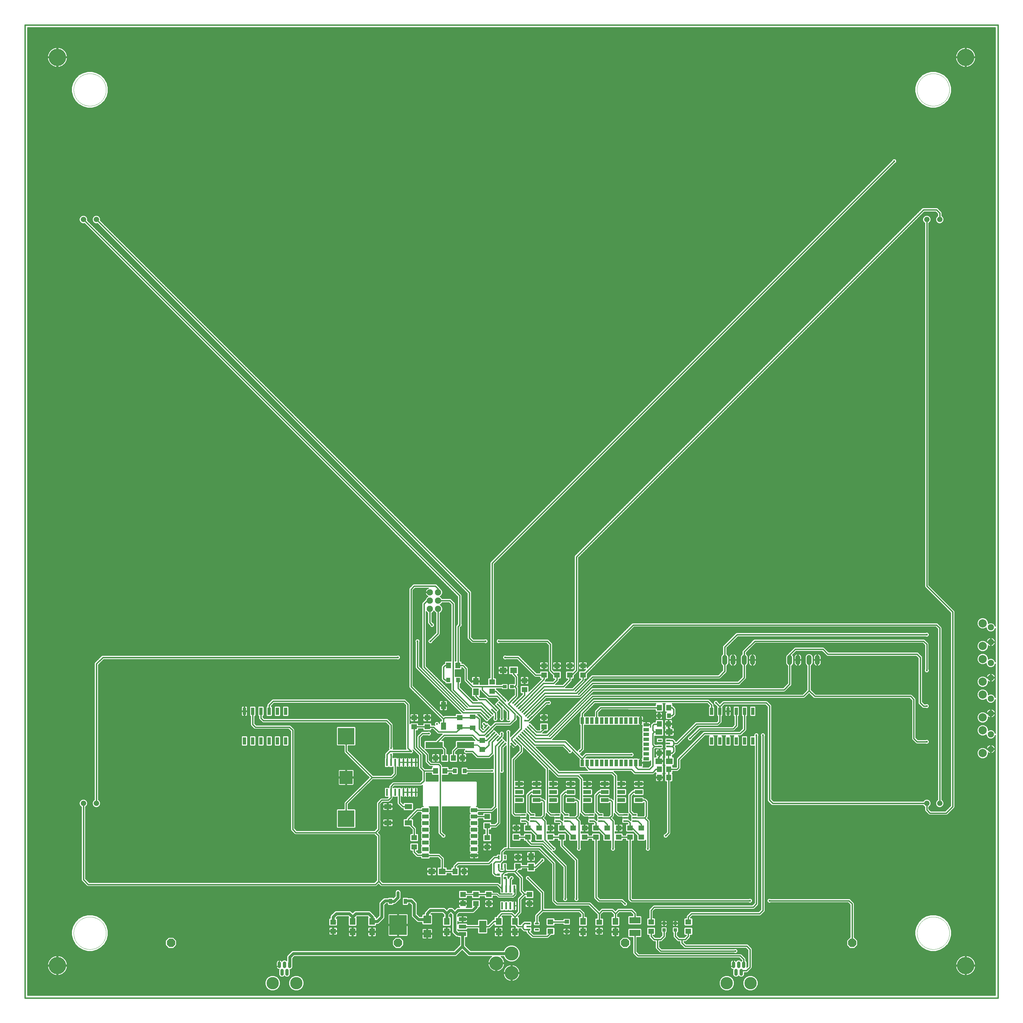
<source format=gtl>
G75*
%MOIN*%
%OFA0B0*%
%FSLAX25Y25*%
%IPPOS*%
%LPD*%
%AMOC8*
5,1,8,0,0,1.08239X$1,22.5*
%
%ADD10C,0.01600*%
%ADD11C,0.00000*%
%ADD12R,0.07087X0.08465*%
%ADD13R,0.05512X0.04724*%
%ADD14R,0.09449X0.09449*%
%ADD15R,0.08800X0.04800*%
%ADD16R,0.08661X0.14173*%
%ADD17R,0.07087X0.06299*%
%ADD18R,0.13386X0.07480*%
%ADD19R,0.03937X0.03937*%
%ADD20R,0.07098X0.06299*%
%ADD21R,0.04724X0.03937*%
%ADD22R,0.08465X0.07087*%
%ADD23R,0.04724X0.02165*%
%ADD24R,0.06299X0.07087*%
%ADD25R,0.04724X0.05512*%
%ADD26R,0.03500X0.03100*%
%ADD27R,0.02362X0.08661*%
%ADD28R,0.07087X0.05512*%
%ADD29R,0.06299X0.07098*%
%ADD30C,0.17000*%
%ADD31R,0.21000X0.07600*%
%ADD32R,0.06299X0.09055*%
%ADD33C,0.15000*%
%ADD34C,0.04134*%
%ADD35C,0.07600*%
%ADD36R,0.05906X0.01969*%
%ADD37R,0.01969X0.05906*%
%ADD38R,0.03937X0.07874*%
%ADD39R,0.07087X0.03937*%
%ADD40R,0.16000X0.16000*%
%ADD41R,0.20000X0.20000*%
%ADD42R,0.07874X0.04724*%
%ADD43R,0.02165X0.04724*%
%ADD44R,0.09055X0.06299*%
%ADD45R,0.05315X0.02165*%
%ADD46OC8,0.10000*%
%ADD47C,0.06600*%
%ADD48R,0.03937X0.06299*%
%ADD49R,0.21260X0.24409*%
%ADD50C,0.21000*%
%ADD51C,0.06000*%
%ADD52R,0.09449X0.05000*%
%ADD53R,0.04000X0.09000*%
%ADD54C,0.10000*%
%ADD55C,0.01200*%
%ADD56C,0.02400*%
%ADD57C,0.03600*%
D10*
X0001800Y0009496D02*
X1182902Y0009496D01*
X1182902Y1190598D01*
X0001800Y1190598D01*
X0001800Y0009496D01*
X0078572Y0147291D02*
X0072666Y0153197D01*
X0072666Y0245717D01*
X0088414Y0245717D02*
X0088414Y0415008D01*
X0096288Y0422882D01*
X0131721Y0422882D01*
X0133690Y0422882D01*
X0454556Y0422882D01*
X0478178Y0411071D02*
X0478178Y0442567D01*
X0493926Y0442567D02*
X0503178Y0451819D01*
X0503178Y0481780D01*
X0503178Y0491780D02*
X0517548Y0491780D01*
X0521485Y0487843D01*
X0521485Y0383512D01*
X0541170Y0363827D01*
X0555366Y0363827D01*
X0565586Y0353607D01*
X0563359Y0351380D02*
X0554849Y0359890D01*
X0537233Y0359890D01*
X0486052Y0411071D01*
X0486052Y0487843D01*
X0489989Y0491780D01*
X0493178Y0491780D01*
X0493178Y0481780D02*
X0493178Y0464969D01*
X0495894Y0462252D01*
X0527391Y0460283D02*
X0527391Y0413346D01*
X0527083Y0413039D01*
X0533296Y0413039D01*
X0537233Y0409102D01*
X0537233Y0395323D01*
X0545107Y0387449D01*
X0556918Y0387449D01*
X0556918Y0383512D01*
X0564792Y0375638D01*
X0574735Y0375638D01*
X0581176Y0369197D01*
X0596288Y0354085D01*
X0596288Y0348079D01*
X0590383Y0342173D01*
X0573083Y0342173D01*
X0565586Y0334677D01*
X0559303Y0328394D01*
X0552981Y0328394D01*
X0545107Y0336268D01*
X0545107Y0337449D01*
X0530454Y0337449D01*
X0529359Y0338543D01*
X0529359Y0336268D01*
X0525422Y0332331D01*
X0503769Y0332331D01*
X0497863Y0338236D01*
X0490383Y0338236D01*
X0489989Y0338630D01*
X0474241Y0338630D01*
X0474241Y0312646D01*
X0482115Y0304772D01*
X0482115Y0289024D01*
X0486052Y0285087D01*
X0486052Y0273276D01*
X0482115Y0269339D01*
X0449241Y0269339D01*
X0445993Y0266091D01*
X0445993Y0259102D01*
X0445993Y0252902D01*
X0442745Y0249654D01*
X0434871Y0249654D01*
X0430934Y0245717D01*
X0430934Y0214220D01*
X0426997Y0210283D01*
X0330540Y0210283D01*
X0326603Y0214220D01*
X0326603Y0334299D01*
X0322666Y0338236D01*
X0281328Y0338236D01*
X0278139Y0341425D01*
X0278139Y0357528D01*
X0288139Y0357528D02*
X0288139Y0349142D01*
X0291170Y0346110D01*
X0440776Y0346110D01*
X0445993Y0340894D01*
X0445993Y0312646D01*
X0444713Y0308709D02*
X0470304Y0308709D01*
X0466367Y0312646D01*
X0466367Y0365795D01*
X0462430Y0369732D01*
X0302981Y0369732D01*
X0298139Y0364890D01*
X0298139Y0357528D01*
X0391564Y0327213D02*
X0391564Y0308709D01*
X0423060Y0277213D01*
X0446682Y0277213D01*
X0450993Y0281524D01*
X0450993Y0295323D01*
X0445993Y0295323D02*
X0445993Y0304772D01*
X0444713Y0308709D02*
X0440993Y0304988D01*
X0440993Y0295323D01*
X0423060Y0277213D02*
X0391564Y0245717D01*
X0391564Y0227213D01*
X0426997Y0210283D02*
X0430934Y0206346D01*
X0430934Y0151228D01*
X0426997Y0147291D01*
X0078572Y0147291D01*
X0430934Y0151228D02*
X0434871Y0147291D01*
X0575402Y0147291D01*
X0580914Y0141780D01*
X0580914Y0159176D01*
X0584540Y0162802D01*
X0584303Y0163039D01*
X0578572Y0163039D01*
X0576800Y0164811D01*
X0576800Y0169732D01*
X0580540Y0169732D02*
X0580540Y0172882D01*
X0582509Y0174850D01*
X0586446Y0174850D01*
X0592351Y0180756D01*
X0599831Y0180756D01*
X0600225Y0180362D01*
X0600225Y0169339D02*
X0600619Y0168945D01*
X0615481Y0168945D01*
X0615973Y0168453D01*
X0621387Y0168453D01*
X0629753Y0176819D01*
X0643532Y0172882D02*
X0625816Y0190598D01*
X0588414Y0190598D01*
X0584477Y0190598D01*
X0580540Y0186661D01*
X0580540Y0176819D01*
X0578572Y0174850D01*
X0572666Y0174850D01*
X0570698Y0172882D01*
X0570698Y0161071D01*
X0572766Y0159002D01*
X0576540Y0159002D01*
X0584540Y0155202D02*
X0585914Y0153828D01*
X0585914Y0141780D01*
X0590914Y0141780D02*
X0590914Y0153728D01*
X0592351Y0155165D01*
X0596288Y0163039D02*
X0584777Y0163039D01*
X0584595Y0162857D01*
X0584595Y0169417D01*
X0584280Y0169732D01*
X0584595Y0162857D02*
X0584540Y0162802D01*
X0596288Y0163039D02*
X0600225Y0166976D01*
X0600225Y0169339D01*
X0596288Y0163039D02*
X0604162Y0155165D01*
X0604162Y0139417D01*
X0608099Y0135480D01*
X0602194Y0129575D01*
X0602194Y0113827D01*
X0596288Y0107921D01*
X0596288Y0102508D01*
X0596288Y0100047D01*
X0600225Y0096110D01*
X0606131Y0096110D01*
X0606131Y0098079D01*
X0608099Y0100047D01*
X0612627Y0100047D01*
X0612824Y0099850D01*
X0612824Y0092370D02*
X0607902Y0092370D01*
X0606131Y0094142D01*
X0606131Y0096110D01*
X0612824Y0092370D02*
X0612824Y0089417D01*
X0617942Y0084299D01*
X0635658Y0084299D01*
X0639595Y0088236D01*
X0639595Y0101709D02*
X0658973Y0101709D01*
X0659280Y0102016D01*
X0675028Y0115795D02*
X0629753Y0115795D01*
X0629753Y0137449D01*
X0612036Y0155165D01*
X0596288Y0141406D02*
X0595914Y0141780D01*
X0596288Y0141406D02*
X0596288Y0135480D01*
X0594013Y0133205D01*
X0592351Y0111858D02*
X0580540Y0111858D01*
X0576603Y0107921D01*
X0576603Y0102508D01*
X0571190Y0102508D01*
X0564792Y0096110D01*
X0557308Y0096110D01*
X0532907Y0096110D01*
X0549044Y0135173D02*
X0564792Y0135173D01*
X0592351Y0111858D02*
X0596288Y0107921D01*
X0623060Y0109102D02*
X0623060Y0099850D01*
X0623060Y0109102D02*
X0629753Y0115795D01*
X0643532Y0127606D02*
X0643532Y0172882D01*
X0657312Y0169252D02*
X0630060Y0196504D01*
X0615973Y0196504D01*
X0612036Y0200441D01*
X0612036Y0204685D01*
X0598343Y0204685D01*
X0598257Y0204772D01*
X0611950Y0204772D02*
X0612036Y0204685D01*
X0612036Y0215882D02*
X0614706Y0215882D01*
X0625816Y0204772D01*
X0632706Y0201425D02*
X0643532Y0190598D01*
X0653375Y0194535D02*
X0671091Y0176819D01*
X0671091Y0129575D01*
X0657312Y0129575D02*
X0657312Y0169252D01*
X0674044Y0190598D02*
X0674044Y0224063D01*
X0670107Y0228000D01*
X0673060Y0230953D01*
X0673060Y0247685D01*
X0671091Y0249654D01*
X0664005Y0249654D01*
X0664005Y0259496D02*
X0657312Y0259496D01*
X0653375Y0255559D01*
X0653375Y0235874D01*
X0657509Y0231740D01*
X0658789Y0231740D01*
X0658789Y0228000D02*
X0670107Y0228000D01*
X0663020Y0224260D02*
X0667154Y0220126D01*
X0667154Y0215795D01*
X0663020Y0224260D02*
X0658789Y0224260D01*
X0653375Y0222094D02*
X0651406Y0224063D01*
X0648158Y0224063D01*
X0647961Y0224260D01*
X0653375Y0222094D02*
X0653375Y0215882D01*
X0656044Y0215882D01*
X0667154Y0204772D01*
X0653375Y0204685D02*
X0653375Y0194535D01*
X0653375Y0204685D02*
X0653288Y0204772D01*
X0639595Y0204772D01*
X0632706Y0201425D02*
X0632706Y0224063D01*
X0628769Y0228000D01*
X0631721Y0230953D01*
X0631721Y0247685D01*
X0629753Y0249654D01*
X0622666Y0249654D01*
X0622666Y0259496D02*
X0615973Y0259496D01*
X0612036Y0255559D01*
X0612036Y0235874D01*
X0616170Y0231740D01*
X0617450Y0231740D01*
X0617450Y0228000D02*
X0628769Y0228000D01*
X0621682Y0224260D02*
X0625816Y0220126D01*
X0625816Y0215795D01*
X0621682Y0224260D02*
X0617450Y0224260D01*
X0612036Y0222094D02*
X0610068Y0224063D01*
X0606819Y0224063D01*
X0606622Y0224260D01*
X0612036Y0222094D02*
X0612036Y0215882D01*
X0606622Y0231740D02*
X0596485Y0231740D01*
X0594320Y0233906D01*
X0594320Y0298866D01*
X0604162Y0308709D01*
X0604162Y0315031D01*
X0597879Y0321314D01*
X0595652Y0319087D02*
X0592351Y0322388D01*
X0592351Y0324457D01*
X0604162Y0336268D01*
X0604162Y0350665D01*
X0588414Y0366413D01*
X0593425Y0371424D01*
X0598257Y0376255D01*
X0598257Y0385480D01*
X0596288Y0387449D01*
X0598257Y0389417D01*
X0598257Y0399260D01*
X0594812Y0402705D01*
X0594812Y0407134D01*
X0600225Y0422882D02*
X0584477Y0422882D01*
X0600225Y0422882D02*
X0621572Y0401535D01*
X0631721Y0401535D01*
X0631721Y0396357D01*
X0600106Y0364742D01*
X0597879Y0366970D02*
X0608099Y0377189D01*
X0608099Y0383906D01*
X0596288Y0387449D02*
X0592745Y0387449D01*
X0584083Y0387449D02*
X0556918Y0387449D01*
X0549044Y0381051D02*
X0549044Y0375638D01*
X0552981Y0371701D01*
X0560855Y0371701D01*
X0572268Y0360288D01*
X0570041Y0358061D02*
X0572666Y0355436D01*
X0572666Y0348079D01*
X0580540Y0348079D02*
X0580540Y0360924D01*
X0576722Y0364742D01*
X0578949Y0366970D02*
X0588414Y0357504D01*
X0588414Y0348079D01*
X0602334Y0362515D02*
X0631204Y0391386D01*
X0643532Y0391386D01*
X0647469Y0395323D01*
X0647469Y0401535D01*
X0645194Y0401535D01*
X0639595Y0407134D01*
X0639595Y0438630D01*
X0635658Y0442567D01*
X0576603Y0442567D01*
X0560855Y0442567D02*
X0545107Y0442567D01*
X0541170Y0446504D01*
X0541170Y0501622D01*
X0088414Y0954378D01*
X0072666Y0954378D02*
X0529359Y0497685D01*
X0529359Y0462252D01*
X0527391Y0460283D01*
X0503178Y0501780D02*
X0503178Y0506150D01*
X0499831Y0509496D01*
X0474241Y0509496D01*
X0470304Y0505559D01*
X0470304Y0387449D01*
X0509674Y0348079D01*
X0511335Y0349740D01*
X0529359Y0349740D01*
X0544013Y0349740D01*
X0545107Y0350835D01*
X0550225Y0350835D01*
X0552981Y0348079D01*
X0552981Y0336268D01*
X0556918Y0332331D01*
X0558786Y0332331D01*
X0563359Y0336904D01*
X0561132Y0339131D02*
X0561132Y0339928D01*
X0558887Y0342173D01*
X0561132Y0349153D02*
X0554332Y0355953D01*
X0533296Y0355953D01*
X0478178Y0411071D01*
X0509674Y0411071D02*
X0509674Y0397291D01*
X0511643Y0395323D01*
X0515580Y0395323D01*
X0527391Y0395323D02*
X0527391Y0385480D01*
X0545107Y0367764D01*
X0555884Y0367764D01*
X0567813Y0355834D01*
X0583403Y0371424D02*
X0572977Y0381850D01*
X0568729Y0381850D01*
X0568729Y0393047D02*
X0568729Y0537055D01*
X1056918Y1025244D01*
X1092351Y0966189D02*
X0671091Y0544929D01*
X0671091Y0407134D01*
X0665493Y0401535D01*
X0663217Y0401535D01*
X0663217Y0395323D01*
X0655343Y0387449D01*
X0631721Y0387449D01*
X0604561Y0360288D01*
X0606788Y0358061D02*
X0632238Y0383512D01*
X0667154Y0383512D01*
X0678965Y0395323D01*
X0678965Y0401535D01*
X0679272Y0401535D01*
X0739989Y0462252D01*
X1108099Y0462252D01*
X1112036Y0458315D01*
X1112036Y0245717D01*
X1119910Y0233906D02*
X1100225Y0233906D01*
X1096288Y0237843D01*
X1096288Y0245717D01*
X0909280Y0245717D01*
X0905343Y0249654D01*
X0905343Y0363827D01*
X0901406Y0367764D01*
X0849753Y0367764D01*
X0845068Y0363079D01*
X0845068Y0357528D01*
X0845068Y0344890D01*
X0842351Y0342173D01*
X0816761Y0342173D01*
X0793139Y0318551D01*
X0789202Y0318551D01*
X0789202Y0316583D01*
X0787430Y0314811D01*
X0789202Y0313039D01*
X0789202Y0308709D01*
X0787233Y0306740D01*
X0782902Y0306740D01*
X0782902Y0297783D01*
X0783788Y0296898D01*
X0782989Y0287055D02*
X0793139Y0287055D01*
X0795107Y0289024D01*
X0795107Y0299173D01*
X0826296Y0330362D01*
X0869910Y0330362D01*
X0875068Y0335520D01*
X0875068Y0357528D01*
X0865186Y0357409D02*
X0865186Y0340008D01*
X0861446Y0336268D01*
X0820698Y0336268D01*
X0808887Y0324457D01*
X0789202Y0320520D02*
X0787430Y0322291D01*
X0782509Y0322291D01*
X0789202Y0320520D02*
X0789202Y0318551D01*
X0787430Y0314811D02*
X0782509Y0314811D01*
X0772272Y0314811D02*
X0765776Y0314811D01*
X0763611Y0316976D01*
X0763611Y0330362D01*
X0765580Y0332331D01*
X0770993Y0332331D01*
X0765580Y0332331D02*
X0763611Y0334299D01*
X0763611Y0340205D01*
X0765186Y0341780D01*
X0771485Y0341780D01*
X0771879Y0342173D01*
X0782902Y0342173D02*
X0782902Y0333217D01*
X0783788Y0332331D01*
X0783296Y0352016D02*
X0787233Y0352016D01*
X0789202Y0353984D01*
X0789202Y0359890D01*
X0787233Y0361858D01*
X0782989Y0361858D01*
X0771792Y0361858D02*
X0700560Y0361898D01*
X0695560Y0356898D01*
X0695560Y0346327D01*
X0695776Y0346110D01*
X0678060Y0346110D02*
X0678060Y0311740D01*
X0675028Y0308709D01*
X0682902Y0304772D02*
X0678060Y0299929D01*
X0677902Y0299929D01*
X0657312Y0320520D01*
X0620945Y0320520D01*
X0609015Y0332449D01*
X0606788Y0330222D02*
X0620427Y0316583D01*
X0655343Y0316583D01*
X0663217Y0308709D01*
X0678060Y0299929D02*
X0678060Y0294929D01*
X0683965Y0294929D02*
X0683965Y0289929D01*
X0686839Y0287055D01*
X0738020Y0287055D01*
X0741957Y0283118D01*
X0763611Y0283118D01*
X0767548Y0287055D01*
X0771792Y0287055D01*
X0771556Y0289024D01*
X0763611Y0290992D02*
X0763611Y0312646D01*
X0765776Y0314811D01*
X0763611Y0290992D02*
X0759674Y0287055D01*
X0745894Y0287055D01*
X0743060Y0289890D01*
X0743060Y0294890D01*
X0743020Y0294929D01*
X0738020Y0304772D02*
X0682902Y0304772D01*
X0673060Y0279181D02*
X0648921Y0279181D01*
X0602334Y0325768D01*
X0604561Y0327995D02*
X0649438Y0283118D01*
X0714398Y0283118D01*
X0718335Y0279181D01*
X0718335Y0235874D01*
X0722469Y0231740D01*
X0730638Y0231740D01*
X0736052Y0235874D02*
X0736052Y0255559D01*
X0739989Y0259496D01*
X0746682Y0259496D01*
X0746682Y0249654D02*
X0753769Y0249654D01*
X0755737Y0247685D01*
X0755737Y0229969D01*
X0753769Y0228000D01*
X0757706Y0224063D01*
X0757706Y0190598D01*
X0749831Y0204772D02*
X0738721Y0215882D01*
X0736052Y0215882D01*
X0736052Y0222094D01*
X0734083Y0224063D01*
X0730835Y0224063D01*
X0730638Y0224260D01*
X0741466Y0224260D02*
X0745698Y0224260D01*
X0749831Y0220126D01*
X0749831Y0215795D01*
X0753769Y0228000D02*
X0741466Y0228000D01*
X0741466Y0231740D02*
X0740186Y0231740D01*
X0736052Y0235874D01*
X0714398Y0230953D02*
X0714398Y0247685D01*
X0712430Y0249654D01*
X0705343Y0249654D01*
X0705343Y0259496D02*
X0698650Y0259496D01*
X0694713Y0255559D01*
X0694713Y0235874D01*
X0698847Y0231740D01*
X0700127Y0231740D01*
X0700127Y0228000D02*
X0711446Y0228000D01*
X0714398Y0230953D01*
X0711446Y0228000D02*
X0715383Y0224063D01*
X0715383Y0190598D01*
X0722359Y0204685D02*
X0722272Y0204772D01*
X0722359Y0204685D02*
X0736052Y0204685D01*
X0736052Y0129575D01*
X0738020Y0127606D01*
X0881721Y0127606D01*
X0885658Y0119732D02*
X0889595Y0123669D01*
X0889595Y0328394D01*
X0897469Y0328394D02*
X0897469Y0115795D01*
X0893532Y0111858D01*
X0810855Y0111858D01*
X0806918Y0107921D01*
X0806918Y0101709D01*
X0806918Y0090512D02*
X0806918Y0084299D01*
X0802981Y0080362D01*
X0799044Y0080362D01*
X0799044Y0076425D01*
X0802981Y0072488D01*
X0877784Y0072488D01*
X0881721Y0068551D01*
X0881721Y0046898D01*
X0877469Y0042646D01*
X0871091Y0042646D01*
X0874241Y0047764D02*
X0874241Y0056346D01*
X0869910Y0060677D01*
X0745894Y0060677D01*
X0741957Y0064614D01*
X0741957Y0088433D01*
X0741957Y0103787D02*
X0741957Y0111858D01*
X0738020Y0115795D01*
X0722272Y0115795D01*
X0718335Y0111858D01*
X0714398Y0115795D01*
X0702587Y0115795D01*
X0698650Y0111858D01*
X0686839Y0123669D01*
X0647469Y0123669D01*
X0643532Y0127606D01*
X0675028Y0115795D02*
X0678965Y0111858D01*
X0678965Y0102508D01*
X0698650Y0101622D02*
X0698650Y0111858D01*
X0698650Y0127606D02*
X0694713Y0131543D01*
X0694713Y0204685D01*
X0681020Y0204685D01*
X0680934Y0204772D01*
X0694713Y0215882D02*
X0697383Y0215882D01*
X0708493Y0204772D01*
X0708493Y0215795D02*
X0708493Y0220126D01*
X0704359Y0224260D01*
X0700127Y0224260D01*
X0694713Y0222094D02*
X0692745Y0224063D01*
X0689496Y0224063D01*
X0689300Y0224260D01*
X0694713Y0222094D02*
X0694713Y0215882D01*
X0689300Y0231740D02*
X0681131Y0231740D01*
X0676997Y0235874D01*
X0676997Y0275244D01*
X0673060Y0279181D01*
X0635658Y0287989D02*
X0635658Y0235874D01*
X0639792Y0231740D01*
X0647961Y0231740D01*
X0635658Y0287989D02*
X0600106Y0323541D01*
X0604561Y0327995D02*
X0604561Y0327995D01*
X0611242Y0334677D02*
X0621462Y0324457D01*
X0639595Y0324457D01*
X0690776Y0375638D01*
X0946682Y0375638D01*
X0953493Y0382449D01*
X0953493Y0419693D01*
X0936839Y0432724D02*
X0970304Y0432724D01*
X0976209Y0426819D01*
X1084477Y0426819D01*
X1088414Y0422882D01*
X1088414Y0367764D01*
X1092351Y0363827D01*
X1096288Y0363827D01*
X1080540Y0371701D02*
X1080540Y0324457D01*
X1084477Y0320520D01*
X1096288Y0320520D01*
X1080540Y0371701D02*
X1076603Y0375638D01*
X0960304Y0375638D01*
X0953493Y0382449D01*
X0929871Y0390323D02*
X0929871Y0419693D01*
X0929871Y0425756D01*
X0936839Y0432724D01*
X0929871Y0390323D02*
X0923060Y0383512D01*
X0690776Y0383512D01*
X0635658Y0328394D01*
X0621979Y0328394D01*
X0613469Y0336904D01*
X0615696Y0339131D02*
X0622496Y0332331D01*
X0627784Y0332331D01*
X0631721Y0336268D01*
X0631721Y0338543D01*
X0615696Y0349153D02*
X0634307Y0367764D01*
X0637627Y0367764D01*
X0633690Y0371701D02*
X0643532Y0371701D01*
X0647469Y0367764D01*
X0647469Y0359890D01*
X0633690Y0371701D02*
X0613469Y0351480D01*
X0613469Y0351380D01*
X0611242Y0353607D02*
X0633273Y0375638D01*
X0675028Y0375638D01*
X0690776Y0391386D01*
X0867942Y0391386D01*
X0874753Y0398197D01*
X0874753Y0419693D01*
X0874753Y0429693D01*
X0887627Y0442567D01*
X1092351Y0442567D01*
X1096288Y0438630D01*
X1096288Y0407134D01*
X1096288Y0450441D02*
X0865973Y0450441D01*
X0851131Y0435598D01*
X0851131Y0419693D01*
X0851131Y0406071D01*
X0844320Y0399260D01*
X0690776Y0399260D01*
X0671091Y0379575D01*
X0632756Y0379575D01*
X0609015Y0355834D01*
X0615696Y0349153D02*
X0612654Y0346110D01*
X0608717Y0346110D01*
X0588414Y0332331D02*
X0588414Y0190598D01*
X0576800Y0179969D02*
X0571879Y0179969D01*
X0564792Y0172882D01*
X0527391Y0172882D01*
X0523847Y0169339D01*
X0523847Y0163039D01*
X0508198Y0163039D01*
X0508198Y0178295D01*
X0504103Y0182390D01*
X0487804Y0182390D01*
X0487469Y0182724D01*
X0478178Y0182724D01*
X0474241Y0186661D01*
X0474241Y0192874D01*
X0474241Y0204071D02*
X0474241Y0214811D01*
X0466957Y0222094D01*
X0466957Y0226622D01*
X0477843Y0237508D01*
X0487804Y0237508D01*
X0466957Y0241780D02*
X0460461Y0241780D01*
X0455993Y0246248D01*
X0455993Y0259102D01*
X0486052Y0285087D02*
X0500139Y0285087D01*
X0505737Y0290992D02*
X0505737Y0210283D01*
X0509674Y0206346D01*
X0546859Y0229634D02*
X0560828Y0229634D01*
X0562824Y0229661D01*
X0568394Y0237508D02*
X0572666Y0241780D01*
X0572666Y0315031D01*
X0578949Y0321314D01*
X0576722Y0323541D02*
X0580540Y0327359D01*
X0580540Y0330362D01*
X0574495Y0325768D02*
X0568729Y0320002D01*
X0568729Y0306740D01*
X0564792Y0302803D01*
X0551013Y0302803D01*
X0545107Y0308709D01*
X0537233Y0308709D01*
X0536548Y0315504D02*
X0536548Y0316583D01*
X0529359Y0316583D01*
X0521879Y0309102D01*
X0521879Y0300835D01*
X0511249Y0300835D02*
X0511249Y0311071D01*
X0505737Y0316583D01*
X0498548Y0316583D01*
X0510359Y0328394D01*
X0545107Y0328394D01*
X0551320Y0322181D01*
X0556918Y0322181D01*
X0561999Y0322181D01*
X0570041Y0330222D01*
X0572268Y0327995D02*
X0564792Y0320520D01*
X0564792Y0316583D01*
X0559194Y0310984D01*
X0556918Y0310984D01*
X0576603Y0314514D02*
X0581176Y0319087D01*
X0583403Y0316860D02*
X0580540Y0313997D01*
X0580540Y0285087D01*
X0568729Y0285087D02*
X0535265Y0285087D01*
X0523454Y0285087D02*
X0511335Y0285087D01*
X0505737Y0290992D02*
X0503769Y0292961D01*
X0493926Y0292961D01*
X0489989Y0296898D01*
X0489989Y0304772D01*
X0480146Y0314614D01*
X0480146Y0326425D01*
X0484083Y0330362D01*
X0491957Y0330362D01*
X0509674Y0339614D02*
X0509674Y0348079D01*
X0509674Y0411071D02*
X0511643Y0413039D01*
X0515887Y0413039D01*
X0576603Y0314514D02*
X0576603Y0222094D01*
X0572973Y0218465D01*
X0562824Y0218465D01*
X0562824Y0204071D01*
X0568394Y0237508D02*
X0546859Y0237508D01*
X0678060Y0346110D02*
X0678060Y0354929D01*
X0692528Y0369398D01*
X0830875Y0369398D01*
X0835068Y0365205D01*
X0835068Y0357528D01*
X0845068Y0363079D02*
X0840383Y0367764D01*
X0865068Y0357528D02*
X0865186Y0357409D01*
X0782989Y0287055D02*
X0782989Y0277213D01*
X0782989Y0209976D01*
X0779359Y0206346D01*
X0765580Y0119732D02*
X0761643Y0115795D01*
X0761643Y0101709D01*
X0761643Y0090512D02*
X0761643Y0084299D01*
X0765580Y0080362D01*
X0769517Y0080362D01*
X0769517Y0070520D01*
X0773454Y0066583D01*
X0864005Y0066583D01*
X0885658Y0119732D02*
X0765580Y0119732D01*
X0777391Y0092173D02*
X0777391Y0084299D01*
X0773454Y0080362D01*
X0769517Y0080362D01*
X0791170Y0084299D02*
X0795107Y0080362D01*
X0799044Y0080362D01*
X0791170Y0084299D02*
X0791170Y0092173D01*
X0730146Y0123669D02*
X0726209Y0127606D01*
X0698650Y0127606D01*
X0718335Y0111858D02*
X0718335Y0102508D01*
X0905343Y0127606D02*
X1001800Y0127606D01*
X1005737Y0123669D01*
X1005737Y0076425D01*
X1119910Y0233906D02*
X1127784Y0241780D01*
X1127784Y0478000D01*
X1096288Y0509496D01*
X1096288Y0954378D01*
X1092351Y0966189D02*
X1108099Y0966189D01*
X1112036Y0962252D01*
X1112036Y0954378D01*
X0649745Y0401535D02*
X0647469Y0401535D01*
D11*
X1084477Y0088236D02*
X1084483Y0088719D01*
X1084501Y0089202D01*
X1084530Y0089684D01*
X1084572Y0090165D01*
X1084625Y0090646D01*
X1084690Y0091124D01*
X1084767Y0091601D01*
X1084855Y0092076D01*
X1084955Y0092549D01*
X1085067Y0093019D01*
X1085190Y0093486D01*
X1085325Y0093950D01*
X1085471Y0094411D01*
X1085628Y0094868D01*
X1085796Y0095321D01*
X1085975Y0095769D01*
X1086166Y0096213D01*
X1086367Y0096652D01*
X1086579Y0097087D01*
X1086801Y0097515D01*
X1087034Y0097939D01*
X1087278Y0098356D01*
X1087531Y0098767D01*
X1087795Y0099172D01*
X1088068Y0099571D01*
X1088351Y0099962D01*
X1088643Y0100347D01*
X1088945Y0100724D01*
X1089256Y0101094D01*
X1089576Y0101456D01*
X1089905Y0101810D01*
X1090243Y0102155D01*
X1090588Y0102493D01*
X1090942Y0102822D01*
X1091304Y0103142D01*
X1091674Y0103453D01*
X1092051Y0103755D01*
X1092436Y0104047D01*
X1092827Y0104330D01*
X1093226Y0104603D01*
X1093631Y0104867D01*
X1094042Y0105120D01*
X1094459Y0105364D01*
X1094883Y0105597D01*
X1095311Y0105819D01*
X1095746Y0106031D01*
X1096185Y0106232D01*
X1096629Y0106423D01*
X1097077Y0106602D01*
X1097530Y0106770D01*
X1097987Y0106927D01*
X1098448Y0107073D01*
X1098912Y0107208D01*
X1099379Y0107331D01*
X1099849Y0107443D01*
X1100322Y0107543D01*
X1100797Y0107631D01*
X1101274Y0107708D01*
X1101752Y0107773D01*
X1102233Y0107826D01*
X1102714Y0107868D01*
X1103196Y0107897D01*
X1103679Y0107915D01*
X1104162Y0107921D01*
X1104645Y0107915D01*
X1105128Y0107897D01*
X1105610Y0107868D01*
X1106091Y0107826D01*
X1106572Y0107773D01*
X1107050Y0107708D01*
X1107527Y0107631D01*
X1108002Y0107543D01*
X1108475Y0107443D01*
X1108945Y0107331D01*
X1109412Y0107208D01*
X1109876Y0107073D01*
X1110337Y0106927D01*
X1110794Y0106770D01*
X1111247Y0106602D01*
X1111695Y0106423D01*
X1112139Y0106232D01*
X1112578Y0106031D01*
X1113013Y0105819D01*
X1113441Y0105597D01*
X1113865Y0105364D01*
X1114282Y0105120D01*
X1114693Y0104867D01*
X1115098Y0104603D01*
X1115497Y0104330D01*
X1115888Y0104047D01*
X1116273Y0103755D01*
X1116650Y0103453D01*
X1117020Y0103142D01*
X1117382Y0102822D01*
X1117736Y0102493D01*
X1118081Y0102155D01*
X1118419Y0101810D01*
X1118748Y0101456D01*
X1119068Y0101094D01*
X1119379Y0100724D01*
X1119681Y0100347D01*
X1119973Y0099962D01*
X1120256Y0099571D01*
X1120529Y0099172D01*
X1120793Y0098767D01*
X1121046Y0098356D01*
X1121290Y0097939D01*
X1121523Y0097515D01*
X1121745Y0097087D01*
X1121957Y0096652D01*
X1122158Y0096213D01*
X1122349Y0095769D01*
X1122528Y0095321D01*
X1122696Y0094868D01*
X1122853Y0094411D01*
X1122999Y0093950D01*
X1123134Y0093486D01*
X1123257Y0093019D01*
X1123369Y0092549D01*
X1123469Y0092076D01*
X1123557Y0091601D01*
X1123634Y0091124D01*
X1123699Y0090646D01*
X1123752Y0090165D01*
X1123794Y0089684D01*
X1123823Y0089202D01*
X1123841Y0088719D01*
X1123847Y0088236D01*
X1123841Y0087753D01*
X1123823Y0087270D01*
X1123794Y0086788D01*
X1123752Y0086307D01*
X1123699Y0085826D01*
X1123634Y0085348D01*
X1123557Y0084871D01*
X1123469Y0084396D01*
X1123369Y0083923D01*
X1123257Y0083453D01*
X1123134Y0082986D01*
X1122999Y0082522D01*
X1122853Y0082061D01*
X1122696Y0081604D01*
X1122528Y0081151D01*
X1122349Y0080703D01*
X1122158Y0080259D01*
X1121957Y0079820D01*
X1121745Y0079385D01*
X1121523Y0078957D01*
X1121290Y0078533D01*
X1121046Y0078116D01*
X1120793Y0077705D01*
X1120529Y0077300D01*
X1120256Y0076901D01*
X1119973Y0076510D01*
X1119681Y0076125D01*
X1119379Y0075748D01*
X1119068Y0075378D01*
X1118748Y0075016D01*
X1118419Y0074662D01*
X1118081Y0074317D01*
X1117736Y0073979D01*
X1117382Y0073650D01*
X1117020Y0073330D01*
X1116650Y0073019D01*
X1116273Y0072717D01*
X1115888Y0072425D01*
X1115497Y0072142D01*
X1115098Y0071869D01*
X1114693Y0071605D01*
X1114282Y0071352D01*
X1113865Y0071108D01*
X1113441Y0070875D01*
X1113013Y0070653D01*
X1112578Y0070441D01*
X1112139Y0070240D01*
X1111695Y0070049D01*
X1111247Y0069870D01*
X1110794Y0069702D01*
X1110337Y0069545D01*
X1109876Y0069399D01*
X1109412Y0069264D01*
X1108945Y0069141D01*
X1108475Y0069029D01*
X1108002Y0068929D01*
X1107527Y0068841D01*
X1107050Y0068764D01*
X1106572Y0068699D01*
X1106091Y0068646D01*
X1105610Y0068604D01*
X1105128Y0068575D01*
X1104645Y0068557D01*
X1104162Y0068551D01*
X1103679Y0068557D01*
X1103196Y0068575D01*
X1102714Y0068604D01*
X1102233Y0068646D01*
X1101752Y0068699D01*
X1101274Y0068764D01*
X1100797Y0068841D01*
X1100322Y0068929D01*
X1099849Y0069029D01*
X1099379Y0069141D01*
X1098912Y0069264D01*
X1098448Y0069399D01*
X1097987Y0069545D01*
X1097530Y0069702D01*
X1097077Y0069870D01*
X1096629Y0070049D01*
X1096185Y0070240D01*
X1095746Y0070441D01*
X1095311Y0070653D01*
X1094883Y0070875D01*
X1094459Y0071108D01*
X1094042Y0071352D01*
X1093631Y0071605D01*
X1093226Y0071869D01*
X1092827Y0072142D01*
X1092436Y0072425D01*
X1092051Y0072717D01*
X1091674Y0073019D01*
X1091304Y0073330D01*
X1090942Y0073650D01*
X1090588Y0073979D01*
X1090243Y0074317D01*
X1089905Y0074662D01*
X1089576Y0075016D01*
X1089256Y0075378D01*
X1088945Y0075748D01*
X1088643Y0076125D01*
X1088351Y0076510D01*
X1088068Y0076901D01*
X1087795Y0077300D01*
X1087531Y0077705D01*
X1087278Y0078116D01*
X1087034Y0078533D01*
X1086801Y0078957D01*
X1086579Y0079385D01*
X1086367Y0079820D01*
X1086166Y0080259D01*
X1085975Y0080703D01*
X1085796Y0081151D01*
X1085628Y0081604D01*
X1085471Y0082061D01*
X1085325Y0082522D01*
X1085190Y0082986D01*
X1085067Y0083453D01*
X1084955Y0083923D01*
X1084855Y0084396D01*
X1084767Y0084871D01*
X1084690Y0085348D01*
X1084625Y0085826D01*
X1084572Y0086307D01*
X1084530Y0086788D01*
X1084501Y0087270D01*
X1084483Y0087753D01*
X1084477Y0088236D01*
X0060855Y0088236D02*
X0060861Y0088719D01*
X0060879Y0089202D01*
X0060908Y0089684D01*
X0060950Y0090165D01*
X0061003Y0090646D01*
X0061068Y0091124D01*
X0061145Y0091601D01*
X0061233Y0092076D01*
X0061333Y0092549D01*
X0061445Y0093019D01*
X0061568Y0093486D01*
X0061703Y0093950D01*
X0061849Y0094411D01*
X0062006Y0094868D01*
X0062174Y0095321D01*
X0062353Y0095769D01*
X0062544Y0096213D01*
X0062745Y0096652D01*
X0062957Y0097087D01*
X0063179Y0097515D01*
X0063412Y0097939D01*
X0063656Y0098356D01*
X0063909Y0098767D01*
X0064173Y0099172D01*
X0064446Y0099571D01*
X0064729Y0099962D01*
X0065021Y0100347D01*
X0065323Y0100724D01*
X0065634Y0101094D01*
X0065954Y0101456D01*
X0066283Y0101810D01*
X0066621Y0102155D01*
X0066966Y0102493D01*
X0067320Y0102822D01*
X0067682Y0103142D01*
X0068052Y0103453D01*
X0068429Y0103755D01*
X0068814Y0104047D01*
X0069205Y0104330D01*
X0069604Y0104603D01*
X0070009Y0104867D01*
X0070420Y0105120D01*
X0070837Y0105364D01*
X0071261Y0105597D01*
X0071689Y0105819D01*
X0072124Y0106031D01*
X0072563Y0106232D01*
X0073007Y0106423D01*
X0073455Y0106602D01*
X0073908Y0106770D01*
X0074365Y0106927D01*
X0074826Y0107073D01*
X0075290Y0107208D01*
X0075757Y0107331D01*
X0076227Y0107443D01*
X0076700Y0107543D01*
X0077175Y0107631D01*
X0077652Y0107708D01*
X0078130Y0107773D01*
X0078611Y0107826D01*
X0079092Y0107868D01*
X0079574Y0107897D01*
X0080057Y0107915D01*
X0080540Y0107921D01*
X0081023Y0107915D01*
X0081506Y0107897D01*
X0081988Y0107868D01*
X0082469Y0107826D01*
X0082950Y0107773D01*
X0083428Y0107708D01*
X0083905Y0107631D01*
X0084380Y0107543D01*
X0084853Y0107443D01*
X0085323Y0107331D01*
X0085790Y0107208D01*
X0086254Y0107073D01*
X0086715Y0106927D01*
X0087172Y0106770D01*
X0087625Y0106602D01*
X0088073Y0106423D01*
X0088517Y0106232D01*
X0088956Y0106031D01*
X0089391Y0105819D01*
X0089819Y0105597D01*
X0090243Y0105364D01*
X0090660Y0105120D01*
X0091071Y0104867D01*
X0091476Y0104603D01*
X0091875Y0104330D01*
X0092266Y0104047D01*
X0092651Y0103755D01*
X0093028Y0103453D01*
X0093398Y0103142D01*
X0093760Y0102822D01*
X0094114Y0102493D01*
X0094459Y0102155D01*
X0094797Y0101810D01*
X0095126Y0101456D01*
X0095446Y0101094D01*
X0095757Y0100724D01*
X0096059Y0100347D01*
X0096351Y0099962D01*
X0096634Y0099571D01*
X0096907Y0099172D01*
X0097171Y0098767D01*
X0097424Y0098356D01*
X0097668Y0097939D01*
X0097901Y0097515D01*
X0098123Y0097087D01*
X0098335Y0096652D01*
X0098536Y0096213D01*
X0098727Y0095769D01*
X0098906Y0095321D01*
X0099074Y0094868D01*
X0099231Y0094411D01*
X0099377Y0093950D01*
X0099512Y0093486D01*
X0099635Y0093019D01*
X0099747Y0092549D01*
X0099847Y0092076D01*
X0099935Y0091601D01*
X0100012Y0091124D01*
X0100077Y0090646D01*
X0100130Y0090165D01*
X0100172Y0089684D01*
X0100201Y0089202D01*
X0100219Y0088719D01*
X0100225Y0088236D01*
X0100219Y0087753D01*
X0100201Y0087270D01*
X0100172Y0086788D01*
X0100130Y0086307D01*
X0100077Y0085826D01*
X0100012Y0085348D01*
X0099935Y0084871D01*
X0099847Y0084396D01*
X0099747Y0083923D01*
X0099635Y0083453D01*
X0099512Y0082986D01*
X0099377Y0082522D01*
X0099231Y0082061D01*
X0099074Y0081604D01*
X0098906Y0081151D01*
X0098727Y0080703D01*
X0098536Y0080259D01*
X0098335Y0079820D01*
X0098123Y0079385D01*
X0097901Y0078957D01*
X0097668Y0078533D01*
X0097424Y0078116D01*
X0097171Y0077705D01*
X0096907Y0077300D01*
X0096634Y0076901D01*
X0096351Y0076510D01*
X0096059Y0076125D01*
X0095757Y0075748D01*
X0095446Y0075378D01*
X0095126Y0075016D01*
X0094797Y0074662D01*
X0094459Y0074317D01*
X0094114Y0073979D01*
X0093760Y0073650D01*
X0093398Y0073330D01*
X0093028Y0073019D01*
X0092651Y0072717D01*
X0092266Y0072425D01*
X0091875Y0072142D01*
X0091476Y0071869D01*
X0091071Y0071605D01*
X0090660Y0071352D01*
X0090243Y0071108D01*
X0089819Y0070875D01*
X0089391Y0070653D01*
X0088956Y0070441D01*
X0088517Y0070240D01*
X0088073Y0070049D01*
X0087625Y0069870D01*
X0087172Y0069702D01*
X0086715Y0069545D01*
X0086254Y0069399D01*
X0085790Y0069264D01*
X0085323Y0069141D01*
X0084853Y0069029D01*
X0084380Y0068929D01*
X0083905Y0068841D01*
X0083428Y0068764D01*
X0082950Y0068699D01*
X0082469Y0068646D01*
X0081988Y0068604D01*
X0081506Y0068575D01*
X0081023Y0068557D01*
X0080540Y0068551D01*
X0080057Y0068557D01*
X0079574Y0068575D01*
X0079092Y0068604D01*
X0078611Y0068646D01*
X0078130Y0068699D01*
X0077652Y0068764D01*
X0077175Y0068841D01*
X0076700Y0068929D01*
X0076227Y0069029D01*
X0075757Y0069141D01*
X0075290Y0069264D01*
X0074826Y0069399D01*
X0074365Y0069545D01*
X0073908Y0069702D01*
X0073455Y0069870D01*
X0073007Y0070049D01*
X0072563Y0070240D01*
X0072124Y0070441D01*
X0071689Y0070653D01*
X0071261Y0070875D01*
X0070837Y0071108D01*
X0070420Y0071352D01*
X0070009Y0071605D01*
X0069604Y0071869D01*
X0069205Y0072142D01*
X0068814Y0072425D01*
X0068429Y0072717D01*
X0068052Y0073019D01*
X0067682Y0073330D01*
X0067320Y0073650D01*
X0066966Y0073979D01*
X0066621Y0074317D01*
X0066283Y0074662D01*
X0065954Y0075016D01*
X0065634Y0075378D01*
X0065323Y0075748D01*
X0065021Y0076125D01*
X0064729Y0076510D01*
X0064446Y0076901D01*
X0064173Y0077300D01*
X0063909Y0077705D01*
X0063656Y0078116D01*
X0063412Y0078533D01*
X0063179Y0078957D01*
X0062957Y0079385D01*
X0062745Y0079820D01*
X0062544Y0080259D01*
X0062353Y0080703D01*
X0062174Y0081151D01*
X0062006Y0081604D01*
X0061849Y0082061D01*
X0061703Y0082522D01*
X0061568Y0082986D01*
X0061445Y0083453D01*
X0061333Y0083923D01*
X0061233Y0084396D01*
X0061145Y0084871D01*
X0061068Y0085348D01*
X0061003Y0085826D01*
X0060950Y0086307D01*
X0060908Y0086788D01*
X0060879Y0087270D01*
X0060861Y0087753D01*
X0060855Y0088236D01*
X0060855Y1111858D02*
X0060861Y1112341D01*
X0060879Y1112824D01*
X0060908Y1113306D01*
X0060950Y1113787D01*
X0061003Y1114268D01*
X0061068Y1114746D01*
X0061145Y1115223D01*
X0061233Y1115698D01*
X0061333Y1116171D01*
X0061445Y1116641D01*
X0061568Y1117108D01*
X0061703Y1117572D01*
X0061849Y1118033D01*
X0062006Y1118490D01*
X0062174Y1118943D01*
X0062353Y1119391D01*
X0062544Y1119835D01*
X0062745Y1120274D01*
X0062957Y1120709D01*
X0063179Y1121137D01*
X0063412Y1121561D01*
X0063656Y1121978D01*
X0063909Y1122389D01*
X0064173Y1122794D01*
X0064446Y1123193D01*
X0064729Y1123584D01*
X0065021Y1123969D01*
X0065323Y1124346D01*
X0065634Y1124716D01*
X0065954Y1125078D01*
X0066283Y1125432D01*
X0066621Y1125777D01*
X0066966Y1126115D01*
X0067320Y1126444D01*
X0067682Y1126764D01*
X0068052Y1127075D01*
X0068429Y1127377D01*
X0068814Y1127669D01*
X0069205Y1127952D01*
X0069604Y1128225D01*
X0070009Y1128489D01*
X0070420Y1128742D01*
X0070837Y1128986D01*
X0071261Y1129219D01*
X0071689Y1129441D01*
X0072124Y1129653D01*
X0072563Y1129854D01*
X0073007Y1130045D01*
X0073455Y1130224D01*
X0073908Y1130392D01*
X0074365Y1130549D01*
X0074826Y1130695D01*
X0075290Y1130830D01*
X0075757Y1130953D01*
X0076227Y1131065D01*
X0076700Y1131165D01*
X0077175Y1131253D01*
X0077652Y1131330D01*
X0078130Y1131395D01*
X0078611Y1131448D01*
X0079092Y1131490D01*
X0079574Y1131519D01*
X0080057Y1131537D01*
X0080540Y1131543D01*
X0081023Y1131537D01*
X0081506Y1131519D01*
X0081988Y1131490D01*
X0082469Y1131448D01*
X0082950Y1131395D01*
X0083428Y1131330D01*
X0083905Y1131253D01*
X0084380Y1131165D01*
X0084853Y1131065D01*
X0085323Y1130953D01*
X0085790Y1130830D01*
X0086254Y1130695D01*
X0086715Y1130549D01*
X0087172Y1130392D01*
X0087625Y1130224D01*
X0088073Y1130045D01*
X0088517Y1129854D01*
X0088956Y1129653D01*
X0089391Y1129441D01*
X0089819Y1129219D01*
X0090243Y1128986D01*
X0090660Y1128742D01*
X0091071Y1128489D01*
X0091476Y1128225D01*
X0091875Y1127952D01*
X0092266Y1127669D01*
X0092651Y1127377D01*
X0093028Y1127075D01*
X0093398Y1126764D01*
X0093760Y1126444D01*
X0094114Y1126115D01*
X0094459Y1125777D01*
X0094797Y1125432D01*
X0095126Y1125078D01*
X0095446Y1124716D01*
X0095757Y1124346D01*
X0096059Y1123969D01*
X0096351Y1123584D01*
X0096634Y1123193D01*
X0096907Y1122794D01*
X0097171Y1122389D01*
X0097424Y1121978D01*
X0097668Y1121561D01*
X0097901Y1121137D01*
X0098123Y1120709D01*
X0098335Y1120274D01*
X0098536Y1119835D01*
X0098727Y1119391D01*
X0098906Y1118943D01*
X0099074Y1118490D01*
X0099231Y1118033D01*
X0099377Y1117572D01*
X0099512Y1117108D01*
X0099635Y1116641D01*
X0099747Y1116171D01*
X0099847Y1115698D01*
X0099935Y1115223D01*
X0100012Y1114746D01*
X0100077Y1114268D01*
X0100130Y1113787D01*
X0100172Y1113306D01*
X0100201Y1112824D01*
X0100219Y1112341D01*
X0100225Y1111858D01*
X0100219Y1111375D01*
X0100201Y1110892D01*
X0100172Y1110410D01*
X0100130Y1109929D01*
X0100077Y1109448D01*
X0100012Y1108970D01*
X0099935Y1108493D01*
X0099847Y1108018D01*
X0099747Y1107545D01*
X0099635Y1107075D01*
X0099512Y1106608D01*
X0099377Y1106144D01*
X0099231Y1105683D01*
X0099074Y1105226D01*
X0098906Y1104773D01*
X0098727Y1104325D01*
X0098536Y1103881D01*
X0098335Y1103442D01*
X0098123Y1103007D01*
X0097901Y1102579D01*
X0097668Y1102155D01*
X0097424Y1101738D01*
X0097171Y1101327D01*
X0096907Y1100922D01*
X0096634Y1100523D01*
X0096351Y1100132D01*
X0096059Y1099747D01*
X0095757Y1099370D01*
X0095446Y1099000D01*
X0095126Y1098638D01*
X0094797Y1098284D01*
X0094459Y1097939D01*
X0094114Y1097601D01*
X0093760Y1097272D01*
X0093398Y1096952D01*
X0093028Y1096641D01*
X0092651Y1096339D01*
X0092266Y1096047D01*
X0091875Y1095764D01*
X0091476Y1095491D01*
X0091071Y1095227D01*
X0090660Y1094974D01*
X0090243Y1094730D01*
X0089819Y1094497D01*
X0089391Y1094275D01*
X0088956Y1094063D01*
X0088517Y1093862D01*
X0088073Y1093671D01*
X0087625Y1093492D01*
X0087172Y1093324D01*
X0086715Y1093167D01*
X0086254Y1093021D01*
X0085790Y1092886D01*
X0085323Y1092763D01*
X0084853Y1092651D01*
X0084380Y1092551D01*
X0083905Y1092463D01*
X0083428Y1092386D01*
X0082950Y1092321D01*
X0082469Y1092268D01*
X0081988Y1092226D01*
X0081506Y1092197D01*
X0081023Y1092179D01*
X0080540Y1092173D01*
X0080057Y1092179D01*
X0079574Y1092197D01*
X0079092Y1092226D01*
X0078611Y1092268D01*
X0078130Y1092321D01*
X0077652Y1092386D01*
X0077175Y1092463D01*
X0076700Y1092551D01*
X0076227Y1092651D01*
X0075757Y1092763D01*
X0075290Y1092886D01*
X0074826Y1093021D01*
X0074365Y1093167D01*
X0073908Y1093324D01*
X0073455Y1093492D01*
X0073007Y1093671D01*
X0072563Y1093862D01*
X0072124Y1094063D01*
X0071689Y1094275D01*
X0071261Y1094497D01*
X0070837Y1094730D01*
X0070420Y1094974D01*
X0070009Y1095227D01*
X0069604Y1095491D01*
X0069205Y1095764D01*
X0068814Y1096047D01*
X0068429Y1096339D01*
X0068052Y1096641D01*
X0067682Y1096952D01*
X0067320Y1097272D01*
X0066966Y1097601D01*
X0066621Y1097939D01*
X0066283Y1098284D01*
X0065954Y1098638D01*
X0065634Y1099000D01*
X0065323Y1099370D01*
X0065021Y1099747D01*
X0064729Y1100132D01*
X0064446Y1100523D01*
X0064173Y1100922D01*
X0063909Y1101327D01*
X0063656Y1101738D01*
X0063412Y1102155D01*
X0063179Y1102579D01*
X0062957Y1103007D01*
X0062745Y1103442D01*
X0062544Y1103881D01*
X0062353Y1104325D01*
X0062174Y1104773D01*
X0062006Y1105226D01*
X0061849Y1105683D01*
X0061703Y1106144D01*
X0061568Y1106608D01*
X0061445Y1107075D01*
X0061333Y1107545D01*
X0061233Y1108018D01*
X0061145Y1108493D01*
X0061068Y1108970D01*
X0061003Y1109448D01*
X0060950Y1109929D01*
X0060908Y1110410D01*
X0060879Y1110892D01*
X0060861Y1111375D01*
X0060855Y1111858D01*
X1084477Y1111858D02*
X1084483Y1112341D01*
X1084501Y1112824D01*
X1084530Y1113306D01*
X1084572Y1113787D01*
X1084625Y1114268D01*
X1084690Y1114746D01*
X1084767Y1115223D01*
X1084855Y1115698D01*
X1084955Y1116171D01*
X1085067Y1116641D01*
X1085190Y1117108D01*
X1085325Y1117572D01*
X1085471Y1118033D01*
X1085628Y1118490D01*
X1085796Y1118943D01*
X1085975Y1119391D01*
X1086166Y1119835D01*
X1086367Y1120274D01*
X1086579Y1120709D01*
X1086801Y1121137D01*
X1087034Y1121561D01*
X1087278Y1121978D01*
X1087531Y1122389D01*
X1087795Y1122794D01*
X1088068Y1123193D01*
X1088351Y1123584D01*
X1088643Y1123969D01*
X1088945Y1124346D01*
X1089256Y1124716D01*
X1089576Y1125078D01*
X1089905Y1125432D01*
X1090243Y1125777D01*
X1090588Y1126115D01*
X1090942Y1126444D01*
X1091304Y1126764D01*
X1091674Y1127075D01*
X1092051Y1127377D01*
X1092436Y1127669D01*
X1092827Y1127952D01*
X1093226Y1128225D01*
X1093631Y1128489D01*
X1094042Y1128742D01*
X1094459Y1128986D01*
X1094883Y1129219D01*
X1095311Y1129441D01*
X1095746Y1129653D01*
X1096185Y1129854D01*
X1096629Y1130045D01*
X1097077Y1130224D01*
X1097530Y1130392D01*
X1097987Y1130549D01*
X1098448Y1130695D01*
X1098912Y1130830D01*
X1099379Y1130953D01*
X1099849Y1131065D01*
X1100322Y1131165D01*
X1100797Y1131253D01*
X1101274Y1131330D01*
X1101752Y1131395D01*
X1102233Y1131448D01*
X1102714Y1131490D01*
X1103196Y1131519D01*
X1103679Y1131537D01*
X1104162Y1131543D01*
X1104645Y1131537D01*
X1105128Y1131519D01*
X1105610Y1131490D01*
X1106091Y1131448D01*
X1106572Y1131395D01*
X1107050Y1131330D01*
X1107527Y1131253D01*
X1108002Y1131165D01*
X1108475Y1131065D01*
X1108945Y1130953D01*
X1109412Y1130830D01*
X1109876Y1130695D01*
X1110337Y1130549D01*
X1110794Y1130392D01*
X1111247Y1130224D01*
X1111695Y1130045D01*
X1112139Y1129854D01*
X1112578Y1129653D01*
X1113013Y1129441D01*
X1113441Y1129219D01*
X1113865Y1128986D01*
X1114282Y1128742D01*
X1114693Y1128489D01*
X1115098Y1128225D01*
X1115497Y1127952D01*
X1115888Y1127669D01*
X1116273Y1127377D01*
X1116650Y1127075D01*
X1117020Y1126764D01*
X1117382Y1126444D01*
X1117736Y1126115D01*
X1118081Y1125777D01*
X1118419Y1125432D01*
X1118748Y1125078D01*
X1119068Y1124716D01*
X1119379Y1124346D01*
X1119681Y1123969D01*
X1119973Y1123584D01*
X1120256Y1123193D01*
X1120529Y1122794D01*
X1120793Y1122389D01*
X1121046Y1121978D01*
X1121290Y1121561D01*
X1121523Y1121137D01*
X1121745Y1120709D01*
X1121957Y1120274D01*
X1122158Y1119835D01*
X1122349Y1119391D01*
X1122528Y1118943D01*
X1122696Y1118490D01*
X1122853Y1118033D01*
X1122999Y1117572D01*
X1123134Y1117108D01*
X1123257Y1116641D01*
X1123369Y1116171D01*
X1123469Y1115698D01*
X1123557Y1115223D01*
X1123634Y1114746D01*
X1123699Y1114268D01*
X1123752Y1113787D01*
X1123794Y1113306D01*
X1123823Y1112824D01*
X1123841Y1112341D01*
X1123847Y1111858D01*
X1123841Y1111375D01*
X1123823Y1110892D01*
X1123794Y1110410D01*
X1123752Y1109929D01*
X1123699Y1109448D01*
X1123634Y1108970D01*
X1123557Y1108493D01*
X1123469Y1108018D01*
X1123369Y1107545D01*
X1123257Y1107075D01*
X1123134Y1106608D01*
X1122999Y1106144D01*
X1122853Y1105683D01*
X1122696Y1105226D01*
X1122528Y1104773D01*
X1122349Y1104325D01*
X1122158Y1103881D01*
X1121957Y1103442D01*
X1121745Y1103007D01*
X1121523Y1102579D01*
X1121290Y1102155D01*
X1121046Y1101738D01*
X1120793Y1101327D01*
X1120529Y1100922D01*
X1120256Y1100523D01*
X1119973Y1100132D01*
X1119681Y1099747D01*
X1119379Y1099370D01*
X1119068Y1099000D01*
X1118748Y1098638D01*
X1118419Y1098284D01*
X1118081Y1097939D01*
X1117736Y1097601D01*
X1117382Y1097272D01*
X1117020Y1096952D01*
X1116650Y1096641D01*
X1116273Y1096339D01*
X1115888Y1096047D01*
X1115497Y1095764D01*
X1115098Y1095491D01*
X1114693Y1095227D01*
X1114282Y1094974D01*
X1113865Y1094730D01*
X1113441Y1094497D01*
X1113013Y1094275D01*
X1112578Y1094063D01*
X1112139Y1093862D01*
X1111695Y1093671D01*
X1111247Y1093492D01*
X1110794Y1093324D01*
X1110337Y1093167D01*
X1109876Y1093021D01*
X1109412Y1092886D01*
X1108945Y1092763D01*
X1108475Y1092651D01*
X1108002Y1092551D01*
X1107527Y1092463D01*
X1107050Y1092386D01*
X1106572Y1092321D01*
X1106091Y1092268D01*
X1105610Y1092226D01*
X1105128Y1092197D01*
X1104645Y1092179D01*
X1104162Y1092173D01*
X1103679Y1092179D01*
X1103196Y1092197D01*
X1102714Y1092226D01*
X1102233Y1092268D01*
X1101752Y1092321D01*
X1101274Y1092386D01*
X1100797Y1092463D01*
X1100322Y1092551D01*
X1099849Y1092651D01*
X1099379Y1092763D01*
X1098912Y1092886D01*
X1098448Y1093021D01*
X1097987Y1093167D01*
X1097530Y1093324D01*
X1097077Y1093492D01*
X1096629Y1093671D01*
X1096185Y1093862D01*
X1095746Y1094063D01*
X1095311Y1094275D01*
X1094883Y1094497D01*
X1094459Y1094730D01*
X1094042Y1094974D01*
X1093631Y1095227D01*
X1093226Y1095491D01*
X1092827Y1095764D01*
X1092436Y1096047D01*
X1092051Y1096339D01*
X1091674Y1096641D01*
X1091304Y1096952D01*
X1090942Y1097272D01*
X1090588Y1097601D01*
X1090243Y1097939D01*
X1089905Y1098284D01*
X1089576Y1098638D01*
X1089256Y1099000D01*
X1088945Y1099370D01*
X1088643Y1099747D01*
X1088351Y1100132D01*
X1088068Y1100523D01*
X1087795Y1100922D01*
X1087531Y1101327D01*
X1087278Y1101738D01*
X1087034Y1102155D01*
X1086801Y1102579D01*
X1086579Y1103007D01*
X1086367Y1103442D01*
X1086166Y1103881D01*
X1085975Y1104325D01*
X1085796Y1104773D01*
X1085628Y1105226D01*
X1085471Y1105683D01*
X1085325Y1106144D01*
X1085190Y1106608D01*
X1085067Y1107075D01*
X1084955Y1107545D01*
X1084855Y1108018D01*
X1084767Y1108493D01*
X1084690Y1108970D01*
X1084625Y1109448D01*
X1084572Y1109929D01*
X1084530Y1110410D01*
X1084501Y1110892D01*
X1084483Y1111375D01*
X1084477Y1111858D01*
D12*
X0549044Y0393846D03*
X0549044Y0381051D03*
X0615973Y0181248D03*
X0615973Y0168453D03*
X0596288Y0102508D03*
X0596288Y0089713D03*
X0576603Y0089713D03*
X0576603Y0102508D03*
X0513611Y0102508D03*
X0513611Y0089713D03*
X0423060Y0089713D03*
X0423060Y0102508D03*
X0399438Y0102508D03*
X0399438Y0089713D03*
X0678965Y0089713D03*
X0678965Y0102508D03*
X0718335Y0102508D03*
X0718335Y0089713D03*
D13*
X0659280Y0090205D03*
X0659280Y0102016D03*
D14*
X0489989Y0104772D03*
X0489989Y0087449D03*
D15*
X0532907Y0087010D03*
X0532907Y0096110D03*
X0532907Y0105210D03*
D16*
X0557308Y0096110D03*
D17*
X0533296Y0124063D03*
X0533296Y0135087D03*
X0600225Y0169339D03*
X0600225Y0180362D03*
X0598257Y0204772D03*
X0598257Y0215795D03*
X0625816Y0215795D03*
X0625816Y0204772D03*
X0639595Y0204772D03*
X0639595Y0215795D03*
X0667154Y0215795D03*
X0667154Y0204772D03*
X0680934Y0204772D03*
X0680934Y0215795D03*
X0708493Y0215795D03*
X0708493Y0204772D03*
X0722272Y0204772D03*
X0722272Y0215795D03*
X0749831Y0215795D03*
X0749831Y0204772D03*
X0698650Y0101622D03*
X0698650Y0090598D03*
X0614005Y0124063D03*
X0614005Y0135087D03*
X0489989Y0338630D03*
X0489989Y0349654D03*
X0474241Y0349654D03*
X0474241Y0338630D03*
X0608099Y0383906D03*
X0608099Y0394929D03*
X0375816Y0101622D03*
X0375816Y0090598D03*
D18*
X0741957Y0088433D03*
X0741957Y0103787D03*
D19*
X0777391Y0100047D03*
X0777391Y0092173D03*
X0791170Y0092173D03*
X0791170Y0100047D03*
D20*
X0806918Y0101709D03*
X0806918Y0090512D03*
X0761643Y0090512D03*
X0761643Y0101709D03*
X0736052Y0204685D03*
X0736052Y0215882D03*
X0694713Y0215882D03*
X0694713Y0204685D03*
X0653375Y0204685D03*
X0653375Y0215882D03*
X0612036Y0215882D03*
X0612036Y0204685D03*
X0562824Y0204071D03*
X0562824Y0192874D03*
X0562824Y0218465D03*
X0562824Y0229661D03*
X0556918Y0310984D03*
X0556918Y0322181D03*
X0529359Y0338543D03*
X0529359Y0349740D03*
X0568729Y0381850D03*
X0568729Y0393047D03*
X0631721Y0401535D03*
X0631721Y0412732D03*
X0647469Y0412732D03*
X0647469Y0401535D03*
X0663217Y0401535D03*
X0663217Y0412732D03*
X0678965Y0412732D03*
X0678965Y0401535D03*
X0631721Y0349740D03*
X0631721Y0338543D03*
X0474241Y0204071D03*
X0474241Y0192874D03*
X0549044Y0135173D03*
X0549044Y0123976D03*
X0564792Y0123976D03*
X0564792Y0135173D03*
X0639595Y0101709D03*
X0639595Y0090512D03*
D21*
X0592745Y0387449D03*
X0584083Y0387449D03*
D22*
X0582017Y0407134D03*
X0594812Y0407134D03*
X0770993Y0332331D03*
X0783788Y0332331D03*
X0783788Y0296898D03*
X0770993Y0296898D03*
X0508198Y0163039D03*
X0495402Y0163039D03*
D23*
X0612824Y0099850D03*
X0612824Y0096110D03*
X0612824Y0092370D03*
X0623060Y0092370D03*
X0623060Y0099850D03*
X0772272Y0314811D03*
X0772272Y0322291D03*
X0782509Y0322291D03*
X0782509Y0318551D03*
X0782509Y0314811D03*
D24*
X0782902Y0306740D03*
X0771879Y0306740D03*
X0771879Y0342173D03*
X0782902Y0342173D03*
X0534871Y0163039D03*
X0523847Y0163039D03*
X0521879Y0300835D03*
X0511249Y0300835D03*
X0500225Y0300835D03*
X0532902Y0300835D03*
D25*
X0535265Y0285087D03*
X0523454Y0285087D03*
X0527391Y0395323D03*
X0515580Y0395323D03*
X0771485Y0352016D03*
X0783296Y0352016D03*
D26*
X0584540Y0162802D03*
X0584540Y0155202D03*
X0576540Y0159002D03*
D27*
X0580914Y0141780D03*
X0585914Y0141780D03*
X0590914Y0141780D03*
X0595914Y0141780D03*
X0595914Y0121307D03*
X0590914Y0121307D03*
X0585914Y0121307D03*
X0580914Y0121307D03*
X0475993Y0259102D03*
X0470993Y0259102D03*
X0465993Y0259102D03*
X0460993Y0259102D03*
X0455993Y0259102D03*
X0450993Y0259102D03*
X0445993Y0259102D03*
X0440993Y0259102D03*
X0440993Y0295323D03*
X0445993Y0295323D03*
X0450993Y0295323D03*
X0455993Y0295323D03*
X0460993Y0295323D03*
X0465993Y0295323D03*
X0470993Y0295323D03*
X0475993Y0295323D03*
D28*
X0545107Y0337449D03*
X0545107Y0350835D03*
D29*
X0527083Y0413039D03*
X0515887Y0413039D03*
X0511335Y0285087D03*
X0500139Y0285087D03*
X0771792Y0287055D03*
X0771792Y0277213D03*
X0782989Y0277213D03*
X0782989Y0287055D03*
X0782989Y0361858D03*
X0771792Y0361858D03*
D30*
X0592351Y0063433D03*
X0573847Y0051622D03*
X0592351Y0039811D03*
D31*
X0536548Y0316583D03*
X0498548Y0316583D03*
D32*
X0509674Y0339614D03*
X0509674Y0364417D03*
D33*
X0331131Y0027488D03*
X0302391Y0027488D03*
X0853572Y0027488D03*
X0882312Y0027488D03*
D34*
X0871091Y0038512D02*
X0871091Y0042646D01*
X0867942Y0047764D02*
X0867942Y0051898D01*
X0874241Y0051898D02*
X0874241Y0047764D01*
X0864792Y0042646D02*
X0864792Y0038512D01*
X0861643Y0047764D02*
X0861643Y0051898D01*
X0323060Y0051898D02*
X0323060Y0047764D01*
X0319910Y0042646D02*
X0319910Y0038512D01*
X0313611Y0038512D02*
X0313611Y0042646D01*
X0310461Y0047764D02*
X0310461Y0051898D01*
X0316761Y0051898D02*
X0316761Y0047764D01*
D35*
X0493178Y0481780D03*
X0493178Y0491780D03*
X0493178Y0501780D03*
X0503178Y0501780D03*
X0503178Y0491780D03*
X0503178Y0481780D03*
X1174023Y0459341D03*
X1174023Y0441541D03*
X1174023Y0416034D03*
X1174023Y0398234D03*
X1174023Y0372727D03*
X1174023Y0354927D03*
X1174023Y0329420D03*
X1174023Y0311620D03*
D36*
G36*
X0617088Y0336348D02*
X0612913Y0340523D01*
X0614304Y0341914D01*
X0618479Y0337739D01*
X0617088Y0336348D01*
G37*
G36*
X0614861Y0334121D02*
X0610686Y0338296D01*
X0612077Y0339687D01*
X0616252Y0335512D01*
X0614861Y0334121D01*
G37*
G36*
X0612634Y0331894D02*
X0608459Y0336069D01*
X0609850Y0337460D01*
X0614025Y0333285D01*
X0612634Y0331894D01*
G37*
G36*
X0610407Y0329666D02*
X0606232Y0333841D01*
X0607623Y0335232D01*
X0611798Y0331057D01*
X0610407Y0329666D01*
G37*
G36*
X0608180Y0327439D02*
X0604005Y0331614D01*
X0605396Y0333005D01*
X0609571Y0328830D01*
X0608180Y0327439D01*
G37*
G36*
X0605953Y0325212D02*
X0601778Y0329387D01*
X0603169Y0330778D01*
X0607344Y0326603D01*
X0605953Y0325212D01*
G37*
G36*
X0603726Y0322985D02*
X0599551Y0327160D01*
X0600942Y0328551D01*
X0605117Y0324376D01*
X0603726Y0322985D01*
G37*
G36*
X0601498Y0320758D02*
X0597323Y0324933D01*
X0598714Y0326324D01*
X0602889Y0322149D01*
X0601498Y0320758D01*
G37*
G36*
X0599271Y0318531D02*
X0595096Y0322706D01*
X0596487Y0324097D01*
X0600662Y0319922D01*
X0599271Y0318531D01*
G37*
G36*
X0597044Y0316304D02*
X0592869Y0320479D01*
X0594260Y0321870D01*
X0598435Y0317695D01*
X0597044Y0316304D01*
G37*
G36*
X0594817Y0314077D02*
X0590642Y0318252D01*
X0592033Y0319643D01*
X0596208Y0315468D01*
X0594817Y0314077D01*
G37*
G36*
X0562524Y0346370D02*
X0558349Y0350545D01*
X0559740Y0351936D01*
X0563915Y0347761D01*
X0562524Y0346370D01*
G37*
G36*
X0564751Y0348597D02*
X0560576Y0352772D01*
X0561967Y0354163D01*
X0566142Y0349988D01*
X0564751Y0348597D01*
G37*
G36*
X0566978Y0350824D02*
X0562803Y0354999D01*
X0564194Y0356390D01*
X0568369Y0352215D01*
X0566978Y0350824D01*
G37*
G36*
X0569205Y0353051D02*
X0565030Y0357226D01*
X0566421Y0358617D01*
X0570596Y0354442D01*
X0569205Y0353051D01*
G37*
G36*
X0571433Y0355278D02*
X0567258Y0359453D01*
X0568649Y0360844D01*
X0572824Y0356669D01*
X0571433Y0355278D01*
G37*
G36*
X0573660Y0357505D02*
X0569485Y0361680D01*
X0570876Y0363071D01*
X0575051Y0358896D01*
X0573660Y0357505D01*
G37*
G36*
X0575887Y0359732D02*
X0571712Y0363907D01*
X0573103Y0365298D01*
X0577278Y0361123D01*
X0575887Y0359732D01*
G37*
G36*
X0578114Y0361959D02*
X0573939Y0366134D01*
X0575330Y0367525D01*
X0579505Y0363350D01*
X0578114Y0361959D01*
G37*
G36*
X0580341Y0364187D02*
X0576166Y0368362D01*
X0577557Y0369753D01*
X0581732Y0365578D01*
X0580341Y0364187D01*
G37*
G36*
X0582568Y0366414D02*
X0578393Y0370589D01*
X0579784Y0371980D01*
X0583959Y0367805D01*
X0582568Y0366414D01*
G37*
G36*
X0584795Y0368641D02*
X0580620Y0372816D01*
X0582011Y0374207D01*
X0586186Y0370032D01*
X0584795Y0368641D01*
G37*
D37*
G36*
X0592033Y0368641D02*
X0590642Y0370032D01*
X0594817Y0374207D01*
X0596208Y0372816D01*
X0592033Y0368641D01*
G37*
G36*
X0594260Y0366414D02*
X0592869Y0367805D01*
X0597044Y0371980D01*
X0598435Y0370589D01*
X0594260Y0366414D01*
G37*
G36*
X0596487Y0364187D02*
X0595096Y0365578D01*
X0599271Y0369753D01*
X0600662Y0368362D01*
X0596487Y0364187D01*
G37*
G36*
X0598714Y0361959D02*
X0597323Y0363350D01*
X0601498Y0367525D01*
X0602889Y0366134D01*
X0598714Y0361959D01*
G37*
G36*
X0600942Y0359732D02*
X0599551Y0361123D01*
X0603726Y0365298D01*
X0605117Y0363907D01*
X0600942Y0359732D01*
G37*
G36*
X0603169Y0357505D02*
X0601778Y0358896D01*
X0605953Y0363071D01*
X0607344Y0361680D01*
X0603169Y0357505D01*
G37*
G36*
X0605396Y0355278D02*
X0604005Y0356669D01*
X0608180Y0360844D01*
X0609571Y0359453D01*
X0605396Y0355278D01*
G37*
G36*
X0607623Y0353051D02*
X0606232Y0354442D01*
X0610407Y0358617D01*
X0611798Y0357226D01*
X0607623Y0353051D01*
G37*
G36*
X0609850Y0350824D02*
X0608459Y0352215D01*
X0612634Y0356390D01*
X0614025Y0354999D01*
X0609850Y0350824D01*
G37*
G36*
X0612077Y0348597D02*
X0610686Y0349988D01*
X0614861Y0354163D01*
X0616252Y0352772D01*
X0612077Y0348597D01*
G37*
G36*
X0614304Y0346370D02*
X0612913Y0347761D01*
X0617088Y0351936D01*
X0618479Y0350545D01*
X0614304Y0346370D01*
G37*
G36*
X0582011Y0314077D02*
X0580620Y0315468D01*
X0584795Y0319643D01*
X0586186Y0318252D01*
X0582011Y0314077D01*
G37*
G36*
X0579784Y0316304D02*
X0578393Y0317695D01*
X0582568Y0321870D01*
X0583959Y0320479D01*
X0579784Y0316304D01*
G37*
G36*
X0577557Y0318531D02*
X0576166Y0319922D01*
X0580341Y0324097D01*
X0581732Y0322706D01*
X0577557Y0318531D01*
G37*
G36*
X0575330Y0320758D02*
X0573939Y0322149D01*
X0578114Y0326324D01*
X0579505Y0324933D01*
X0575330Y0320758D01*
G37*
G36*
X0573103Y0322985D02*
X0571712Y0324376D01*
X0575887Y0328551D01*
X0577278Y0327160D01*
X0573103Y0322985D01*
G37*
G36*
X0570876Y0325212D02*
X0569485Y0326603D01*
X0573660Y0330778D01*
X0575051Y0329387D01*
X0570876Y0325212D01*
G37*
G36*
X0568649Y0327439D02*
X0567258Y0328830D01*
X0571433Y0333005D01*
X0572824Y0331614D01*
X0568649Y0327439D01*
G37*
G36*
X0566421Y0329666D02*
X0565030Y0331057D01*
X0569205Y0335232D01*
X0570596Y0333841D01*
X0566421Y0329666D01*
G37*
G36*
X0564194Y0331894D02*
X0562803Y0333285D01*
X0566978Y0337460D01*
X0568369Y0336069D01*
X0564194Y0331894D01*
G37*
G36*
X0561967Y0334121D02*
X0560576Y0335512D01*
X0564751Y0339687D01*
X0566142Y0338296D01*
X0561967Y0334121D01*
G37*
G36*
X0559740Y0336348D02*
X0558349Y0337739D01*
X0562524Y0341914D01*
X0563915Y0340523D01*
X0559740Y0336348D01*
G37*
D38*
X0678060Y0346110D03*
X0683965Y0346110D03*
X0689871Y0346110D03*
X0695776Y0346110D03*
X0701682Y0346110D03*
X0707587Y0346110D03*
X0713493Y0346110D03*
X0719398Y0346110D03*
X0725304Y0346110D03*
X0731209Y0346110D03*
X0737115Y0346110D03*
X0743020Y0346110D03*
X0748926Y0346110D03*
X0748926Y0294929D03*
X0743020Y0294929D03*
X0737115Y0294929D03*
X0731209Y0294929D03*
X0725304Y0294929D03*
X0719398Y0294929D03*
X0713493Y0294929D03*
X0707587Y0294929D03*
X0701682Y0294929D03*
X0695776Y0294929D03*
X0689871Y0294929D03*
X0683965Y0294929D03*
X0678060Y0294929D03*
D39*
X0755816Y0299850D03*
X0755816Y0305756D03*
X0755816Y0311661D03*
X0755816Y0317567D03*
X0755816Y0323472D03*
X0755816Y0329378D03*
X0755816Y0335283D03*
X0755816Y0341189D03*
D40*
X0391564Y0277213D03*
D41*
X0391564Y0327213D03*
X0391564Y0227213D03*
D42*
X0487804Y0229634D03*
X0487804Y0237508D03*
X0487804Y0221760D03*
X0487804Y0213886D03*
X0487804Y0206012D03*
X0487804Y0198138D03*
X0487804Y0190264D03*
X0487804Y0182390D03*
X0546859Y0182390D03*
X0546859Y0190264D03*
X0546859Y0198138D03*
X0546859Y0206012D03*
X0546859Y0213886D03*
X0546859Y0221760D03*
X0546859Y0229634D03*
X0546859Y0237508D03*
D43*
X0576800Y0179969D03*
X0584280Y0179969D03*
X0584280Y0169732D03*
X0580540Y0169732D03*
X0576800Y0169732D03*
D44*
X0466957Y0222094D03*
X0466957Y0241780D03*
X0442154Y0241780D03*
X0442154Y0222094D03*
D45*
X0606622Y0224260D03*
X0606622Y0228000D03*
X0606622Y0231740D03*
X0617450Y0231740D03*
X0617450Y0228000D03*
X0617450Y0224260D03*
X0647961Y0224260D03*
X0647961Y0228000D03*
X0647961Y0231740D03*
X0658789Y0231740D03*
X0658789Y0228000D03*
X0658789Y0224260D03*
X0689300Y0224260D03*
X0689300Y0228000D03*
X0689300Y0231740D03*
X0700127Y0231740D03*
X0700127Y0228000D03*
X0700127Y0224260D03*
X0730638Y0224260D03*
X0730638Y0228000D03*
X0730638Y0231740D03*
X0741466Y0231740D03*
X0741466Y0228000D03*
X0741466Y0224260D03*
D46*
X0730146Y0076425D03*
X0454556Y0076425D03*
X0178965Y0076425D03*
X1005737Y0076425D03*
D47*
X1096288Y0245717D03*
X1112036Y0245717D03*
X1112036Y0954378D03*
X1096288Y0954378D03*
X0088414Y0954378D03*
X0072666Y0954378D03*
X0072666Y0245717D03*
X0088414Y0245717D03*
D48*
X0445580Y0126819D03*
X0463532Y0126819D03*
D49*
X0454556Y0098079D03*
D50*
X0041170Y0048866D03*
X0041170Y1151228D03*
X1143532Y1151228D03*
X1143532Y0048866D03*
D51*
X0963493Y0416693D02*
X0963493Y0422693D01*
X0953493Y0422693D02*
X0953493Y0416693D01*
X0939871Y0416693D02*
X0939871Y0422693D01*
X0929871Y0422693D02*
X0929871Y0416693D01*
X0884753Y0416693D02*
X0884753Y0422693D01*
X0874753Y0422693D02*
X0874753Y0416693D01*
X0861131Y0416693D02*
X0861131Y0422693D01*
X0851131Y0422693D02*
X0851131Y0416693D01*
D52*
X0746682Y0269339D03*
X0746682Y0259496D03*
X0746682Y0249654D03*
X0725422Y0249654D03*
X0725422Y0259496D03*
X0725422Y0269339D03*
X0705343Y0269339D03*
X0705343Y0259496D03*
X0705343Y0249654D03*
X0684083Y0249654D03*
X0684083Y0259496D03*
X0684083Y0269339D03*
X0664005Y0269339D03*
X0664005Y0259496D03*
X0664005Y0249654D03*
X0642745Y0249654D03*
X0642745Y0259496D03*
X0642745Y0269339D03*
X0622666Y0269339D03*
X0622666Y0259496D03*
X0622666Y0249654D03*
X0601406Y0249654D03*
X0601406Y0259496D03*
X0601406Y0269339D03*
D53*
X0835068Y0321528D03*
X0845068Y0321528D03*
X0855068Y0321528D03*
X0865068Y0321528D03*
X0875068Y0321528D03*
X0885068Y0321528D03*
X0885068Y0357528D03*
X0875068Y0357528D03*
X0865068Y0357528D03*
X0855068Y0357528D03*
X0845068Y0357528D03*
X0835068Y0357528D03*
X0318139Y0357528D03*
X0308139Y0357528D03*
X0298139Y0357528D03*
X0288139Y0357528D03*
X0278139Y0357528D03*
X0268139Y0357528D03*
X0268139Y0321528D03*
X0278139Y0321528D03*
X0288139Y0321528D03*
X0298139Y0321528D03*
X0308139Y0321528D03*
X0318139Y0321528D03*
D54*
X1164223Y0334320D03*
X1164223Y0350027D03*
X1164223Y0377627D03*
X1164223Y0393334D03*
X1164223Y0420934D03*
X1164223Y0436641D03*
X1164223Y0464241D03*
X1164223Y0306720D03*
D55*
X1169038Y0311521D02*
X1173623Y0311521D01*
X1173623Y0311220D02*
X1169339Y0311220D01*
X1168075Y0312484D01*
X1165575Y0313520D01*
X1162870Y0313520D01*
X1160371Y0312484D01*
X1158458Y0310572D01*
X1157423Y0308072D01*
X1157423Y0305367D01*
X1158458Y0302868D01*
X1160371Y0300955D01*
X1162870Y0299920D01*
X1165575Y0299920D01*
X1168075Y0300955D01*
X1169988Y0302868D01*
X1171023Y0305367D01*
X1171023Y0307125D01*
X1171193Y0307001D01*
X1171950Y0306615D01*
X1172758Y0306353D01*
X1173598Y0306220D01*
X1173623Y0306220D01*
X1173623Y0311220D01*
X1173623Y0312020D01*
X1173623Y0317020D01*
X1173598Y0317020D01*
X1172758Y0316887D01*
X1171950Y0316624D01*
X1171193Y0316238D01*
X1170505Y0315739D01*
X1169904Y0315138D01*
X1169404Y0314450D01*
X1169018Y0313693D01*
X1168756Y0312884D01*
X1168623Y0312045D01*
X1168623Y0312020D01*
X1173623Y0312020D01*
X1174423Y0312020D01*
X1174423Y0317020D01*
X1174448Y0317020D01*
X1175287Y0316887D01*
X1176096Y0316624D01*
X1176853Y0316238D01*
X1177541Y0315739D01*
X1178142Y0315138D01*
X1178641Y0314450D01*
X1179027Y0313693D01*
X1179290Y0312884D01*
X1179423Y0312045D01*
X1179423Y0312020D01*
X1174423Y0312020D01*
X1174423Y0311220D01*
X1179423Y0311220D01*
X1179423Y0311195D01*
X1179290Y0310355D01*
X1179027Y0309547D01*
X1178641Y0308789D01*
X1178142Y0308102D01*
X1177541Y0307501D01*
X1176853Y0307001D01*
X1176096Y0306615D01*
X1175287Y0306353D01*
X1174448Y0306220D01*
X1174423Y0306220D01*
X1174423Y0311220D01*
X1173623Y0311220D01*
X1174423Y0311521D02*
X1179502Y0311521D01*
X1179502Y0312719D02*
X1179316Y0312719D01*
X1179502Y0313918D02*
X1178912Y0313918D01*
X1179502Y0315116D02*
X1178157Y0315116D01*
X1179502Y0316315D02*
X1176702Y0316315D01*
X1174423Y0316315D02*
X1173623Y0316315D01*
X1173623Y0315116D02*
X1174423Y0315116D01*
X1174423Y0313918D02*
X1173623Y0313918D01*
X1173623Y0312719D02*
X1174423Y0312719D01*
X1174423Y0310322D02*
X1173623Y0310322D01*
X1173623Y0309124D02*
X1174423Y0309124D01*
X1174423Y0307925D02*
X1173623Y0307925D01*
X1173623Y0306727D02*
X1174423Y0306727D01*
X1176315Y0306727D02*
X1179502Y0306727D01*
X1179502Y0307925D02*
X1177965Y0307925D01*
X1178812Y0309124D02*
X1179502Y0309124D01*
X1179502Y0310322D02*
X1179279Y0310322D01*
X1179502Y0305528D02*
X1171023Y0305528D01*
X1171023Y0306727D02*
X1171731Y0306727D01*
X1170593Y0304330D02*
X1179502Y0304330D01*
X1179502Y0303131D02*
X1170097Y0303131D01*
X1169053Y0301933D02*
X1179502Y0301933D01*
X1179502Y0300734D02*
X1167542Y0300734D01*
X1160904Y0300734D02*
X1130384Y0300734D01*
X1130384Y0299536D02*
X1179502Y0299536D01*
X1179502Y0298337D02*
X1130384Y0298337D01*
X1130384Y0297139D02*
X1179502Y0297139D01*
X1179502Y0295940D02*
X1130384Y0295940D01*
X1130384Y0294742D02*
X1179502Y0294742D01*
X1179502Y0293543D02*
X1130384Y0293543D01*
X1130384Y0292345D02*
X1179502Y0292345D01*
X1179502Y0291146D02*
X1130384Y0291146D01*
X1130384Y0289948D02*
X1179502Y0289948D01*
X1179502Y0288749D02*
X1130384Y0288749D01*
X1130384Y0287551D02*
X1179502Y0287551D01*
X1179502Y0286352D02*
X1130384Y0286352D01*
X1130384Y0285154D02*
X1179502Y0285154D01*
X1179502Y0283955D02*
X1130384Y0283955D01*
X1130384Y0282757D02*
X1179502Y0282757D01*
X1179502Y0281558D02*
X1130384Y0281558D01*
X1130384Y0280360D02*
X1179502Y0280360D01*
X1179502Y0279161D02*
X1130384Y0279161D01*
X1130384Y0277963D02*
X1179502Y0277963D01*
X1179502Y0276764D02*
X1130384Y0276764D01*
X1130384Y0275566D02*
X1179502Y0275566D01*
X1179502Y0274367D02*
X1130384Y0274367D01*
X1130384Y0273169D02*
X1179502Y0273169D01*
X1179502Y0271970D02*
X1130384Y0271970D01*
X1130384Y0270772D02*
X1179502Y0270772D01*
X1179502Y0269573D02*
X1130384Y0269573D01*
X1130384Y0268375D02*
X1179502Y0268375D01*
X1179502Y0267176D02*
X1130384Y0267176D01*
X1130384Y0265977D02*
X1179502Y0265977D01*
X1179502Y0264779D02*
X1130384Y0264779D01*
X1130384Y0263580D02*
X1179502Y0263580D01*
X1179502Y0262382D02*
X1130384Y0262382D01*
X1130384Y0261183D02*
X1179502Y0261183D01*
X1179502Y0259985D02*
X1130384Y0259985D01*
X1130384Y0258786D02*
X1179502Y0258786D01*
X1179502Y0257588D02*
X1130384Y0257588D01*
X1130384Y0256389D02*
X1179502Y0256389D01*
X1179502Y0255191D02*
X1130384Y0255191D01*
X1130384Y0253992D02*
X1179502Y0253992D01*
X1179502Y0252794D02*
X1130384Y0252794D01*
X1130384Y0251595D02*
X1179502Y0251595D01*
X1179502Y0250397D02*
X1130384Y0250397D01*
X1130384Y0249198D02*
X1179502Y0249198D01*
X1179502Y0248000D02*
X1130384Y0248000D01*
X1130384Y0246801D02*
X1179502Y0246801D01*
X1179502Y0245603D02*
X1130384Y0245603D01*
X1130384Y0244404D02*
X1179502Y0244404D01*
X1179502Y0243206D02*
X1130384Y0243206D01*
X1130384Y0242007D02*
X1179502Y0242007D01*
X1179502Y0240809D02*
X1130196Y0240809D01*
X1130384Y0241262D02*
X1130384Y0478517D01*
X1129988Y0479473D01*
X1129257Y0480204D01*
X1098888Y0510573D01*
X1098888Y0949935D01*
X1099177Y0950054D01*
X1100612Y0951489D01*
X1101388Y0953363D01*
X1101388Y0955392D01*
X1100612Y0957267D01*
X1099177Y0958702D01*
X1097303Y0959478D01*
X1095274Y0959478D01*
X1093399Y0958702D01*
X1091965Y0957267D01*
X1091188Y0955392D01*
X1091188Y0953363D01*
X1091965Y0951489D01*
X1093399Y0950054D01*
X1093688Y0949935D01*
X1093688Y0508979D01*
X1094084Y0508023D01*
X1125184Y0476923D01*
X1125184Y0242856D01*
X1118833Y0236505D01*
X1101302Y0236505D01*
X1098888Y0238919D01*
X1098888Y0241273D01*
X1099177Y0241393D01*
X1100612Y0242828D01*
X1101388Y0244702D01*
X1101388Y0246731D01*
X1100612Y0248605D01*
X1099177Y0250040D01*
X1097303Y0250817D01*
X1095274Y0250817D01*
X1093399Y0250040D01*
X1091965Y0248605D01*
X1091845Y0248317D01*
X0910357Y0248317D01*
X0907943Y0250730D01*
X0907943Y0364344D01*
X0907547Y0365300D01*
X0906816Y0366031D01*
X0902879Y0369968D01*
X0901923Y0370364D01*
X0849236Y0370364D01*
X0848280Y0369968D01*
X0847549Y0369237D01*
X0847549Y0369237D01*
X0845068Y0366756D01*
X0843326Y0368497D01*
X0842926Y0369463D01*
X0842082Y0370307D01*
X0840979Y0370764D01*
X0839786Y0370764D01*
X0838683Y0370307D01*
X0837839Y0369463D01*
X0837383Y0368361D01*
X0837383Y0367167D01*
X0837839Y0366064D01*
X0838683Y0365220D01*
X0839649Y0364820D01*
X0841482Y0362987D01*
X0841268Y0362773D01*
X0841268Y0352282D01*
X0842322Y0351228D01*
X0842468Y0351228D01*
X0842468Y0345967D01*
X0841274Y0344773D01*
X0816243Y0344773D01*
X0815288Y0344377D01*
X0792062Y0321151D01*
X0791754Y0321151D01*
X0791406Y0321992D01*
X0790674Y0322724D01*
X0788903Y0324495D01*
X0787947Y0324891D01*
X0785899Y0324891D01*
X0785616Y0325174D01*
X0779401Y0325174D01*
X0778346Y0324120D01*
X0778346Y0320463D01*
X0778635Y0320175D01*
X0778546Y0319845D01*
X0778546Y0318551D01*
X0778546Y0317258D01*
X0778635Y0316928D01*
X0778346Y0316639D01*
X0778346Y0312983D01*
X0779246Y0312083D01*
X0779007Y0312083D01*
X0777953Y0311029D01*
X0777953Y0302451D01*
X0778487Y0301917D01*
X0777756Y0301187D01*
X0777756Y0292609D01*
X0778527Y0291838D01*
X0778039Y0291350D01*
X0778039Y0282760D01*
X0778666Y0282134D01*
X0778039Y0281507D01*
X0778039Y0272918D01*
X0779094Y0271863D01*
X0780389Y0271863D01*
X0780389Y0211053D01*
X0778625Y0209290D01*
X0777660Y0208890D01*
X0776816Y0208046D01*
X0776359Y0206943D01*
X0776359Y0205750D01*
X0776816Y0204647D01*
X0777660Y0203803D01*
X0778762Y0203346D01*
X0779956Y0203346D01*
X0781058Y0203803D01*
X0781902Y0204647D01*
X0782302Y0205613D01*
X0785193Y0208504D01*
X0785589Y0209459D01*
X0785589Y0210494D01*
X0785589Y0271863D01*
X0786884Y0271863D01*
X0787939Y0272918D01*
X0787939Y0281507D01*
X0787312Y0282134D01*
X0787939Y0282760D01*
X0787939Y0284455D01*
X0793656Y0284455D01*
X0794611Y0284851D01*
X0796580Y0286819D01*
X0797311Y0287551D01*
X0797707Y0288506D01*
X0797707Y0298096D01*
X0827373Y0327762D01*
X0832257Y0327762D01*
X0831268Y0326773D01*
X0831268Y0316282D01*
X0832322Y0315228D01*
X0837813Y0315228D01*
X0838868Y0316282D01*
X0838868Y0326773D01*
X0837879Y0327762D01*
X0842257Y0327762D01*
X0841268Y0326773D01*
X0841268Y0316282D01*
X0842322Y0315228D01*
X0847813Y0315228D01*
X0848868Y0316282D01*
X0848868Y0326773D01*
X0847879Y0327762D01*
X0852257Y0327762D01*
X0851268Y0326773D01*
X0851268Y0316282D01*
X0852322Y0315228D01*
X0857813Y0315228D01*
X0858868Y0316282D01*
X0858868Y0326773D01*
X0857879Y0327762D01*
X0862257Y0327762D01*
X0861268Y0326773D01*
X0861268Y0316282D01*
X0862322Y0315228D01*
X0867813Y0315228D01*
X0868868Y0316282D01*
X0868868Y0326773D01*
X0867879Y0327762D01*
X0870427Y0327762D01*
X0871383Y0328158D01*
X0872114Y0328889D01*
X0877272Y0334047D01*
X0877668Y0335002D01*
X0877668Y0351228D01*
X0877813Y0351228D01*
X0878868Y0352282D01*
X0878868Y0362773D01*
X0877813Y0363828D01*
X0872322Y0363828D01*
X0871268Y0362773D01*
X0871268Y0352282D01*
X0872322Y0351228D01*
X0872468Y0351228D01*
X0872468Y0336597D01*
X0868833Y0332962D01*
X0825779Y0332962D01*
X0824823Y0332566D01*
X0792903Y0300646D01*
X0792507Y0299690D01*
X0792507Y0290101D01*
X0792062Y0289655D01*
X0787939Y0289655D01*
X0787939Y0291350D01*
X0787734Y0291554D01*
X0788766Y0291554D01*
X0789820Y0292609D01*
X0789820Y0301187D01*
X0788766Y0302241D01*
X0787642Y0302241D01*
X0787852Y0302451D01*
X0787852Y0304182D01*
X0788706Y0304536D01*
X0790674Y0306504D01*
X0791406Y0307236D01*
X0791802Y0308191D01*
X0791802Y0313557D01*
X0791406Y0314512D01*
X0791107Y0314811D01*
X0791406Y0315110D01*
X0791754Y0315951D01*
X0793656Y0315951D01*
X0794611Y0316347D01*
X0795343Y0317078D01*
X0795343Y0317078D01*
X0817838Y0339573D01*
X0842868Y0339573D01*
X0843824Y0339969D01*
X0844555Y0340700D01*
X0844555Y0340700D01*
X0847272Y0343417D01*
X0847668Y0344373D01*
X0847668Y0351228D01*
X0847813Y0351228D01*
X0848868Y0352282D01*
X0848868Y0362773D01*
X0848653Y0362987D01*
X0850830Y0365164D01*
X0900329Y0365164D01*
X0902743Y0362750D01*
X0902743Y0249136D01*
X0903139Y0248181D01*
X0907076Y0244244D01*
X0907808Y0243512D01*
X0908763Y0243117D01*
X1091845Y0243117D01*
X1091965Y0242828D01*
X1093399Y0241393D01*
X1093688Y0241273D01*
X1093688Y0237325D01*
X1094084Y0236370D01*
X1094815Y0235638D01*
X1098752Y0231701D01*
X1099708Y0231306D01*
X1120427Y0231306D01*
X1121383Y0231701D01*
X1122114Y0232433D01*
X1129988Y0240307D01*
X1130384Y0241262D01*
X1129292Y0239610D02*
X1179502Y0239610D01*
X1179502Y0238412D02*
X1128093Y0238412D01*
X1126895Y0237213D02*
X1179502Y0237213D01*
X1179502Y0236015D02*
X1125696Y0236015D01*
X1124498Y0234816D02*
X1179502Y0234816D01*
X1179502Y0233618D02*
X1123299Y0233618D01*
X1122101Y0232419D02*
X1179502Y0232419D01*
X1179502Y0231221D02*
X0900069Y0231221D01*
X0900069Y0232419D02*
X1098035Y0232419D01*
X1096836Y0233618D02*
X0900069Y0233618D01*
X0900069Y0234816D02*
X1095638Y0234816D01*
X1094439Y0236015D02*
X0900069Y0236015D01*
X0900069Y0237213D02*
X1093735Y0237213D01*
X1093688Y0238412D02*
X0900069Y0238412D01*
X0900069Y0239610D02*
X1093688Y0239610D01*
X1093688Y0240809D02*
X0900069Y0240809D01*
X0900069Y0242007D02*
X1092785Y0242007D01*
X1098888Y0240809D02*
X1110558Y0240809D01*
X1111022Y0240617D02*
X1113051Y0240617D01*
X1114925Y0241393D01*
X1116360Y0242828D01*
X1117136Y0244702D01*
X1117136Y0246731D01*
X1116360Y0248605D01*
X1114925Y0250040D01*
X1114636Y0250160D01*
X1114636Y0458832D01*
X1114240Y0459788D01*
X1113509Y0460519D01*
X1109572Y0464456D01*
X1108616Y0464852D01*
X0739472Y0464852D01*
X0738516Y0464456D01*
X0737785Y0463725D01*
X0684115Y0410054D01*
X0684115Y0412132D01*
X0679565Y0412132D01*
X0679565Y0407983D01*
X0682043Y0407983D01*
X0680545Y0406485D01*
X0674671Y0406485D01*
X0673616Y0405431D01*
X0673616Y0397640D01*
X0674671Y0396586D01*
X0676365Y0396586D01*
X0676365Y0396400D01*
X0666077Y0386112D01*
X0657683Y0386112D01*
X0664690Y0393119D01*
X0665421Y0393850D01*
X0665817Y0394806D01*
X0665817Y0396586D01*
X0667512Y0396586D01*
X0668567Y0397640D01*
X0668567Y0400932D01*
X0672564Y0404930D01*
X0673295Y0405661D01*
X0673691Y0406617D01*
X0673691Y0543852D01*
X1093428Y0963589D01*
X1107022Y0963589D01*
X1109436Y0961175D01*
X1109436Y0958821D01*
X1109147Y0958702D01*
X1107713Y0957267D01*
X1106936Y0955392D01*
X1106936Y0953363D01*
X1107713Y0951489D01*
X1109147Y0950054D01*
X1111022Y0949278D01*
X1113051Y0949278D01*
X1114925Y0950054D01*
X1116360Y0951489D01*
X1117136Y0953363D01*
X1117136Y0955392D01*
X1116360Y0957267D01*
X1114925Y0958702D01*
X1114636Y0958821D01*
X1114636Y0962769D01*
X1114240Y0963725D01*
X1110303Y0967662D01*
X1109572Y0968393D01*
X1108616Y0968789D01*
X1091834Y0968789D01*
X1090878Y0968393D01*
X0668887Y0546402D01*
X0668491Y0545446D01*
X0668491Y0408211D01*
X0666766Y0406485D01*
X0658923Y0406485D01*
X0657868Y0405431D01*
X0657868Y0397640D01*
X0658923Y0396586D01*
X0660617Y0396586D01*
X0660617Y0396400D01*
X0654266Y0390049D01*
X0645872Y0390049D01*
X0648942Y0393119D01*
X0649673Y0393850D01*
X0650069Y0394806D01*
X0650069Y0396586D01*
X0651764Y0396586D01*
X0652818Y0397640D01*
X0652818Y0405431D01*
X0651764Y0406485D01*
X0643921Y0406485D01*
X0642195Y0408211D01*
X0642195Y0439147D01*
X0641799Y0440103D01*
X0637862Y0444040D01*
X0637131Y0444771D01*
X0636175Y0445167D01*
X0578166Y0445167D01*
X0577200Y0445567D01*
X0576006Y0445567D01*
X0574904Y0445110D01*
X0574060Y0444266D01*
X0573603Y0443164D01*
X0573603Y0441970D01*
X0574060Y0440868D01*
X0574904Y0440024D01*
X0576006Y0439567D01*
X0577200Y0439567D01*
X0578166Y0439967D01*
X0634581Y0439967D01*
X0636995Y0437553D01*
X0636995Y0406617D01*
X0637391Y0405661D01*
X0638122Y0404930D01*
X0642120Y0400932D01*
X0642120Y0397640D01*
X0643174Y0396586D01*
X0644869Y0396586D01*
X0644869Y0396400D01*
X0642455Y0393986D01*
X0633027Y0393986D01*
X0633194Y0394153D01*
X0633925Y0394884D01*
X0634321Y0395840D01*
X0634321Y0396586D01*
X0636016Y0396586D01*
X0637070Y0397640D01*
X0637070Y0405431D01*
X0636016Y0406485D01*
X0627426Y0406485D01*
X0626372Y0405431D01*
X0626372Y0404135D01*
X0622649Y0404135D01*
X0602429Y0424355D01*
X0601698Y0425086D01*
X0600742Y0425482D01*
X0586040Y0425482D01*
X0585074Y0425882D01*
X0583880Y0425882D01*
X0582778Y0425425D01*
X0581934Y0424581D01*
X0581477Y0423479D01*
X0581477Y0422285D01*
X0581934Y0421183D01*
X0582778Y0420339D01*
X0583880Y0419882D01*
X0585074Y0419882D01*
X0586040Y0420282D01*
X0599148Y0420282D01*
X0620099Y0399331D01*
X0621054Y0398935D01*
X0626372Y0398935D01*
X0626372Y0397640D01*
X0627426Y0396586D01*
X0628273Y0396586D01*
X0613443Y0381755D01*
X0613443Y0387801D01*
X0612388Y0388855D01*
X0603810Y0388855D01*
X0602756Y0387801D01*
X0602756Y0380010D01*
X0603810Y0378956D01*
X0605499Y0378956D01*
X0605499Y0378266D01*
X0599260Y0372027D01*
X0598872Y0372416D01*
X0595652Y0369197D01*
X0598871Y0372416D01*
X0598483Y0372805D01*
X0599729Y0374051D01*
X0600461Y0374783D01*
X0600857Y0375738D01*
X0600857Y0385997D01*
X0600461Y0386953D01*
X0599965Y0387449D01*
X0600461Y0387945D01*
X0600857Y0388900D01*
X0600857Y0399777D01*
X0600461Y0400733D01*
X0599729Y0401464D01*
X0599403Y0401791D01*
X0599790Y0401791D01*
X0600844Y0402845D01*
X0600844Y0411423D01*
X0599790Y0412477D01*
X0589834Y0412477D01*
X0588780Y0411423D01*
X0588780Y0402845D01*
X0589834Y0401791D01*
X0592376Y0401791D01*
X0592608Y0401232D01*
X0595657Y0398183D01*
X0595657Y0391217D01*
X0589637Y0391217D01*
X0588583Y0390163D01*
X0588583Y0384735D01*
X0589637Y0383680D01*
X0595657Y0383680D01*
X0595657Y0377332D01*
X0594332Y0376008D01*
X0594072Y0376008D01*
X0588841Y0370777D01*
X0588841Y0370517D01*
X0587987Y0369663D01*
X0587987Y0370777D01*
X0582757Y0376008D01*
X0582496Y0376008D01*
X0575181Y0383323D01*
X0574449Y0384055D01*
X0574078Y0384208D01*
X0574078Y0384849D01*
X0579921Y0384849D01*
X0579921Y0384735D01*
X0580976Y0383680D01*
X0587191Y0383680D01*
X0588246Y0384735D01*
X0588246Y0390163D01*
X0587191Y0391217D01*
X0580976Y0391217D01*
X0579921Y0390163D01*
X0579921Y0390049D01*
X0574078Y0390049D01*
X0574078Y0396942D01*
X0573024Y0397997D01*
X0571329Y0397997D01*
X0571329Y0535978D01*
X1057652Y1022301D01*
X1058617Y1022701D01*
X1059461Y1023545D01*
X1059918Y1024647D01*
X1059918Y1025841D01*
X1059461Y1026943D01*
X1058617Y1027787D01*
X1057515Y1028244D01*
X1056321Y1028244D01*
X1055219Y1027787D01*
X1054375Y1026943D01*
X1053975Y1025978D01*
X0566525Y0538528D01*
X0566129Y0537572D01*
X0566129Y0397997D01*
X0564434Y0397997D01*
X0563380Y0396942D01*
X0563380Y0390049D01*
X0554187Y0390049D01*
X0554187Y0393246D01*
X0549644Y0393246D01*
X0549644Y0394446D01*
X0554187Y0394446D01*
X0554187Y0398289D01*
X0554078Y0398696D01*
X0553868Y0399061D01*
X0553570Y0399359D01*
X0553205Y0399570D01*
X0552798Y0399679D01*
X0549644Y0399679D01*
X0549644Y0394446D01*
X0548444Y0394446D01*
X0548444Y0393246D01*
X0543901Y0393246D01*
X0543901Y0392332D01*
X0539833Y0396400D01*
X0539833Y0409620D01*
X0539437Y0410575D01*
X0538706Y0411307D01*
X0534769Y0415244D01*
X0533813Y0415639D01*
X0532033Y0415639D01*
X0532033Y0417334D01*
X0530979Y0418389D01*
X0529991Y0418389D01*
X0529991Y0459207D01*
X0530093Y0459309D01*
X0531058Y0459709D01*
X0531902Y0460553D01*
X0532359Y0461655D01*
X0532359Y0462849D01*
X0531959Y0463814D01*
X0531959Y0498202D01*
X0531563Y0499158D01*
X0530832Y0499889D01*
X0077646Y0953075D01*
X0077766Y0953363D01*
X0077766Y0955392D01*
X0076990Y0957267D01*
X0075555Y0958702D01*
X0073681Y0959478D01*
X0071652Y0959478D01*
X0069777Y0958702D01*
X0068343Y0957267D01*
X0067566Y0955392D01*
X0067566Y0953363D01*
X0068343Y0951489D01*
X0069777Y0950054D01*
X0071652Y0949278D01*
X0073681Y0949278D01*
X0073970Y0949398D01*
X0526759Y0496608D01*
X0526759Y0463814D01*
X0526416Y0462986D01*
X0525186Y0461756D01*
X0524791Y0460801D01*
X0524791Y0418389D01*
X0524085Y0418389D01*
X0524085Y0488360D01*
X0523689Y0489315D01*
X0519752Y0493252D01*
X0519021Y0493984D01*
X0518065Y0494380D01*
X0508162Y0494380D01*
X0507925Y0494952D01*
X0506350Y0496527D01*
X0505740Y0496780D01*
X0506350Y0497032D01*
X0507925Y0498607D01*
X0508778Y0500666D01*
X0508778Y0502893D01*
X0507925Y0504952D01*
X0506350Y0506527D01*
X0505729Y0506784D01*
X0505382Y0507622D01*
X0504651Y0508354D01*
X0501304Y0511700D01*
X0500349Y0512096D01*
X0473724Y0512096D01*
X0472768Y0511700D01*
X0472037Y0510969D01*
X0468100Y0507032D01*
X0467704Y0506076D01*
X0467704Y0386932D01*
X0468100Y0385976D01*
X0468831Y0385245D01*
X0507074Y0347002D01*
X0507074Y0345942D01*
X0505779Y0345942D01*
X0504724Y0344887D01*
X0504724Y0342952D01*
X0504343Y0343873D01*
X0503499Y0344716D01*
X0502397Y0345173D01*
X0501203Y0345173D01*
X0500101Y0344716D01*
X0499257Y0343873D01*
X0498800Y0342770D01*
X0498800Y0341576D01*
X0499257Y0340474D01*
X0499258Y0340473D01*
X0498380Y0340836D01*
X0495332Y0340836D01*
X0495332Y0342525D01*
X0494278Y0343580D01*
X0485700Y0343580D01*
X0484646Y0342525D01*
X0484646Y0341230D01*
X0479584Y0341230D01*
X0479584Y0342525D01*
X0478530Y0343580D01*
X0469952Y0343580D01*
X0468967Y0342594D01*
X0468967Y0366312D01*
X0468571Y0367268D01*
X0467840Y0367999D01*
X0463903Y0371936D01*
X0462947Y0372332D01*
X0302464Y0372332D01*
X0301508Y0371936D01*
X0300777Y0371205D01*
X0296666Y0367094D01*
X0295934Y0366363D01*
X0295539Y0365407D01*
X0295539Y0363828D01*
X0295393Y0363828D01*
X0294339Y0362773D01*
X0294339Y0352282D01*
X0295393Y0351228D01*
X0300884Y0351228D01*
X0301939Y0352282D01*
X0301939Y0362773D01*
X0300884Y0363828D01*
X0300753Y0363828D01*
X0304058Y0367132D01*
X0461353Y0367132D01*
X0463767Y0364718D01*
X0463767Y0312128D01*
X0464107Y0311309D01*
X0448686Y0311309D01*
X0448993Y0312049D01*
X0448993Y0313242D01*
X0448593Y0314208D01*
X0448593Y0341411D01*
X0448197Y0342366D01*
X0447466Y0343098D01*
X0447466Y0343098D01*
X0442249Y0348314D01*
X0441294Y0348710D01*
X0292247Y0348710D01*
X0290739Y0350219D01*
X0290739Y0351228D01*
X0290884Y0351228D01*
X0291939Y0352282D01*
X0291939Y0362773D01*
X0290884Y0363828D01*
X0285393Y0363828D01*
X0284339Y0362773D01*
X0284339Y0352282D01*
X0285393Y0351228D01*
X0285539Y0351228D01*
X0285539Y0348625D01*
X0285934Y0347669D01*
X0286666Y0346938D01*
X0288966Y0344637D01*
X0289697Y0343906D01*
X0290653Y0343510D01*
X0439699Y0343510D01*
X0443393Y0339817D01*
X0443393Y0314208D01*
X0442993Y0313242D01*
X0442993Y0312049D01*
X0443431Y0310992D01*
X0443241Y0310913D01*
X0442509Y0310181D01*
X0438789Y0306461D01*
X0438393Y0305505D01*
X0438393Y0300780D01*
X0438012Y0300399D01*
X0438012Y0290247D01*
X0439066Y0289192D01*
X0442920Y0289192D01*
X0443493Y0289765D01*
X0444066Y0289192D01*
X0447920Y0289192D01*
X0448393Y0289665D01*
X0448393Y0282601D01*
X0445605Y0279813D01*
X0424137Y0279813D01*
X0394164Y0309786D01*
X0394164Y0315413D01*
X0402309Y0315413D01*
X0403364Y0316467D01*
X0403364Y0337958D01*
X0402309Y0339013D01*
X0380818Y0339013D01*
X0379764Y0337958D01*
X0379764Y0316467D01*
X0380818Y0315413D01*
X0388964Y0315413D01*
X0388964Y0308191D01*
X0389360Y0307236D01*
X0390091Y0306504D01*
X0419383Y0277213D01*
X0390091Y0247921D01*
X0389360Y0247189D01*
X0388964Y0246234D01*
X0388964Y0239013D01*
X0380818Y0239013D01*
X0379764Y0237958D01*
X0379764Y0216467D01*
X0380818Y0215413D01*
X0402309Y0215413D01*
X0403364Y0216467D01*
X0403364Y0237958D01*
X0402309Y0239013D01*
X0394164Y0239013D01*
X0394164Y0244640D01*
X0424137Y0274613D01*
X0447199Y0274613D01*
X0448155Y0275008D01*
X0452466Y0279319D01*
X0453197Y0280051D01*
X0453593Y0281006D01*
X0453593Y0289865D01*
X0453634Y0289907D01*
X0453829Y0289712D01*
X0454194Y0289501D01*
X0454601Y0289392D01*
X0455993Y0289392D01*
X0457385Y0289392D01*
X0457792Y0289501D01*
X0458156Y0289712D01*
X0458454Y0290010D01*
X0458493Y0290077D01*
X0458531Y0290010D01*
X0458829Y0289712D01*
X0459194Y0289501D01*
X0459601Y0289392D01*
X0460993Y0289392D01*
X0462385Y0289392D01*
X0462792Y0289501D01*
X0463156Y0289712D01*
X0463454Y0290010D01*
X0463493Y0290077D01*
X0463531Y0290010D01*
X0463829Y0289712D01*
X0464194Y0289501D01*
X0464601Y0289392D01*
X0465993Y0289392D01*
X0467385Y0289392D01*
X0467792Y0289501D01*
X0468156Y0289712D01*
X0468454Y0290010D01*
X0468493Y0290077D01*
X0468531Y0290010D01*
X0468829Y0289712D01*
X0469194Y0289501D01*
X0469601Y0289392D01*
X0470993Y0289392D01*
X0472385Y0289392D01*
X0472792Y0289501D01*
X0473156Y0289712D01*
X0473454Y0290010D01*
X0473493Y0290077D01*
X0473531Y0290010D01*
X0473829Y0289712D01*
X0474194Y0289501D01*
X0474601Y0289392D01*
X0475993Y0289392D01*
X0477385Y0289392D01*
X0477792Y0289501D01*
X0478156Y0289712D01*
X0478454Y0290010D01*
X0478665Y0290375D01*
X0478774Y0290781D01*
X0478774Y0295323D01*
X0478774Y0299864D01*
X0478665Y0300271D01*
X0478454Y0300636D01*
X0478156Y0300934D01*
X0477792Y0301145D01*
X0477385Y0301254D01*
X0475993Y0301254D01*
X0475993Y0295323D01*
X0475993Y0295323D01*
X0478774Y0295323D01*
X0475993Y0295323D01*
X0475993Y0295323D01*
X0475993Y0301254D01*
X0474601Y0301254D01*
X0474194Y0301145D01*
X0473829Y0300934D01*
X0473531Y0300636D01*
X0473493Y0300569D01*
X0473454Y0300636D01*
X0473156Y0300934D01*
X0472792Y0301145D01*
X0472385Y0301254D01*
X0470993Y0301254D01*
X0470993Y0295323D01*
X0470993Y0295323D01*
X0473212Y0295323D01*
X0475993Y0295323D01*
X0475993Y0295323D01*
X0475993Y0289392D01*
X0475993Y0295323D01*
X0475993Y0295323D01*
X0470993Y0295323D01*
X0470993Y0295323D01*
X0470993Y0301254D01*
X0469601Y0301254D01*
X0469194Y0301145D01*
X0468829Y0300934D01*
X0468531Y0300636D01*
X0468493Y0300569D01*
X0468454Y0300636D01*
X0468156Y0300934D01*
X0467792Y0301145D01*
X0467385Y0301254D01*
X0465993Y0301254D01*
X0465993Y0295323D01*
X0465993Y0295323D01*
X0470993Y0295323D01*
X0470993Y0295323D01*
X0470993Y0289392D01*
X0470993Y0295323D01*
X0470993Y0295323D01*
X0468774Y0295323D01*
X0465993Y0295323D01*
X0465993Y0295323D01*
X0465993Y0301254D01*
X0464601Y0301254D01*
X0464194Y0301145D01*
X0463829Y0300934D01*
X0463531Y0300636D01*
X0463493Y0300569D01*
X0463454Y0300636D01*
X0463156Y0300934D01*
X0462792Y0301145D01*
X0462385Y0301254D01*
X0460993Y0301254D01*
X0460993Y0295323D01*
X0460993Y0295323D01*
X0465993Y0295323D01*
X0465993Y0295323D01*
X0465993Y0289392D01*
X0465993Y0295323D01*
X0465993Y0295323D01*
X0463212Y0295323D01*
X0460993Y0295323D01*
X0460993Y0295323D01*
X0460993Y0301254D01*
X0459601Y0301254D01*
X0459194Y0301145D01*
X0458829Y0300934D01*
X0458531Y0300636D01*
X0458493Y0300569D01*
X0458454Y0300636D01*
X0458156Y0300934D01*
X0457792Y0301145D01*
X0457385Y0301254D01*
X0455993Y0301254D01*
X0455993Y0295323D01*
X0455993Y0295323D01*
X0460993Y0295323D01*
X0460993Y0295323D01*
X0460993Y0289392D01*
X0460993Y0295323D01*
X0460993Y0295323D01*
X0458212Y0295323D01*
X0455993Y0295323D01*
X0455993Y0295323D01*
X0455993Y0301254D01*
X0454601Y0301254D01*
X0454194Y0301145D01*
X0453829Y0300934D01*
X0453634Y0300739D01*
X0452920Y0301454D01*
X0449066Y0301454D01*
X0448593Y0300980D01*
X0448593Y0303209D01*
X0448993Y0304175D01*
X0448993Y0305368D01*
X0448686Y0306109D01*
X0468741Y0306109D01*
X0469707Y0305709D01*
X0470901Y0305709D01*
X0472003Y0306165D01*
X0472847Y0307009D01*
X0473304Y0308112D01*
X0473304Y0309305D01*
X0472879Y0310330D01*
X0479515Y0303695D01*
X0479515Y0288506D01*
X0479911Y0287551D01*
X0480642Y0286819D01*
X0483452Y0284010D01*
X0483452Y0274353D01*
X0481038Y0271939D01*
X0448724Y0271939D01*
X0447768Y0271543D01*
X0443789Y0267563D01*
X0443393Y0266608D01*
X0443393Y0264760D01*
X0442920Y0265233D01*
X0439066Y0265233D01*
X0438012Y0264179D01*
X0438012Y0254026D01*
X0439066Y0252972D01*
X0442386Y0252972D01*
X0441668Y0252254D01*
X0434354Y0252254D01*
X0433398Y0251858D01*
X0429461Y0247921D01*
X0428730Y0247189D01*
X0428334Y0246234D01*
X0428334Y0215297D01*
X0425920Y0212883D01*
X0331617Y0212883D01*
X0329203Y0215297D01*
X0329203Y0334816D01*
X0328807Y0335772D01*
X0324870Y0339709D01*
X0324139Y0340440D01*
X0323183Y0340836D01*
X0282405Y0340836D01*
X0280739Y0342502D01*
X0280739Y0351228D01*
X0280884Y0351228D01*
X0281939Y0352282D01*
X0281939Y0362773D01*
X0280884Y0363828D01*
X0275393Y0363828D01*
X0274339Y0362773D01*
X0274339Y0352282D01*
X0275393Y0351228D01*
X0275539Y0351228D01*
X0275539Y0340908D01*
X0275934Y0339952D01*
X0279855Y0336032D01*
X0280810Y0335636D01*
X0321589Y0335636D01*
X0324003Y0333222D01*
X0324003Y0213703D01*
X0324399Y0212748D01*
X0325130Y0212016D01*
X0329067Y0208079D01*
X0330023Y0207683D01*
X0425920Y0207683D01*
X0428334Y0205270D01*
X0428334Y0152305D01*
X0425920Y0149891D01*
X0079649Y0149891D01*
X0075266Y0154274D01*
X0075266Y0241273D01*
X0075555Y0241393D01*
X0076990Y0242828D01*
X0077766Y0244702D01*
X0077766Y0246731D01*
X0076990Y0248605D01*
X0075555Y0250040D01*
X0073681Y0250817D01*
X0071652Y0250817D01*
X0069777Y0250040D01*
X0068343Y0248605D01*
X0067566Y0246731D01*
X0067566Y0244702D01*
X0068343Y0242828D01*
X0069777Y0241393D01*
X0070066Y0241273D01*
X0070066Y0152680D01*
X0070462Y0151724D01*
X0071193Y0150993D01*
X0076367Y0145819D01*
X0076367Y0145819D01*
X0077099Y0145087D01*
X0078054Y0144691D01*
X0427514Y0144691D01*
X0428470Y0145087D01*
X0430934Y0147551D01*
X0432667Y0145819D01*
X0433398Y0145087D01*
X0434354Y0144691D01*
X0574325Y0144691D01*
X0577933Y0141084D01*
X0577933Y0136703D01*
X0578987Y0135649D01*
X0582841Y0135649D01*
X0583414Y0136222D01*
X0583987Y0135649D01*
X0587841Y0135649D01*
X0588414Y0136222D01*
X0588987Y0135649D01*
X0592780Y0135649D01*
X0592736Y0135605D01*
X0577904Y0135605D01*
X0576669Y0136840D01*
X0575994Y0137515D01*
X0575112Y0137880D01*
X0570141Y0137880D01*
X0570141Y0139068D01*
X0569087Y0140123D01*
X0560497Y0140123D01*
X0559443Y0139068D01*
X0559443Y0137773D01*
X0554393Y0137773D01*
X0554393Y0139068D01*
X0553339Y0140123D01*
X0544749Y0140123D01*
X0543695Y0139068D01*
X0543695Y0137487D01*
X0538639Y0137487D01*
X0538639Y0138982D01*
X0537585Y0140036D01*
X0529007Y0140036D01*
X0527953Y0138982D01*
X0527953Y0131191D01*
X0529007Y0130137D01*
X0537585Y0130137D01*
X0538639Y0131191D01*
X0538639Y0132687D01*
X0543695Y0132687D01*
X0543695Y0131278D01*
X0544749Y0130224D01*
X0553339Y0130224D01*
X0554393Y0131278D01*
X0554393Y0132573D01*
X0559443Y0132573D01*
X0559443Y0131278D01*
X0560497Y0130224D01*
X0569087Y0130224D01*
X0570141Y0131278D01*
X0570141Y0133080D01*
X0573641Y0133080D01*
X0575551Y0131170D01*
X0576433Y0130805D01*
X0593013Y0130805D01*
X0593495Y0130605D01*
X0594530Y0130605D01*
X0595485Y0131001D01*
X0597761Y0133276D01*
X0598492Y0134008D01*
X0598888Y0134963D01*
X0598888Y0136696D01*
X0598895Y0136703D01*
X0598895Y0146856D01*
X0597841Y0147910D01*
X0593987Y0147910D01*
X0593514Y0147437D01*
X0593514Y0152400D01*
X0594051Y0152622D01*
X0594894Y0153466D01*
X0595351Y0154569D01*
X0595351Y0155762D01*
X0594894Y0156865D01*
X0594051Y0157709D01*
X0592948Y0158165D01*
X0591754Y0158165D01*
X0590652Y0157709D01*
X0589808Y0156865D01*
X0589408Y0155899D01*
X0588710Y0155201D01*
X0588435Y0154537D01*
X0588118Y0155301D01*
X0588090Y0155329D01*
X0588090Y0157498D01*
X0587036Y0158552D01*
X0583967Y0158552D01*
X0584867Y0159452D01*
X0587036Y0159452D01*
X0588023Y0160439D01*
X0595211Y0160439D01*
X0601562Y0154088D01*
X0601562Y0138900D01*
X0601958Y0137945D01*
X0604422Y0135480D01*
X0600721Y0131779D01*
X0600721Y0131779D01*
X0599990Y0131048D01*
X0599594Y0130092D01*
X0599594Y0114904D01*
X0596288Y0111598D01*
X0593824Y0114062D01*
X0592868Y0114458D01*
X0580023Y0114458D01*
X0579067Y0114062D01*
X0578336Y0113331D01*
X0574399Y0109394D01*
X0574045Y0108540D01*
X0572314Y0108540D01*
X0571260Y0107486D01*
X0571260Y0105108D01*
X0570673Y0105108D01*
X0569717Y0104712D01*
X0563715Y0098710D01*
X0563439Y0098710D01*
X0563439Y0103942D01*
X0562384Y0104997D01*
X0552232Y0104997D01*
X0551177Y0103942D01*
X0551177Y0098710D01*
X0539107Y0098710D01*
X0539107Y0099256D01*
X0538053Y0100310D01*
X0527761Y0100310D01*
X0527054Y0099602D01*
X0527054Y0102128D01*
X0527227Y0101828D01*
X0527525Y0101530D01*
X0527890Y0101319D01*
X0528296Y0101210D01*
X0532307Y0101210D01*
X0532307Y0104610D01*
X0533507Y0104610D01*
X0533507Y0101210D01*
X0537518Y0101210D01*
X0537925Y0101319D01*
X0538290Y0101530D01*
X0538587Y0101828D01*
X0538798Y0102193D01*
X0538907Y0102600D01*
X0538907Y0104610D01*
X0533507Y0104610D01*
X0533507Y0105810D01*
X0538907Y0105810D01*
X0538907Y0107821D01*
X0538798Y0108228D01*
X0538587Y0108593D01*
X0538290Y0108891D01*
X0537925Y0109101D01*
X0537518Y0109210D01*
X0533507Y0109210D01*
X0533507Y0105810D01*
X0532307Y0105810D01*
X0532307Y0109210D01*
X0528296Y0109210D01*
X0527890Y0109101D01*
X0527525Y0108891D01*
X0527227Y0108593D01*
X0527054Y0108293D01*
X0527054Y0110367D01*
X0527490Y0110803D01*
X0527490Y0110803D01*
X0528882Y0112195D01*
X0545823Y0112195D01*
X0547146Y0112743D01*
X0548159Y0113756D01*
X0552096Y0117693D01*
X0552644Y0119016D01*
X0552644Y0119027D01*
X0553339Y0119027D01*
X0554393Y0120081D01*
X0554393Y0127872D01*
X0553339Y0128926D01*
X0544749Y0128926D01*
X0543695Y0127872D01*
X0543695Y0120081D01*
X0543998Y0119778D01*
X0543616Y0119395D01*
X0537356Y0119395D01*
X0537457Y0119422D01*
X0537822Y0119633D01*
X0538120Y0119931D01*
X0538330Y0120296D01*
X0538439Y0120703D01*
X0538439Y0123463D01*
X0533896Y0123463D01*
X0533896Y0124663D01*
X0532696Y0124663D01*
X0532696Y0123463D01*
X0528153Y0123463D01*
X0528153Y0120703D01*
X0528262Y0120296D01*
X0528472Y0119931D01*
X0528770Y0119633D01*
X0529135Y0119422D01*
X0529237Y0119395D01*
X0526674Y0119395D01*
X0525351Y0118847D01*
X0524339Y0117835D01*
X0524339Y0117834D01*
X0523454Y0116949D01*
X0522568Y0117834D01*
X0522568Y0117835D01*
X0521556Y0118847D01*
X0520233Y0119395D01*
X0516832Y0119395D01*
X0515509Y0118847D01*
X0514496Y0117835D01*
X0513611Y0116949D01*
X0511713Y0118847D01*
X0510390Y0119395D01*
X0493210Y0119395D01*
X0491887Y0118847D01*
X0490874Y0117835D01*
X0486937Y0113898D01*
X0486389Y0112574D01*
X0486389Y0111296D01*
X0484519Y0111296D01*
X0483465Y0110242D01*
X0483465Y0108372D01*
X0480850Y0108372D01*
X0477841Y0111381D01*
X0477841Y0124385D01*
X0477293Y0125709D01*
X0476280Y0126721D01*
X0473356Y0129646D01*
X0472343Y0130658D01*
X0471020Y0131206D01*
X0466809Y0131206D01*
X0466246Y0131768D01*
X0460818Y0131768D01*
X0459764Y0130714D01*
X0459764Y0122924D01*
X0460818Y0121869D01*
X0466246Y0121869D01*
X0467301Y0122924D01*
X0467301Y0124006D01*
X0468813Y0124006D01*
X0470641Y0122178D01*
X0470641Y0109174D01*
X0471189Y0107851D01*
X0476307Y0102732D01*
X0477320Y0101720D01*
X0478643Y0101172D01*
X0483465Y0101172D01*
X0483465Y0099302D01*
X0484519Y0098247D01*
X0495459Y0098247D01*
X0496513Y0099302D01*
X0496513Y0110242D01*
X0495459Y0111296D01*
X0494518Y0111296D01*
X0495417Y0112195D01*
X0508183Y0112195D01*
X0510011Y0110367D01*
X0510011Y0108540D01*
X0509322Y0108540D01*
X0508268Y0107486D01*
X0508268Y0097530D01*
X0509322Y0096476D01*
X0517900Y0096476D01*
X0518954Y0097530D01*
X0518954Y0107486D01*
X0517900Y0108540D01*
X0517211Y0108540D01*
X0517211Y0110367D01*
X0518532Y0111688D01*
X0519854Y0110367D01*
X0519854Y0089489D01*
X0520402Y0088165D01*
X0521414Y0087153D01*
X0524609Y0083958D01*
X0525932Y0083410D01*
X0527162Y0083410D01*
X0527761Y0082810D01*
X0529307Y0082810D01*
X0529307Y0073979D01*
X0522361Y0067033D01*
X0326674Y0067033D01*
X0325351Y0066485D01*
X0320008Y0061142D01*
X0319460Y0059818D01*
X0319460Y0054667D01*
X0318951Y0055176D01*
X0317530Y0055765D01*
X0315991Y0055765D01*
X0314570Y0055176D01*
X0313482Y0054088D01*
X0313454Y0054019D01*
X0313310Y0054235D01*
X0312799Y0054746D01*
X0312198Y0055147D01*
X0311531Y0055424D01*
X0310823Y0055565D01*
X0310550Y0055565D01*
X0310550Y0047853D01*
X0310372Y0047853D01*
X0310372Y0047675D01*
X0306794Y0047675D01*
X0306794Y0047403D01*
X0306935Y0046694D01*
X0307212Y0046027D01*
X0307613Y0045426D01*
X0308124Y0044915D01*
X0308724Y0044514D01*
X0309392Y0044238D01*
X0310032Y0044110D01*
X0309744Y0043415D01*
X0309744Y0037743D01*
X0310333Y0036321D01*
X0311421Y0035234D01*
X0312842Y0034645D01*
X0314380Y0034645D01*
X0315801Y0035234D01*
X0316761Y0036193D01*
X0317720Y0035234D01*
X0319141Y0034645D01*
X0320679Y0034645D01*
X0322101Y0035234D01*
X0323188Y0036321D01*
X0323777Y0037743D01*
X0323777Y0043415D01*
X0323577Y0043897D01*
X0323829Y0043897D01*
X0325250Y0044486D01*
X0326338Y0045573D01*
X0326927Y0046995D01*
X0326927Y0052667D01*
X0326660Y0053311D01*
X0326660Y0057611D01*
X0328882Y0059833D01*
X0524568Y0059833D01*
X0525891Y0060381D01*
X0532511Y0067001D01*
X0539131Y0060381D01*
X0540454Y0059833D01*
X0567944Y0059833D01*
X0567107Y0059165D01*
X0566304Y0058363D01*
X0565597Y0057476D01*
X0564994Y0056515D01*
X0564501Y0055493D01*
X0564127Y0054422D01*
X0563874Y0053317D01*
X0563751Y0052222D01*
X0573247Y0052222D01*
X0573247Y0051022D01*
X0563751Y0051022D01*
X0563874Y0049928D01*
X0564127Y0048822D01*
X0564501Y0047751D01*
X0564994Y0046729D01*
X0565597Y0045768D01*
X0566304Y0044881D01*
X0567107Y0044079D01*
X0567993Y0043372D01*
X0568954Y0042768D01*
X0569976Y0042276D01*
X0571047Y0041901D01*
X0572153Y0041649D01*
X0573247Y0041526D01*
X0573247Y0051022D01*
X0574447Y0051022D01*
X0574447Y0041526D01*
X0575542Y0041649D01*
X0576648Y0041901D01*
X0577718Y0042276D01*
X0578741Y0042768D01*
X0579701Y0043372D01*
X0580588Y0044079D01*
X0581390Y0044881D01*
X0582097Y0045768D01*
X0582701Y0046729D01*
X0583193Y0047751D01*
X0583568Y0048822D01*
X0583820Y0049928D01*
X0583944Y0051022D01*
X0574447Y0051022D01*
X0574447Y0052222D01*
X0583944Y0052222D01*
X0583820Y0053317D01*
X0583568Y0054422D01*
X0583193Y0055493D01*
X0582701Y0056515D01*
X0582097Y0057476D01*
X0581390Y0058363D01*
X0580588Y0059165D01*
X0579750Y0059833D01*
X0582652Y0059833D01*
X0582753Y0059457D01*
X0584109Y0057109D01*
X0586027Y0055191D01*
X0588376Y0053835D01*
X0590995Y0053133D01*
X0593707Y0053133D01*
X0596327Y0053835D01*
X0598676Y0055191D01*
X0600593Y0057109D01*
X0601949Y0059457D01*
X0602651Y0062077D01*
X0602651Y0064789D01*
X0601949Y0067409D01*
X0600593Y0069757D01*
X0598676Y0071675D01*
X0596327Y0073031D01*
X0593707Y0073733D01*
X0590995Y0073733D01*
X0588376Y0073031D01*
X0586027Y0071675D01*
X0584109Y0069757D01*
X0582753Y0067409D01*
X0582652Y0067033D01*
X0542661Y0067033D01*
X0536507Y0073187D01*
X0536507Y0082810D01*
X0538053Y0082810D01*
X0539107Y0083865D01*
X0539107Y0090156D01*
X0538053Y0091210D01*
X0527761Y0091210D01*
X0527650Y0091099D01*
X0527054Y0091696D01*
X0527054Y0092618D01*
X0527761Y0091910D01*
X0538053Y0091910D01*
X0539107Y0092965D01*
X0539107Y0093510D01*
X0551177Y0093510D01*
X0551177Y0088278D01*
X0552232Y0087224D01*
X0562384Y0087224D01*
X0563439Y0088278D01*
X0563439Y0093510D01*
X0565309Y0093510D01*
X0566265Y0093906D01*
X0566996Y0094637D01*
X0571260Y0098901D01*
X0571260Y0097530D01*
X0572314Y0096476D01*
X0580892Y0096476D01*
X0581946Y0097530D01*
X0581946Y0107486D01*
X0580895Y0108537D01*
X0581617Y0109258D01*
X0591274Y0109258D01*
X0591996Y0108537D01*
X0590945Y0107486D01*
X0590945Y0097530D01*
X0591999Y0096476D01*
X0596183Y0096476D01*
X0597114Y0095545D01*
X0596888Y0095545D01*
X0596888Y0090313D01*
X0595688Y0090313D01*
X0595688Y0095545D01*
X0592534Y0095545D01*
X0592127Y0095436D01*
X0591762Y0095225D01*
X0591465Y0094927D01*
X0591254Y0094562D01*
X0591145Y0094156D01*
X0591145Y0090313D01*
X0595688Y0090313D01*
X0595688Y0089113D01*
X0591145Y0089113D01*
X0591145Y0085270D01*
X0591254Y0084863D01*
X0591465Y0084498D01*
X0591762Y0084200D01*
X0592127Y0083989D01*
X0592534Y0083880D01*
X0595688Y0083880D01*
X0595688Y0089113D01*
X0596888Y0089113D01*
X0596888Y0090313D01*
X0601431Y0090313D01*
X0601431Y0093510D01*
X0603578Y0093510D01*
X0603927Y0092669D01*
X0604658Y0091938D01*
X0606430Y0090166D01*
X0607385Y0089770D01*
X0609433Y0089770D01*
X0609716Y0089487D01*
X0610224Y0089487D01*
X0610224Y0088900D01*
X0610619Y0087945D01*
X0615738Y0082826D01*
X0616469Y0082095D01*
X0617425Y0081699D01*
X0636175Y0081699D01*
X0637131Y0082095D01*
X0640598Y0085562D01*
X0643890Y0085562D01*
X0644944Y0086617D01*
X0644944Y0094407D01*
X0643890Y0095461D01*
X0635300Y0095461D01*
X0634246Y0094407D01*
X0634246Y0086899D01*
X0619019Y0086899D01*
X0616181Y0089737D01*
X0616986Y0090542D01*
X0616986Y0094198D01*
X0616697Y0094487D01*
X0616786Y0094817D01*
X0616786Y0096110D01*
X0612824Y0096110D01*
X0612824Y0096110D01*
X0616786Y0096110D01*
X0616786Y0097404D01*
X0616697Y0097734D01*
X0616986Y0098022D01*
X0616986Y0101679D01*
X0615931Y0102733D01*
X0609716Y0102733D01*
X0609630Y0102647D01*
X0607582Y0102647D01*
X0606626Y0102251D01*
X0605895Y0101520D01*
X0603927Y0099552D01*
X0603578Y0098710D01*
X0601631Y0098710D01*
X0601631Y0107486D01*
X0600581Y0108537D01*
X0604398Y0112354D01*
X0604794Y0113310D01*
X0604794Y0128498D01*
X0608661Y0132366D01*
X0608661Y0131191D01*
X0609716Y0130137D01*
X0618294Y0130137D01*
X0619348Y0131191D01*
X0619348Y0138982D01*
X0618294Y0140036D01*
X0609716Y0140036D01*
X0608661Y0138982D01*
X0608661Y0138595D01*
X0606762Y0140494D01*
X0606762Y0155683D01*
X0606366Y0156638D01*
X0599965Y0163039D01*
X0601315Y0164389D01*
X0604514Y0164389D01*
X0605568Y0165443D01*
X0605568Y0166345D01*
X0610630Y0166345D01*
X0610630Y0163475D01*
X0611684Y0162420D01*
X0620262Y0162420D01*
X0621317Y0163475D01*
X0621317Y0165853D01*
X0621904Y0165853D01*
X0622859Y0166249D01*
X0630486Y0173876D01*
X0631452Y0174276D01*
X0632296Y0175120D01*
X0632753Y0176222D01*
X0632753Y0177416D01*
X0632296Y0178518D01*
X0631452Y0179362D01*
X0630349Y0179819D01*
X0629156Y0179819D01*
X0628053Y0179362D01*
X0627209Y0178518D01*
X0626809Y0177553D01*
X0621317Y0172060D01*
X0621317Y0173431D01*
X0620262Y0174485D01*
X0611684Y0174485D01*
X0610630Y0173431D01*
X0610630Y0171545D01*
X0605568Y0171545D01*
X0605568Y0173234D01*
X0604514Y0174288D01*
X0595936Y0174288D01*
X0594882Y0173234D01*
X0594882Y0165639D01*
X0587549Y0165639D01*
X0587195Y0165993D01*
X0587195Y0169934D01*
X0587163Y0170012D01*
X0587163Y0172840D01*
X0586109Y0173894D01*
X0582452Y0173894D01*
X0582164Y0173606D01*
X0581833Y0173694D01*
X0581093Y0173694D01*
X0582013Y0174615D01*
X0582744Y0175346D01*
X0582935Y0175806D01*
X0586109Y0175806D01*
X0587163Y0176861D01*
X0587163Y0183076D01*
X0586109Y0184131D01*
X0583140Y0184131D01*
X0583140Y0185584D01*
X0585554Y0187998D01*
X0624739Y0187998D01*
X0640932Y0171805D01*
X0640932Y0127089D01*
X0641328Y0126134D01*
X0642059Y0125402D01*
X0645997Y0121465D01*
X0646952Y0121069D01*
X0685762Y0121069D01*
X0696050Y0110781D01*
X0696050Y0106572D01*
X0694361Y0106572D01*
X0693307Y0105517D01*
X0693307Y0097727D01*
X0694361Y0096672D01*
X0702939Y0096672D01*
X0703994Y0097727D01*
X0703994Y0105517D01*
X0702939Y0106572D01*
X0701250Y0106572D01*
X0701250Y0110781D01*
X0703664Y0113195D01*
X0713321Y0113195D01*
X0715735Y0110781D01*
X0715735Y0108540D01*
X0714047Y0108540D01*
X0712992Y0107486D01*
X0712992Y0097530D01*
X0714047Y0096476D01*
X0722624Y0096476D01*
X0723679Y0097530D01*
X0723679Y0107486D01*
X0722624Y0108540D01*
X0720935Y0108540D01*
X0720935Y0110781D01*
X0723349Y0113195D01*
X0736944Y0113195D01*
X0739357Y0110781D01*
X0739357Y0109328D01*
X0734519Y0109328D01*
X0733465Y0108273D01*
X0733465Y0099302D01*
X0734519Y0098247D01*
X0749396Y0098247D01*
X0750450Y0099302D01*
X0750450Y0108273D01*
X0749396Y0109328D01*
X0744557Y0109328D01*
X0744557Y0112375D01*
X0744162Y0113331D01*
X0739493Y0117999D01*
X0738538Y0118395D01*
X0721755Y0118395D01*
X0720800Y0117999D01*
X0718335Y0115535D01*
X0715871Y0117999D01*
X0714916Y0118395D01*
X0702070Y0118395D01*
X0701115Y0117999D01*
X0700383Y0117268D01*
X0698650Y0115535D01*
X0689044Y0125142D01*
X0688312Y0125873D01*
X0687357Y0126269D01*
X0648546Y0126269D01*
X0646132Y0128683D01*
X0646132Y0173399D01*
X0645736Y0174355D01*
X0628020Y0192071D01*
X0627289Y0192803D01*
X0626333Y0193198D01*
X0591014Y0193198D01*
X0591014Y0315616D01*
X0591598Y0315032D01*
X0593835Y0312795D01*
X0594200Y0312585D01*
X0594606Y0312476D01*
X0595028Y0312476D01*
X0595435Y0312585D01*
X0595800Y0312795D01*
X0596644Y0313640D01*
X0593425Y0316860D01*
X0593425Y0316860D01*
X0591598Y0315032D01*
X0593425Y0316860D01*
X0596644Y0313640D01*
X0597489Y0314485D01*
X0597499Y0314503D01*
X0597790Y0314503D01*
X0599402Y0316115D01*
X0601562Y0313954D01*
X0601562Y0309786D01*
X0592847Y0301070D01*
X0592116Y0300339D01*
X0591720Y0299383D01*
X0591720Y0233388D01*
X0592116Y0232433D01*
X0592847Y0231701D01*
X0595012Y0229536D01*
X0595968Y0229140D01*
X0602365Y0229140D01*
X0602365Y0228000D01*
X0606622Y0228000D01*
X0602365Y0228000D01*
X0602365Y0226707D01*
X0602453Y0226377D01*
X0602165Y0226088D01*
X0602165Y0222432D01*
X0603219Y0221377D01*
X0609077Y0221377D01*
X0609436Y0221018D01*
X0609436Y0220831D01*
X0607741Y0220831D01*
X0606687Y0219777D01*
X0606687Y0211987D01*
X0607741Y0210932D01*
X0615978Y0210932D01*
X0620472Y0206438D01*
X0620472Y0200876D01*
X0621527Y0199822D01*
X0630105Y0199822D01*
X0630423Y0200141D01*
X0630501Y0199952D01*
X0640589Y0189865D01*
X0640740Y0189501D01*
X0631533Y0198708D01*
X0630577Y0199104D01*
X0617050Y0199104D01*
X0616375Y0199779D01*
X0617385Y0200790D01*
X0617385Y0208580D01*
X0616331Y0209635D01*
X0607741Y0209635D01*
X0606687Y0208580D01*
X0606687Y0207285D01*
X0603600Y0207285D01*
X0603600Y0208667D01*
X0602546Y0209721D01*
X0593968Y0209721D01*
X0592913Y0208667D01*
X0592913Y0200876D01*
X0593968Y0199822D01*
X0602546Y0199822D01*
X0603600Y0200876D01*
X0603600Y0202085D01*
X0606687Y0202085D01*
X0606687Y0200790D01*
X0607741Y0199735D01*
X0609514Y0199735D01*
X0609832Y0198968D01*
X0613769Y0195031D01*
X0614500Y0194300D01*
X0615456Y0193904D01*
X0628983Y0193904D01*
X0654712Y0168175D01*
X0654712Y0131137D01*
X0654312Y0130172D01*
X0654312Y0128978D01*
X0654769Y0127875D01*
X0655612Y0127032D01*
X0656715Y0126575D01*
X0657909Y0126575D01*
X0659011Y0127032D01*
X0659855Y0127875D01*
X0660312Y0128978D01*
X0660312Y0130172D01*
X0659912Y0131137D01*
X0659912Y0169769D01*
X0659516Y0170725D01*
X0642435Y0187806D01*
X0642936Y0187598D01*
X0644129Y0187598D01*
X0645232Y0188055D01*
X0646076Y0188899D01*
X0646532Y0190002D01*
X0646532Y0191195D01*
X0646076Y0192298D01*
X0645232Y0193142D01*
X0644266Y0193542D01*
X0637986Y0199822D01*
X0643884Y0199822D01*
X0644939Y0200876D01*
X0644939Y0202172D01*
X0648026Y0202172D01*
X0648026Y0200790D01*
X0649080Y0199735D01*
X0650775Y0199735D01*
X0650775Y0194018D01*
X0651171Y0193063D01*
X0668491Y0175742D01*
X0668491Y0131137D01*
X0668091Y0130172D01*
X0668091Y0128978D01*
X0668548Y0127875D01*
X0669392Y0127032D01*
X0670495Y0126575D01*
X0671688Y0126575D01*
X0672791Y0127032D01*
X0673635Y0127875D01*
X0674091Y0128978D01*
X0674091Y0130172D01*
X0673691Y0131137D01*
X0673691Y0177336D01*
X0673295Y0178292D01*
X0655975Y0195612D01*
X0655975Y0199735D01*
X0657670Y0199735D01*
X0658724Y0200790D01*
X0658724Y0208580D01*
X0657670Y0209635D01*
X0649080Y0209635D01*
X0648026Y0208580D01*
X0648026Y0207372D01*
X0644939Y0207372D01*
X0644939Y0208667D01*
X0643884Y0209721D01*
X0635306Y0209721D01*
X0635305Y0209720D01*
X0635305Y0211229D01*
X0635434Y0211155D01*
X0635841Y0211046D01*
X0638995Y0211046D01*
X0638995Y0215195D01*
X0640195Y0215195D01*
X0640195Y0211046D01*
X0643349Y0211046D01*
X0643756Y0211155D01*
X0644121Y0211365D01*
X0644419Y0211663D01*
X0644630Y0212028D01*
X0644739Y0212435D01*
X0644739Y0215195D01*
X0640195Y0215195D01*
X0640195Y0216395D01*
X0638995Y0216395D01*
X0638995Y0220545D01*
X0635841Y0220545D01*
X0635434Y0220436D01*
X0635305Y0220361D01*
X0635305Y0224580D01*
X0634910Y0225536D01*
X0632445Y0228000D01*
X0633194Y0228749D01*
X0633925Y0229480D01*
X0634321Y0230436D01*
X0634321Y0233534D01*
X0638319Y0229536D01*
X0639275Y0229140D01*
X0643704Y0229140D01*
X0643704Y0228000D01*
X0643704Y0226707D01*
X0643792Y0226377D01*
X0643504Y0226088D01*
X0643504Y0222432D01*
X0644558Y0221377D01*
X0650415Y0221377D01*
X0650775Y0221018D01*
X0650775Y0220831D01*
X0649080Y0220831D01*
X0648026Y0219777D01*
X0648026Y0211987D01*
X0649080Y0210932D01*
X0657317Y0210932D01*
X0661811Y0206438D01*
X0661811Y0200876D01*
X0662865Y0199822D01*
X0671443Y0199822D01*
X0671444Y0199823D01*
X0671444Y0192161D01*
X0671044Y0191195D01*
X0671044Y0190002D01*
X0671501Y0188899D01*
X0672345Y0188055D01*
X0673447Y0187598D01*
X0674641Y0187598D01*
X0675743Y0188055D01*
X0676587Y0188899D01*
X0677044Y0190002D01*
X0677044Y0191195D01*
X0676644Y0192161D01*
X0676644Y0199823D01*
X0676645Y0199822D01*
X0685223Y0199822D01*
X0686277Y0200876D01*
X0686277Y0202085D01*
X0689364Y0202085D01*
X0689364Y0200790D01*
X0690419Y0199735D01*
X0692113Y0199735D01*
X0692113Y0131026D01*
X0692509Y0130071D01*
X0697178Y0125402D01*
X0698133Y0125006D01*
X0725132Y0125006D01*
X0727203Y0122936D01*
X0727603Y0121970D01*
X0728447Y0121126D01*
X0729550Y0120669D01*
X0730743Y0120669D01*
X0731846Y0121126D01*
X0732690Y0121970D01*
X0733146Y0123073D01*
X0733146Y0124266D01*
X0732690Y0125369D01*
X0731846Y0126213D01*
X0730880Y0126613D01*
X0727682Y0129810D01*
X0726727Y0130206D01*
X0699727Y0130206D01*
X0697313Y0132620D01*
X0697313Y0199735D01*
X0699008Y0199735D01*
X0700063Y0200790D01*
X0700063Y0208580D01*
X0699008Y0209635D01*
X0690419Y0209635D01*
X0689364Y0208580D01*
X0689364Y0207285D01*
X0686277Y0207285D01*
X0686277Y0208667D01*
X0685223Y0209721D01*
X0676645Y0209721D01*
X0676644Y0209720D01*
X0676644Y0211229D01*
X0676773Y0211155D01*
X0677180Y0211046D01*
X0680334Y0211046D01*
X0680334Y0215195D01*
X0681534Y0215195D01*
X0681534Y0211046D01*
X0684688Y0211046D01*
X0685095Y0211155D01*
X0685460Y0211365D01*
X0685757Y0211663D01*
X0685968Y0212028D01*
X0686077Y0212435D01*
X0686077Y0215195D01*
X0681534Y0215195D01*
X0681534Y0216395D01*
X0686077Y0216395D01*
X0686077Y0219156D01*
X0685968Y0219562D01*
X0685757Y0219927D01*
X0685460Y0220225D01*
X0685095Y0220436D01*
X0684688Y0220545D01*
X0681534Y0220545D01*
X0681534Y0216395D01*
X0680334Y0216395D01*
X0680334Y0220545D01*
X0677180Y0220545D01*
X0676773Y0220436D01*
X0676644Y0220361D01*
X0676644Y0224580D01*
X0676248Y0225536D01*
X0673784Y0228000D01*
X0674533Y0228749D01*
X0675264Y0229480D01*
X0675660Y0230436D01*
X0675660Y0233534D01*
X0678927Y0230267D01*
X0679658Y0229536D01*
X0680614Y0229140D01*
X0685042Y0229140D01*
X0685042Y0228000D01*
X0689299Y0228000D01*
X0685042Y0228000D01*
X0685042Y0226707D01*
X0685131Y0226377D01*
X0684842Y0226088D01*
X0684842Y0222432D01*
X0685897Y0221377D01*
X0691754Y0221377D01*
X0692113Y0221018D01*
X0692113Y0220831D01*
X0690419Y0220831D01*
X0689364Y0219777D01*
X0689364Y0211987D01*
X0690419Y0210932D01*
X0698655Y0210932D01*
X0703150Y0206438D01*
X0703150Y0200876D01*
X0704204Y0199822D01*
X0712782Y0199822D01*
X0712783Y0199823D01*
X0712783Y0192161D01*
X0712383Y0191195D01*
X0712383Y0190002D01*
X0712839Y0188899D01*
X0713683Y0188055D01*
X0714786Y0187598D01*
X0715979Y0187598D01*
X0717082Y0188055D01*
X0717926Y0188899D01*
X0718383Y0190002D01*
X0718383Y0191195D01*
X0717983Y0192161D01*
X0717983Y0199823D01*
X0717984Y0199822D01*
X0726561Y0199822D01*
X0727616Y0200876D01*
X0727616Y0202085D01*
X0730703Y0202085D01*
X0730703Y0200790D01*
X0731757Y0199735D01*
X0733452Y0199735D01*
X0733452Y0129058D01*
X0733848Y0128102D01*
X0735816Y0126134D01*
X0736548Y0125402D01*
X0737503Y0125006D01*
X0880159Y0125006D01*
X0881125Y0124606D01*
X0882318Y0124606D01*
X0883421Y0125063D01*
X0884265Y0125907D01*
X0884721Y0127010D01*
X0884721Y0128203D01*
X0884265Y0129306D01*
X0883421Y0130150D01*
X0882318Y0130606D01*
X0881125Y0130606D01*
X0880159Y0130206D01*
X0739097Y0130206D01*
X0738652Y0130652D01*
X0738652Y0199735D01*
X0740347Y0199735D01*
X0741401Y0200790D01*
X0741401Y0208580D01*
X0740347Y0209635D01*
X0731757Y0209635D01*
X0730703Y0208580D01*
X0730703Y0207285D01*
X0727616Y0207285D01*
X0727616Y0208667D01*
X0726561Y0209721D01*
X0717984Y0209721D01*
X0717983Y0209720D01*
X0717983Y0211229D01*
X0718112Y0211155D01*
X0718518Y0211046D01*
X0721672Y0211046D01*
X0721672Y0215195D01*
X0722872Y0215195D01*
X0722872Y0211046D01*
X0726026Y0211046D01*
X0726433Y0211155D01*
X0726798Y0211365D01*
X0727096Y0211663D01*
X0727307Y0212028D01*
X0727416Y0212435D01*
X0727416Y0215195D01*
X0722872Y0215195D01*
X0722872Y0216395D01*
X0721672Y0216395D01*
X0721672Y0220545D01*
X0718518Y0220545D01*
X0718112Y0220436D01*
X0717983Y0220361D01*
X0717983Y0224580D01*
X0717587Y0225536D01*
X0715123Y0228000D01*
X0715871Y0228749D01*
X0716603Y0229480D01*
X0716998Y0230436D01*
X0716998Y0233534D01*
X0720265Y0230267D01*
X0720997Y0229536D01*
X0721952Y0229140D01*
X0726381Y0229140D01*
X0726381Y0228000D01*
X0726381Y0226707D01*
X0726469Y0226377D01*
X0726181Y0226088D01*
X0726181Y0222432D01*
X0727235Y0221377D01*
X0733092Y0221377D01*
X0733452Y0221018D01*
X0733452Y0220831D01*
X0731757Y0220831D01*
X0730703Y0219777D01*
X0730703Y0211987D01*
X0731757Y0210932D01*
X0739994Y0210932D01*
X0744488Y0206438D01*
X0744488Y0200876D01*
X0745543Y0199822D01*
X0754120Y0199822D01*
X0755106Y0200807D01*
X0755106Y0192161D01*
X0754706Y0191195D01*
X0754706Y0190002D01*
X0755162Y0188899D01*
X0756006Y0188055D01*
X0757109Y0187598D01*
X0758302Y0187598D01*
X0759405Y0188055D01*
X0760249Y0188899D01*
X0760705Y0190002D01*
X0760705Y0191195D01*
X0760305Y0192161D01*
X0760305Y0224580D01*
X0759910Y0225536D01*
X0759178Y0226267D01*
X0757445Y0228000D01*
X0757941Y0228496D01*
X0758337Y0229451D01*
X0758337Y0248202D01*
X0757941Y0249158D01*
X0755973Y0251126D01*
X0755241Y0251858D01*
X0754286Y0252254D01*
X0753206Y0252254D01*
X0753206Y0252899D01*
X0752152Y0253954D01*
X0741212Y0253954D01*
X0740157Y0252899D01*
X0740157Y0246408D01*
X0741212Y0245354D01*
X0752152Y0245354D01*
X0753137Y0246339D01*
X0753137Y0231045D01*
X0752692Y0230600D01*
X0745923Y0230600D01*
X0745923Y0233568D01*
X0744869Y0234623D01*
X0740980Y0234623D01*
X0738652Y0236951D01*
X0738652Y0254482D01*
X0740289Y0256119D01*
X0741212Y0255196D01*
X0752152Y0255196D01*
X0753206Y0256250D01*
X0753206Y0262742D01*
X0752152Y0263796D01*
X0741212Y0263796D01*
X0740157Y0262742D01*
X0740157Y0262096D01*
X0739472Y0262096D01*
X0738516Y0261700D01*
X0737785Y0260969D01*
X0733848Y0257032D01*
X0733452Y0256076D01*
X0733452Y0235357D01*
X0733756Y0234623D01*
X0727235Y0234623D01*
X0726952Y0234340D01*
X0723546Y0234340D01*
X0720935Y0236951D01*
X0720935Y0245354D01*
X0730892Y0245354D01*
X0731946Y0246408D01*
X0731946Y0252899D01*
X0730892Y0253954D01*
X0720935Y0253954D01*
X0720935Y0255196D01*
X0730892Y0255196D01*
X0731946Y0256250D01*
X0731946Y0262742D01*
X0730892Y0263796D01*
X0720935Y0263796D01*
X0720935Y0265239D01*
X0724822Y0265239D01*
X0724822Y0268739D01*
X0726022Y0268739D01*
X0726022Y0269939D01*
X0724822Y0269939D01*
X0724822Y0273439D01*
X0720935Y0273439D01*
X0720935Y0279698D01*
X0720540Y0280654D01*
X0716738Y0284455D01*
X0736944Y0284455D01*
X0740485Y0280914D01*
X0741440Y0280518D01*
X0764128Y0280518D01*
X0765084Y0280914D01*
X0766886Y0282716D01*
X0767610Y0281992D01*
X0767362Y0281744D01*
X0767152Y0281379D01*
X0767043Y0280972D01*
X0767043Y0277813D01*
X0771192Y0277813D01*
X0771192Y0276613D01*
X0767043Y0276613D01*
X0767043Y0273453D01*
X0767152Y0273046D01*
X0767362Y0272681D01*
X0767660Y0272383D01*
X0768025Y0272172D01*
X0768432Y0272063D01*
X0771192Y0272063D01*
X0771192Y0276613D01*
X0772392Y0276613D01*
X0772392Y0277813D01*
X0776542Y0277813D01*
X0776542Y0280972D01*
X0776433Y0281379D01*
X0776222Y0281744D01*
X0775974Y0281992D01*
X0776742Y0282760D01*
X0776742Y0291350D01*
X0776087Y0292004D01*
X0776208Y0292074D01*
X0776505Y0292372D01*
X0776716Y0292737D01*
X0776825Y0293144D01*
X0776825Y0296298D01*
X0771593Y0296298D01*
X0771593Y0297498D01*
X0770393Y0297498D01*
X0770393Y0301597D01*
X0771279Y0301597D01*
X0771279Y0306140D01*
X0772479Y0306140D01*
X0772479Y0307340D01*
X0776628Y0307340D01*
X0776628Y0310494D01*
X0776519Y0310901D01*
X0776309Y0311266D01*
X0776011Y0311564D01*
X0775646Y0311774D01*
X0775239Y0311883D01*
X0772479Y0311883D01*
X0772479Y0307340D01*
X0771279Y0307340D01*
X0771279Y0311883D01*
X0768518Y0311883D01*
X0768112Y0311774D01*
X0767747Y0311564D01*
X0767449Y0311266D01*
X0767238Y0310901D01*
X0767129Y0310494D01*
X0767129Y0307340D01*
X0771279Y0307340D01*
X0771279Y0306140D01*
X0767129Y0306140D01*
X0767129Y0302986D01*
X0767238Y0302579D01*
X0767449Y0302214D01*
X0767622Y0302041D01*
X0766550Y0302041D01*
X0766211Y0301950D01*
X0766211Y0311569D01*
X0766853Y0312211D01*
X0768882Y0312211D01*
X0769165Y0311928D01*
X0775380Y0311928D01*
X0776435Y0312983D01*
X0776435Y0316639D01*
X0775380Y0317694D01*
X0769165Y0317694D01*
X0768882Y0317411D01*
X0766853Y0317411D01*
X0766211Y0318053D01*
X0766211Y0326987D01*
X0775971Y0326987D01*
X0777025Y0328042D01*
X0777025Y0336620D01*
X0776294Y0337350D01*
X0776828Y0337884D01*
X0776828Y0346462D01*
X0775774Y0347517D01*
X0767984Y0347517D01*
X0766929Y0346462D01*
X0766929Y0344380D01*
X0764669Y0344380D01*
X0763713Y0343984D01*
X0762982Y0343252D01*
X0762138Y0342409D01*
X0761407Y0341677D01*
X0761011Y0340722D01*
X0761011Y0338146D01*
X0760742Y0338415D01*
X0760850Y0338603D01*
X0760959Y0339010D01*
X0760959Y0340805D01*
X0756200Y0340805D01*
X0756200Y0341573D01*
X0760959Y0341573D01*
X0760959Y0343368D01*
X0760850Y0343775D01*
X0760639Y0344140D01*
X0760341Y0344438D01*
X0759977Y0344648D01*
X0759570Y0344757D01*
X0756200Y0344757D01*
X0756200Y0341573D01*
X0755431Y0341573D01*
X0755431Y0344757D01*
X0752494Y0344757D01*
X0752494Y0345726D01*
X0749310Y0345726D01*
X0749310Y0340573D01*
X0750672Y0340573D01*
X0750672Y0339010D01*
X0750781Y0338603D01*
X0750890Y0338415D01*
X0750472Y0337998D01*
X0750472Y0332569D01*
X0750711Y0332331D01*
X0750472Y0332092D01*
X0750472Y0326664D01*
X0750711Y0326425D01*
X0750472Y0326187D01*
X0750472Y0320758D01*
X0750711Y0320520D01*
X0750472Y0320281D01*
X0750472Y0314853D01*
X0750711Y0314614D01*
X0750472Y0314376D01*
X0750472Y0308947D01*
X0750711Y0308709D01*
X0750472Y0308470D01*
X0750472Y0303042D01*
X0750711Y0302803D01*
X0750472Y0302564D01*
X0750472Y0300466D01*
X0749310Y0300466D01*
X0749310Y0295313D01*
X0752494Y0295313D01*
X0752494Y0296082D01*
X0760105Y0296082D01*
X0761011Y0296988D01*
X0761011Y0292069D01*
X0758597Y0289655D01*
X0751779Y0289655D01*
X0751877Y0289712D01*
X0752175Y0290010D01*
X0752385Y0290375D01*
X0752494Y0290781D01*
X0752494Y0294545D01*
X0749310Y0294545D01*
X0749310Y0295313D01*
X0748542Y0295313D01*
X0748542Y0300466D01*
X0746747Y0300466D01*
X0746340Y0300357D01*
X0746152Y0300249D01*
X0745735Y0300666D01*
X0740306Y0300666D01*
X0740068Y0300427D01*
X0739829Y0300666D01*
X0734401Y0300666D01*
X0734162Y0300427D01*
X0733924Y0300666D01*
X0728495Y0300666D01*
X0728257Y0300427D01*
X0728018Y0300666D01*
X0722590Y0300666D01*
X0722351Y0300427D01*
X0722113Y0300666D01*
X0716684Y0300666D01*
X0716446Y0300427D01*
X0716207Y0300666D01*
X0710779Y0300666D01*
X0710540Y0300427D01*
X0710301Y0300666D01*
X0704873Y0300666D01*
X0704635Y0300427D01*
X0704396Y0300666D01*
X0698968Y0300666D01*
X0698729Y0300427D01*
X0698490Y0300666D01*
X0693062Y0300666D01*
X0692824Y0300427D01*
X0692585Y0300666D01*
X0687157Y0300666D01*
X0686918Y0300427D01*
X0686679Y0300666D01*
X0682474Y0300666D01*
X0683979Y0302172D01*
X0736458Y0302172D01*
X0737424Y0301772D01*
X0738617Y0301772D01*
X0739720Y0302228D01*
X0740564Y0303072D01*
X0741020Y0304175D01*
X0741020Y0305368D01*
X0740564Y0306471D01*
X0739720Y0307315D01*
X0738617Y0307772D01*
X0737424Y0307772D01*
X0736458Y0307372D01*
X0682385Y0307372D01*
X0681430Y0306976D01*
X0677981Y0303527D01*
X0675749Y0305760D01*
X0676728Y0306165D01*
X0677572Y0307009D01*
X0677972Y0307975D01*
X0680264Y0310267D01*
X0680660Y0311223D01*
X0680660Y0312257D01*
X0680660Y0340373D01*
X0680774Y0340373D01*
X0681013Y0340612D01*
X0681251Y0340373D01*
X0686679Y0340373D01*
X0686918Y0340612D01*
X0687157Y0340373D01*
X0692585Y0340373D01*
X0692824Y0340612D01*
X0693062Y0340373D01*
X0698490Y0340373D01*
X0698729Y0340612D01*
X0698968Y0340373D01*
X0704396Y0340373D01*
X0704635Y0340612D01*
X0704873Y0340373D01*
X0710301Y0340373D01*
X0710540Y0340612D01*
X0710779Y0340373D01*
X0716207Y0340373D01*
X0716446Y0340612D01*
X0716684Y0340373D01*
X0722113Y0340373D01*
X0722351Y0340612D01*
X0722590Y0340373D01*
X0728018Y0340373D01*
X0728257Y0340612D01*
X0728495Y0340373D01*
X0733924Y0340373D01*
X0734162Y0340612D01*
X0734401Y0340373D01*
X0739829Y0340373D01*
X0740068Y0340612D01*
X0740306Y0340373D01*
X0745735Y0340373D01*
X0746152Y0340791D01*
X0746340Y0340682D01*
X0746747Y0340573D01*
X0748542Y0340573D01*
X0748542Y0345726D01*
X0749310Y0345726D01*
X0749310Y0346494D01*
X0752494Y0346494D01*
X0752494Y0350258D01*
X0752385Y0350665D01*
X0752175Y0351030D01*
X0751877Y0351328D01*
X0751512Y0351538D01*
X0751105Y0351647D01*
X0749310Y0351647D01*
X0749310Y0346495D01*
X0748542Y0346495D01*
X0748542Y0351647D01*
X0746747Y0351647D01*
X0746340Y0351538D01*
X0746152Y0351430D01*
X0745735Y0351847D01*
X0740306Y0351847D01*
X0740068Y0351609D01*
X0739829Y0351847D01*
X0734401Y0351847D01*
X0734162Y0351609D01*
X0733924Y0351847D01*
X0728495Y0351847D01*
X0728257Y0351609D01*
X0728018Y0351847D01*
X0722590Y0351847D01*
X0722351Y0351609D01*
X0722113Y0351847D01*
X0716684Y0351847D01*
X0716446Y0351609D01*
X0716207Y0351847D01*
X0710779Y0351847D01*
X0710540Y0351609D01*
X0710301Y0351847D01*
X0704873Y0351847D01*
X0704635Y0351609D01*
X0704396Y0351847D01*
X0698968Y0351847D01*
X0698729Y0351609D01*
X0698490Y0351847D01*
X0698160Y0351847D01*
X0698160Y0355821D01*
X0701636Y0359297D01*
X0766843Y0359261D01*
X0766843Y0357563D01*
X0767897Y0356509D01*
X0775687Y0356509D01*
X0776742Y0357563D01*
X0776742Y0366153D01*
X0776097Y0366798D01*
X0778684Y0366798D01*
X0778039Y0366153D01*
X0778039Y0357563D01*
X0779094Y0356509D01*
X0780126Y0356509D01*
X0779134Y0355517D01*
X0779134Y0348514D01*
X0780188Y0347460D01*
X0786404Y0347460D01*
X0787458Y0348514D01*
X0787458Y0349416D01*
X0787750Y0349416D01*
X0788706Y0349812D01*
X0790674Y0351780D01*
X0791406Y0352511D01*
X0791802Y0353467D01*
X0791802Y0360407D01*
X0791406Y0361363D01*
X0789437Y0363331D01*
X0788706Y0364062D01*
X0787939Y0364380D01*
X0787939Y0366153D01*
X0787294Y0366798D01*
X0829798Y0366798D01*
X0832468Y0364128D01*
X0832468Y0363828D01*
X0832322Y0363828D01*
X0831268Y0362773D01*
X0831268Y0352282D01*
X0832322Y0351228D01*
X0837813Y0351228D01*
X0838868Y0352282D01*
X0838868Y0362773D01*
X0837813Y0363828D01*
X0837668Y0363828D01*
X0837668Y0365722D01*
X0837272Y0366677D01*
X0836540Y0367409D01*
X0833079Y0370870D01*
X0833079Y0370870D01*
X0832348Y0371602D01*
X0831392Y0371998D01*
X0692011Y0371998D01*
X0691056Y0371602D01*
X0676587Y0357133D01*
X0675856Y0356402D01*
X0675460Y0355446D01*
X0675460Y0351847D01*
X0675346Y0351847D01*
X0674291Y0350793D01*
X0674291Y0341428D01*
X0675346Y0340373D01*
X0675460Y0340373D01*
X0675460Y0312817D01*
X0674295Y0311652D01*
X0673329Y0311252D01*
X0672485Y0310408D01*
X0672080Y0309429D01*
X0658785Y0322724D01*
X0657829Y0323120D01*
X0641935Y0323120D01*
X0691853Y0373038D01*
X0947199Y0373038D01*
X0948155Y0373434D01*
X0953493Y0378772D01*
X0958100Y0374165D01*
X0958831Y0373434D01*
X0959787Y0373038D01*
X1075526Y0373038D01*
X1077940Y0370624D01*
X1077940Y0323940D01*
X1078336Y0322984D01*
X1082273Y0319047D01*
X1083004Y0318316D01*
X1083960Y0317920D01*
X1094726Y0317920D01*
X1095691Y0317520D01*
X1096885Y0317520D01*
X1097988Y0317976D01*
X1098831Y0318820D01*
X1099288Y0319923D01*
X1099288Y0321116D01*
X1098831Y0322219D01*
X1097988Y0323063D01*
X1096885Y0323520D01*
X1095691Y0323520D01*
X1094726Y0323120D01*
X1085554Y0323120D01*
X1083140Y0325534D01*
X1083140Y0372218D01*
X1082744Y0373174D01*
X1082013Y0373905D01*
X1078076Y0377842D01*
X1077120Y0378238D01*
X0961381Y0378238D01*
X0956093Y0383526D01*
X0956093Y0412574D01*
X0956212Y0412624D01*
X0957562Y0413974D01*
X0958293Y0415738D01*
X0958293Y0423648D01*
X0957562Y0425412D01*
X0956212Y0426762D01*
X0954448Y0427493D01*
X0952538Y0427493D01*
X0950774Y0426762D01*
X0949424Y0425412D01*
X0948693Y0423648D01*
X0948693Y0415738D01*
X0949424Y0413974D01*
X0950774Y0412624D01*
X0950893Y0412574D01*
X0950893Y0383526D01*
X0945605Y0378238D01*
X0690259Y0378238D01*
X0689304Y0377842D01*
X0688572Y0377111D01*
X0638518Y0327057D01*
X0637998Y0327057D01*
X0691853Y0380912D01*
X0923577Y0380912D01*
X0924533Y0381308D01*
X0931344Y0388119D01*
X0932075Y0388850D01*
X0932471Y0389806D01*
X0932471Y0412574D01*
X0932590Y0412624D01*
X0933940Y0413974D01*
X0934671Y0415738D01*
X0934671Y0423648D01*
X0933940Y0425412D01*
X0933572Y0425780D01*
X0937916Y0430124D01*
X0969227Y0430124D01*
X0974005Y0425346D01*
X0974737Y0424615D01*
X0975692Y0424219D01*
X1083400Y0424219D01*
X1085814Y0421805D01*
X1085814Y0367247D01*
X1086210Y0366291D01*
X1090147Y0362354D01*
X1090878Y0361623D01*
X1091834Y0361227D01*
X1094726Y0361227D01*
X1095691Y0360827D01*
X1096885Y0360827D01*
X1097988Y0361283D01*
X1098831Y0362127D01*
X1099288Y0363230D01*
X1099288Y0364424D01*
X1098831Y0365526D01*
X1097988Y0366370D01*
X1096885Y0366827D01*
X1095691Y0366827D01*
X1094726Y0366427D01*
X1093428Y0366427D01*
X1091014Y0368841D01*
X1091014Y0423399D01*
X1090618Y0424355D01*
X1089887Y0425086D01*
X1085950Y0429023D01*
X1084994Y0429419D01*
X0977286Y0429419D01*
X0971777Y0434929D01*
X0970821Y0435324D01*
X0936322Y0435324D01*
X0935367Y0434929D01*
X0928398Y0427960D01*
X0927667Y0427229D01*
X0927540Y0426923D01*
X0927152Y0426762D01*
X0925802Y0425412D01*
X0925071Y0423648D01*
X0925071Y0415738D01*
X0925802Y0413974D01*
X0927152Y0412624D01*
X0927271Y0412574D01*
X0927271Y0391400D01*
X0921983Y0386112D01*
X0690259Y0386112D01*
X0689304Y0385716D01*
X0634581Y0330994D01*
X0630124Y0330994D01*
X0632724Y0333594D01*
X0636016Y0333594D01*
X0637070Y0334648D01*
X0637070Y0342438D01*
X0636016Y0343493D01*
X0627426Y0343493D01*
X0626372Y0342438D01*
X0626372Y0334931D01*
X0623573Y0334931D01*
X0620280Y0338224D01*
X0620280Y0338484D01*
X0615050Y0343715D01*
X0613664Y0343715D01*
X0614127Y0343906D01*
X0614789Y0344569D01*
X0615050Y0344569D01*
X0620280Y0349799D01*
X0620280Y0350060D01*
X0635384Y0365164D01*
X0636064Y0365164D01*
X0637030Y0364764D01*
X0638224Y0364764D01*
X0639326Y0365220D01*
X0640170Y0366064D01*
X0640627Y0367167D01*
X0640627Y0368361D01*
X0640170Y0369463D01*
X0639326Y0370307D01*
X0638224Y0370764D01*
X0637030Y0370764D01*
X0636064Y0370364D01*
X0633790Y0370364D01*
X0632835Y0369968D01*
X0632103Y0369237D01*
X0617077Y0354210D01*
X0616688Y0354599D01*
X0616300Y0354988D01*
X0634350Y0373038D01*
X0675546Y0373038D01*
X0676501Y0373434D01*
X0691853Y0388786D01*
X0868459Y0388786D01*
X0869415Y0389182D01*
X0876226Y0395993D01*
X0876957Y0396724D01*
X0877353Y0397680D01*
X0877353Y0412574D01*
X0877472Y0412624D01*
X0878822Y0413974D01*
X0879553Y0415738D01*
X0879553Y0423648D01*
X0878822Y0425412D01*
X0877472Y0426762D01*
X0877353Y0426811D01*
X0877353Y0428616D01*
X0888704Y0439967D01*
X1091274Y0439967D01*
X1093688Y0437553D01*
X1093688Y0408696D01*
X1093288Y0407731D01*
X1093288Y0406537D01*
X1093745Y0405434D01*
X1094589Y0404591D01*
X1095691Y0404134D01*
X1096885Y0404134D01*
X1097988Y0404591D01*
X1098831Y0405434D01*
X1099288Y0406537D01*
X1099288Y0407731D01*
X1098888Y0408696D01*
X1098888Y0439147D01*
X1098492Y0440103D01*
X1097761Y0440834D01*
X1093824Y0444771D01*
X1092868Y0445167D01*
X0887110Y0445167D01*
X0886154Y0444771D01*
X0885423Y0444040D01*
X0873280Y0431897D01*
X0872549Y0431166D01*
X0872153Y0430210D01*
X0872153Y0426811D01*
X0872034Y0426762D01*
X0870684Y0425412D01*
X0869953Y0423648D01*
X0869953Y0415738D01*
X0870684Y0413974D01*
X0872034Y0412624D01*
X0872153Y0412574D01*
X0872153Y0399274D01*
X0866865Y0393986D01*
X0690259Y0393986D01*
X0689304Y0393590D01*
X0688572Y0392859D01*
X0673951Y0378238D01*
X0673431Y0378238D01*
X0691853Y0396660D01*
X0844837Y0396660D01*
X0845792Y0397056D01*
X0852603Y0403867D01*
X0852603Y0403867D01*
X0853335Y0404598D01*
X0853731Y0405554D01*
X0853731Y0412574D01*
X0853850Y0412624D01*
X0855200Y0413974D01*
X0855931Y0415738D01*
X0855931Y0423648D01*
X0855200Y0425412D01*
X0853850Y0426762D01*
X0853731Y0426811D01*
X0853731Y0434521D01*
X0867050Y0447841D01*
X1094726Y0447841D01*
X1095691Y0447441D01*
X1096885Y0447441D01*
X1097988Y0447898D01*
X1098831Y0448742D01*
X1099288Y0449844D01*
X1099288Y0451038D01*
X1098831Y0452140D01*
X1097988Y0452984D01*
X1096885Y0453441D01*
X1095691Y0453441D01*
X1094726Y0453041D01*
X0865456Y0453041D01*
X0864500Y0452645D01*
X0863769Y0451914D01*
X0849658Y0437803D01*
X0848927Y0437071D01*
X0848531Y0436116D01*
X0848531Y0426811D01*
X0848412Y0426762D01*
X0847061Y0425412D01*
X0846331Y0423648D01*
X0846331Y0415738D01*
X0847061Y0413974D01*
X0848412Y0412624D01*
X0848531Y0412574D01*
X0848531Y0407148D01*
X0843243Y0401860D01*
X0690259Y0401860D01*
X0689304Y0401464D01*
X0688572Y0400733D01*
X0688572Y0400733D01*
X0670014Y0382175D01*
X0669494Y0382175D01*
X0680438Y0393119D01*
X0681170Y0393850D01*
X0681565Y0394806D01*
X0681565Y0396586D01*
X0683260Y0396586D01*
X0684315Y0397640D01*
X0684315Y0402901D01*
X0741066Y0459652D01*
X1107022Y0459652D01*
X1109436Y0457238D01*
X1109436Y0250160D01*
X1109147Y0250040D01*
X1107713Y0248605D01*
X1106936Y0246731D01*
X1106936Y0244702D01*
X1107713Y0242828D01*
X1109147Y0241393D01*
X1111022Y0240617D01*
X1113515Y0240809D02*
X1123137Y0240809D01*
X1124335Y0242007D02*
X1115539Y0242007D01*
X1116516Y0243206D02*
X1125184Y0243206D01*
X1125184Y0244404D02*
X1117013Y0244404D01*
X1117136Y0245603D02*
X1125184Y0245603D01*
X1125184Y0246801D02*
X1117107Y0246801D01*
X1116611Y0248000D02*
X1125184Y0248000D01*
X1125184Y0249198D02*
X1115767Y0249198D01*
X1114636Y0250397D02*
X1125184Y0250397D01*
X1125184Y0251595D02*
X1114636Y0251595D01*
X1114636Y0252794D02*
X1125184Y0252794D01*
X1125184Y0253992D02*
X1114636Y0253992D01*
X1114636Y0255191D02*
X1125184Y0255191D01*
X1125184Y0256389D02*
X1114636Y0256389D01*
X1114636Y0257588D02*
X1125184Y0257588D01*
X1125184Y0258786D02*
X1114636Y0258786D01*
X1114636Y0259985D02*
X1125184Y0259985D01*
X1125184Y0261183D02*
X1114636Y0261183D01*
X1114636Y0262382D02*
X1125184Y0262382D01*
X1125184Y0263580D02*
X1114636Y0263580D01*
X1114636Y0264779D02*
X1125184Y0264779D01*
X1125184Y0265977D02*
X1114636Y0265977D01*
X1114636Y0267176D02*
X1125184Y0267176D01*
X1125184Y0268375D02*
X1114636Y0268375D01*
X1114636Y0269573D02*
X1125184Y0269573D01*
X1125184Y0270772D02*
X1114636Y0270772D01*
X1114636Y0271970D02*
X1125184Y0271970D01*
X1125184Y0273169D02*
X1114636Y0273169D01*
X1114636Y0274367D02*
X1125184Y0274367D01*
X1125184Y0275566D02*
X1114636Y0275566D01*
X1114636Y0276764D02*
X1125184Y0276764D01*
X1125184Y0277963D02*
X1114636Y0277963D01*
X1114636Y0279161D02*
X1125184Y0279161D01*
X1125184Y0280360D02*
X1114636Y0280360D01*
X1114636Y0281558D02*
X1125184Y0281558D01*
X1125184Y0282757D02*
X1114636Y0282757D01*
X1114636Y0283955D02*
X1125184Y0283955D01*
X1125184Y0285154D02*
X1114636Y0285154D01*
X1114636Y0286352D02*
X1125184Y0286352D01*
X1125184Y0287551D02*
X1114636Y0287551D01*
X1114636Y0288749D02*
X1125184Y0288749D01*
X1125184Y0289948D02*
X1114636Y0289948D01*
X1114636Y0291146D02*
X1125184Y0291146D01*
X1125184Y0292345D02*
X1114636Y0292345D01*
X1114636Y0293543D02*
X1125184Y0293543D01*
X1125184Y0294742D02*
X1114636Y0294742D01*
X1114636Y0295940D02*
X1125184Y0295940D01*
X1125184Y0297139D02*
X1114636Y0297139D01*
X1114636Y0298337D02*
X1125184Y0298337D01*
X1125184Y0299536D02*
X1114636Y0299536D01*
X1114636Y0300734D02*
X1125184Y0300734D01*
X1125184Y0301933D02*
X1114636Y0301933D01*
X1114636Y0303131D02*
X1125184Y0303131D01*
X1125184Y0304330D02*
X1114636Y0304330D01*
X1114636Y0305528D02*
X1125184Y0305528D01*
X1125184Y0306727D02*
X1114636Y0306727D01*
X1114636Y0307925D02*
X1125184Y0307925D01*
X1125184Y0309124D02*
X1114636Y0309124D01*
X1114636Y0310322D02*
X1125184Y0310322D01*
X1125184Y0311521D02*
X1114636Y0311521D01*
X1114636Y0312719D02*
X1125184Y0312719D01*
X1125184Y0313918D02*
X1114636Y0313918D01*
X1114636Y0315116D02*
X1125184Y0315116D01*
X1125184Y0316315D02*
X1114636Y0316315D01*
X1114636Y0317513D02*
X1125184Y0317513D01*
X1125184Y0318712D02*
X1114636Y0318712D01*
X1114636Y0319910D02*
X1125184Y0319910D01*
X1125184Y0321109D02*
X1114636Y0321109D01*
X1114636Y0322308D02*
X1125184Y0322308D01*
X1125184Y0323506D02*
X1114636Y0323506D01*
X1114636Y0324705D02*
X1125184Y0324705D01*
X1125184Y0325903D02*
X1114636Y0325903D01*
X1114636Y0327102D02*
X1125184Y0327102D01*
X1125184Y0328300D02*
X1114636Y0328300D01*
X1114636Y0329499D02*
X1125184Y0329499D01*
X1125184Y0330697D02*
X1114636Y0330697D01*
X1114636Y0331896D02*
X1125184Y0331896D01*
X1125184Y0333094D02*
X1114636Y0333094D01*
X1114636Y0334293D02*
X1125184Y0334293D01*
X1125184Y0335491D02*
X1114636Y0335491D01*
X1114636Y0336690D02*
X1125184Y0336690D01*
X1125184Y0337888D02*
X1114636Y0337888D01*
X1114636Y0339087D02*
X1125184Y0339087D01*
X1125184Y0340285D02*
X1114636Y0340285D01*
X1114636Y0341484D02*
X1125184Y0341484D01*
X1125184Y0342682D02*
X1114636Y0342682D01*
X1114636Y0343881D02*
X1125184Y0343881D01*
X1125184Y0345079D02*
X1114636Y0345079D01*
X1114636Y0346278D02*
X1125184Y0346278D01*
X1125184Y0347476D02*
X1114636Y0347476D01*
X1114636Y0348675D02*
X1125184Y0348675D01*
X1125184Y0349873D02*
X1114636Y0349873D01*
X1114636Y0351072D02*
X1125184Y0351072D01*
X1125184Y0352270D02*
X1114636Y0352270D01*
X1114636Y0353469D02*
X1125184Y0353469D01*
X1125184Y0354667D02*
X1114636Y0354667D01*
X1114636Y0355866D02*
X1125184Y0355866D01*
X1125184Y0357064D02*
X1114636Y0357064D01*
X1114636Y0358263D02*
X1125184Y0358263D01*
X1125184Y0359461D02*
X1114636Y0359461D01*
X1114636Y0360660D02*
X1125184Y0360660D01*
X1125184Y0361858D02*
X1114636Y0361858D01*
X1114636Y0363057D02*
X1125184Y0363057D01*
X1125184Y0364255D02*
X1114636Y0364255D01*
X1114636Y0365454D02*
X1125184Y0365454D01*
X1125184Y0366652D02*
X1114636Y0366652D01*
X1114636Y0367851D02*
X1125184Y0367851D01*
X1125184Y0369049D02*
X1114636Y0369049D01*
X1114636Y0370248D02*
X1125184Y0370248D01*
X1125184Y0371446D02*
X1114636Y0371446D01*
X1114636Y0372645D02*
X1125184Y0372645D01*
X1125184Y0373844D02*
X1114636Y0373844D01*
X1114636Y0375042D02*
X1125184Y0375042D01*
X1125184Y0376241D02*
X1114636Y0376241D01*
X1114636Y0377439D02*
X1125184Y0377439D01*
X1125184Y0378638D02*
X1114636Y0378638D01*
X1114636Y0379836D02*
X1125184Y0379836D01*
X1125184Y0381035D02*
X1114636Y0381035D01*
X1114636Y0382233D02*
X1125184Y0382233D01*
X1125184Y0383432D02*
X1114636Y0383432D01*
X1114636Y0384630D02*
X1125184Y0384630D01*
X1125184Y0385829D02*
X1114636Y0385829D01*
X1114636Y0387027D02*
X1125184Y0387027D01*
X1125184Y0388226D02*
X1114636Y0388226D01*
X1114636Y0389424D02*
X1125184Y0389424D01*
X1125184Y0390623D02*
X1114636Y0390623D01*
X1114636Y0391821D02*
X1125184Y0391821D01*
X1125184Y0393020D02*
X1114636Y0393020D01*
X1114636Y0394218D02*
X1125184Y0394218D01*
X1125184Y0395417D02*
X1114636Y0395417D01*
X1114636Y0396615D02*
X1125184Y0396615D01*
X1125184Y0397814D02*
X1114636Y0397814D01*
X1114636Y0399012D02*
X1125184Y0399012D01*
X1125184Y0400211D02*
X1114636Y0400211D01*
X1114636Y0401409D02*
X1125184Y0401409D01*
X1125184Y0402608D02*
X1114636Y0402608D01*
X1114636Y0403806D02*
X1125184Y0403806D01*
X1125184Y0405005D02*
X1114636Y0405005D01*
X1114636Y0406203D02*
X1125184Y0406203D01*
X1125184Y0407402D02*
X1114636Y0407402D01*
X1114636Y0408600D02*
X1125184Y0408600D01*
X1125184Y0409799D02*
X1114636Y0409799D01*
X1114636Y0410997D02*
X1125184Y0410997D01*
X1125184Y0412196D02*
X1114636Y0412196D01*
X1114636Y0413394D02*
X1125184Y0413394D01*
X1125184Y0414593D02*
X1114636Y0414593D01*
X1114636Y0415791D02*
X1125184Y0415791D01*
X1125184Y0416990D02*
X1114636Y0416990D01*
X1114636Y0418188D02*
X1125184Y0418188D01*
X1125184Y0419387D02*
X1114636Y0419387D01*
X1114636Y0420585D02*
X1125184Y0420585D01*
X1125184Y0421784D02*
X1114636Y0421784D01*
X1114636Y0422982D02*
X1125184Y0422982D01*
X1125184Y0424181D02*
X1114636Y0424181D01*
X1114636Y0425379D02*
X1125184Y0425379D01*
X1125184Y0426578D02*
X1114636Y0426578D01*
X1114636Y0427777D02*
X1125184Y0427777D01*
X1125184Y0428975D02*
X1114636Y0428975D01*
X1114636Y0430174D02*
X1125184Y0430174D01*
X1125184Y0431372D02*
X1114636Y0431372D01*
X1114636Y0432571D02*
X1125184Y0432571D01*
X1125184Y0433769D02*
X1114636Y0433769D01*
X1114636Y0434968D02*
X1125184Y0434968D01*
X1125184Y0436166D02*
X1114636Y0436166D01*
X1114636Y0437365D02*
X1125184Y0437365D01*
X1125184Y0438563D02*
X1114636Y0438563D01*
X1114636Y0439762D02*
X1125184Y0439762D01*
X1125184Y0440960D02*
X1114636Y0440960D01*
X1114636Y0442159D02*
X1125184Y0442159D01*
X1125184Y0443357D02*
X1114636Y0443357D01*
X1114636Y0444556D02*
X1125184Y0444556D01*
X1125184Y0445754D02*
X1114636Y0445754D01*
X1114636Y0446953D02*
X1125184Y0446953D01*
X1125184Y0448151D02*
X1114636Y0448151D01*
X1114636Y0449350D02*
X1125184Y0449350D01*
X1125184Y0450548D02*
X1114636Y0450548D01*
X1114636Y0451747D02*
X1125184Y0451747D01*
X1125184Y0452945D02*
X1114636Y0452945D01*
X1114636Y0454144D02*
X1125184Y0454144D01*
X1125184Y0455342D02*
X1114636Y0455342D01*
X1114636Y0456541D02*
X1125184Y0456541D01*
X1125184Y0457739D02*
X1114636Y0457739D01*
X1114592Y0458938D02*
X1125184Y0458938D01*
X1125184Y0460136D02*
X1113892Y0460136D01*
X1112693Y0461335D02*
X1125184Y0461335D01*
X1125184Y0462533D02*
X1111495Y0462533D01*
X1110296Y0463732D02*
X1125184Y0463732D01*
X1125184Y0464930D02*
X0673691Y0464930D01*
X0673691Y0463732D02*
X0737792Y0463732D01*
X0736593Y0462533D02*
X0673691Y0462533D01*
X0673691Y0461335D02*
X0735395Y0461335D01*
X0734196Y0460136D02*
X0673691Y0460136D01*
X0673691Y0458938D02*
X0732998Y0458938D01*
X0731799Y0457739D02*
X0673691Y0457739D01*
X0673691Y0456541D02*
X0730601Y0456541D01*
X0729402Y0455342D02*
X0673691Y0455342D01*
X0673691Y0454144D02*
X0728204Y0454144D01*
X0727005Y0452945D02*
X0673691Y0452945D01*
X0673691Y0451747D02*
X0725807Y0451747D01*
X0724608Y0450548D02*
X0673691Y0450548D01*
X0673691Y0449350D02*
X0723410Y0449350D01*
X0722211Y0448151D02*
X0673691Y0448151D01*
X0673691Y0446953D02*
X0721013Y0446953D01*
X0719814Y0445754D02*
X0673691Y0445754D01*
X0673691Y0444556D02*
X0718616Y0444556D01*
X0717417Y0443357D02*
X0673691Y0443357D01*
X0673691Y0442159D02*
X0716219Y0442159D01*
X0715020Y0440960D02*
X0673691Y0440960D01*
X0673691Y0439762D02*
X0713822Y0439762D01*
X0712623Y0438563D02*
X0673691Y0438563D01*
X0673691Y0437365D02*
X0711425Y0437365D01*
X0710226Y0436166D02*
X0673691Y0436166D01*
X0673691Y0434968D02*
X0709028Y0434968D01*
X0707829Y0433769D02*
X0673691Y0433769D01*
X0673691Y0432571D02*
X0706631Y0432571D01*
X0705432Y0431372D02*
X0673691Y0431372D01*
X0673691Y0430174D02*
X0704234Y0430174D01*
X0703035Y0428975D02*
X0673691Y0428975D01*
X0673691Y0427777D02*
X0701837Y0427777D01*
X0700638Y0426578D02*
X0673691Y0426578D01*
X0673691Y0425379D02*
X0699440Y0425379D01*
X0698241Y0424181D02*
X0673691Y0424181D01*
X0673691Y0422982D02*
X0697043Y0422982D01*
X0695844Y0421784D02*
X0673691Y0421784D01*
X0673691Y0420585D02*
X0694646Y0420585D01*
X0693447Y0419387D02*
X0673691Y0419387D01*
X0673691Y0418188D02*
X0692248Y0418188D01*
X0691050Y0416990D02*
X0683669Y0416990D01*
X0683795Y0416864D02*
X0683497Y0417162D01*
X0683132Y0417373D01*
X0682725Y0417482D01*
X0679565Y0417482D01*
X0679565Y0413332D01*
X0678365Y0413332D01*
X0678365Y0412132D01*
X0673816Y0412132D01*
X0673816Y0409372D01*
X0673925Y0408965D01*
X0674136Y0408600D01*
X0674434Y0408302D01*
X0674799Y0408092D01*
X0675205Y0407983D01*
X0678365Y0407983D01*
X0678365Y0412132D01*
X0679565Y0412132D01*
X0679565Y0413332D01*
X0684115Y0413332D01*
X0684115Y0416093D01*
X0684006Y0416499D01*
X0683795Y0416864D01*
X0684115Y0415791D02*
X0689851Y0415791D01*
X0688653Y0414593D02*
X0684115Y0414593D01*
X0684115Y0413394D02*
X0687454Y0413394D01*
X0686256Y0412196D02*
X0679565Y0412196D01*
X0679565Y0413394D02*
X0678365Y0413394D01*
X0678365Y0413332D02*
X0678365Y0417482D01*
X0675205Y0417482D01*
X0674799Y0417373D01*
X0674434Y0417162D01*
X0674136Y0416864D01*
X0673925Y0416499D01*
X0673816Y0416093D01*
X0673816Y0413332D01*
X0678365Y0413332D01*
X0678365Y0412196D02*
X0673691Y0412196D01*
X0673691Y0413394D02*
X0673816Y0413394D01*
X0673816Y0414593D02*
X0673691Y0414593D01*
X0673691Y0415791D02*
X0673816Y0415791D01*
X0673691Y0416990D02*
X0674261Y0416990D01*
X0678365Y0416990D02*
X0679565Y0416990D01*
X0679565Y0415791D02*
X0678365Y0415791D01*
X0678365Y0414593D02*
X0679565Y0414593D01*
X0679565Y0410997D02*
X0678365Y0410997D01*
X0678365Y0409799D02*
X0679565Y0409799D01*
X0679565Y0408600D02*
X0678365Y0408600D01*
X0681462Y0407402D02*
X0673691Y0407402D01*
X0673691Y0408600D02*
X0674136Y0408600D01*
X0673816Y0409799D02*
X0673691Y0409799D01*
X0673691Y0410997D02*
X0673816Y0410997D01*
X0673520Y0406203D02*
X0674389Y0406203D01*
X0673616Y0405005D02*
X0672639Y0405005D01*
X0673616Y0403806D02*
X0671441Y0403806D01*
X0670242Y0402608D02*
X0673616Y0402608D01*
X0673616Y0401409D02*
X0669044Y0401409D01*
X0668567Y0400211D02*
X0673616Y0400211D01*
X0673616Y0399012D02*
X0668567Y0399012D01*
X0668567Y0397814D02*
X0673616Y0397814D01*
X0674641Y0396615D02*
X0667542Y0396615D01*
X0665817Y0395417D02*
X0675382Y0395417D01*
X0674184Y0394218D02*
X0665574Y0394218D01*
X0664591Y0393020D02*
X0672985Y0393020D01*
X0671787Y0391821D02*
X0663393Y0391821D01*
X0662194Y0390623D02*
X0670588Y0390623D01*
X0669390Y0389424D02*
X0660996Y0389424D01*
X0659797Y0388226D02*
X0668191Y0388226D01*
X0666993Y0387027D02*
X0658599Y0387027D01*
X0654840Y0390623D02*
X0646446Y0390623D01*
X0647645Y0391821D02*
X0656039Y0391821D01*
X0657237Y0393020D02*
X0648843Y0393020D01*
X0649826Y0394218D02*
X0658436Y0394218D01*
X0659634Y0395417D02*
X0650069Y0395417D01*
X0651793Y0396615D02*
X0658893Y0396615D01*
X0657868Y0397814D02*
X0652818Y0397814D01*
X0652818Y0399012D02*
X0657868Y0399012D01*
X0657868Y0400211D02*
X0652818Y0400211D01*
X0652818Y0401409D02*
X0657868Y0401409D01*
X0657868Y0402608D02*
X0652818Y0402608D01*
X0652818Y0403806D02*
X0657868Y0403806D01*
X0657868Y0405005D02*
X0652818Y0405005D01*
X0652046Y0406203D02*
X0658641Y0406203D01*
X0659051Y0408092D02*
X0659457Y0407983D01*
X0662617Y0407983D01*
X0662617Y0412132D01*
X0658068Y0412132D01*
X0658068Y0409372D01*
X0658177Y0408965D01*
X0658388Y0408600D01*
X0658686Y0408302D01*
X0659051Y0408092D01*
X0658388Y0408600D02*
X0652299Y0408600D01*
X0652509Y0408965D01*
X0652618Y0409372D01*
X0652618Y0412132D01*
X0648069Y0412132D01*
X0648069Y0407983D01*
X0651229Y0407983D01*
X0651636Y0408092D01*
X0652001Y0408302D01*
X0652299Y0408600D01*
X0652618Y0409799D02*
X0658068Y0409799D01*
X0658068Y0410997D02*
X0652618Y0410997D01*
X0652618Y0413332D02*
X0652618Y0416093D01*
X0652509Y0416499D01*
X0652299Y0416864D01*
X0652001Y0417162D01*
X0651636Y0417373D01*
X0651229Y0417482D01*
X0648069Y0417482D01*
X0648069Y0413332D01*
X0646869Y0413332D01*
X0646869Y0412132D01*
X0648069Y0412132D01*
X0648069Y0413332D01*
X0652618Y0413332D01*
X0652618Y0413394D02*
X0658068Y0413394D01*
X0658068Y0413332D02*
X0658068Y0416093D01*
X0658177Y0416499D01*
X0658388Y0416864D01*
X0658686Y0417162D01*
X0659051Y0417373D01*
X0659457Y0417482D01*
X0662617Y0417482D01*
X0662617Y0413332D01*
X0662617Y0412132D01*
X0663817Y0412132D01*
X0663817Y0407983D01*
X0666977Y0407983D01*
X0667384Y0408092D01*
X0667749Y0408302D01*
X0668047Y0408600D01*
X0668257Y0408965D01*
X0668367Y0409372D01*
X0668367Y0412132D01*
X0663817Y0412132D01*
X0663817Y0413332D01*
X0662617Y0413332D01*
X0658068Y0413332D01*
X0658068Y0414593D02*
X0652618Y0414593D01*
X0652618Y0415791D02*
X0658068Y0415791D01*
X0658513Y0416990D02*
X0652173Y0416990D01*
X0648069Y0416990D02*
X0646869Y0416990D01*
X0646869Y0417482D02*
X0646869Y0413332D01*
X0642320Y0413332D01*
X0642320Y0416093D01*
X0642429Y0416499D01*
X0642640Y0416864D01*
X0642938Y0417162D01*
X0643302Y0417373D01*
X0643709Y0417482D01*
X0646869Y0417482D01*
X0646869Y0415791D02*
X0648069Y0415791D01*
X0648069Y0414593D02*
X0646869Y0414593D01*
X0646869Y0413394D02*
X0648069Y0413394D01*
X0648069Y0412196D02*
X0662617Y0412196D01*
X0662617Y0413394D02*
X0663817Y0413394D01*
X0663817Y0413332D02*
X0663817Y0417482D01*
X0666977Y0417482D01*
X0667384Y0417373D01*
X0667749Y0417162D01*
X0668047Y0416864D01*
X0668257Y0416499D01*
X0668367Y0416093D01*
X0668367Y0413332D01*
X0663817Y0413332D01*
X0663817Y0412196D02*
X0668491Y0412196D01*
X0668491Y0413394D02*
X0668367Y0413394D01*
X0668367Y0414593D02*
X0668491Y0414593D01*
X0668491Y0415791D02*
X0668367Y0415791D01*
X0668491Y0416990D02*
X0667921Y0416990D01*
X0668491Y0418188D02*
X0642195Y0418188D01*
X0642195Y0416990D02*
X0642765Y0416990D01*
X0642320Y0415791D02*
X0642195Y0415791D01*
X0642195Y0414593D02*
X0642320Y0414593D01*
X0642320Y0413394D02*
X0642195Y0413394D01*
X0642195Y0412196D02*
X0646869Y0412196D01*
X0646869Y0412132D02*
X0642320Y0412132D01*
X0642320Y0409372D01*
X0642429Y0408965D01*
X0642640Y0408600D01*
X0642938Y0408302D01*
X0643302Y0408092D01*
X0643709Y0407983D01*
X0646869Y0407983D01*
X0646869Y0412132D01*
X0646869Y0410997D02*
X0648069Y0410997D01*
X0648069Y0409799D02*
X0646869Y0409799D01*
X0646869Y0408600D02*
X0648069Y0408600D01*
X0643004Y0407402D02*
X0667682Y0407402D01*
X0668047Y0408600D02*
X0668491Y0408600D01*
X0668491Y0409799D02*
X0668367Y0409799D01*
X0668367Y0410997D02*
X0668491Y0410997D01*
X0663817Y0410997D02*
X0662617Y0410997D01*
X0662617Y0409799D02*
X0663817Y0409799D01*
X0663817Y0408600D02*
X0662617Y0408600D01*
X0662617Y0414593D02*
X0663817Y0414593D01*
X0663817Y0415791D02*
X0662617Y0415791D01*
X0662617Y0416990D02*
X0663817Y0416990D01*
X0668491Y0419387D02*
X0642195Y0419387D01*
X0642195Y0420585D02*
X0668491Y0420585D01*
X0668491Y0421784D02*
X0642195Y0421784D01*
X0642195Y0422982D02*
X0668491Y0422982D01*
X0668491Y0424181D02*
X0642195Y0424181D01*
X0642195Y0425379D02*
X0668491Y0425379D01*
X0668491Y0426578D02*
X0642195Y0426578D01*
X0642195Y0427777D02*
X0668491Y0427777D01*
X0668491Y0428975D02*
X0642195Y0428975D01*
X0642195Y0430174D02*
X0668491Y0430174D01*
X0668491Y0431372D02*
X0642195Y0431372D01*
X0642195Y0432571D02*
X0668491Y0432571D01*
X0668491Y0433769D02*
X0642195Y0433769D01*
X0642195Y0434968D02*
X0668491Y0434968D01*
X0668491Y0436166D02*
X0642195Y0436166D01*
X0642195Y0437365D02*
X0668491Y0437365D01*
X0668491Y0438563D02*
X0642195Y0438563D01*
X0641941Y0439762D02*
X0668491Y0439762D01*
X0668491Y0440960D02*
X0640942Y0440960D01*
X0639743Y0442159D02*
X0668491Y0442159D01*
X0668491Y0443357D02*
X0638545Y0443357D01*
X0637346Y0444556D02*
X0668491Y0444556D01*
X0668491Y0445754D02*
X0571329Y0445754D01*
X0571329Y0444556D02*
X0574349Y0444556D01*
X0573683Y0443357D02*
X0571329Y0443357D01*
X0571329Y0442159D02*
X0573603Y0442159D01*
X0574022Y0440960D02*
X0571329Y0440960D01*
X0571329Y0439762D02*
X0575536Y0439762D01*
X0577670Y0439762D02*
X0634787Y0439762D01*
X0635985Y0438563D02*
X0571329Y0438563D01*
X0571329Y0437365D02*
X0636995Y0437365D01*
X0636995Y0436166D02*
X0571329Y0436166D01*
X0571329Y0434968D02*
X0636995Y0434968D01*
X0636995Y0433769D02*
X0571329Y0433769D01*
X0571329Y0432571D02*
X0636995Y0432571D01*
X0636995Y0431372D02*
X0571329Y0431372D01*
X0571329Y0430174D02*
X0636995Y0430174D01*
X0636995Y0428975D02*
X0571329Y0428975D01*
X0571329Y0427777D02*
X0636995Y0427777D01*
X0636995Y0426578D02*
X0571329Y0426578D01*
X0571329Y0425379D02*
X0582732Y0425379D01*
X0581768Y0424181D02*
X0571329Y0424181D01*
X0571329Y0422982D02*
X0581477Y0422982D01*
X0581685Y0421784D02*
X0571329Y0421784D01*
X0571329Y0420585D02*
X0582531Y0420585D01*
X0582616Y0412277D02*
X0586459Y0412277D01*
X0586866Y0412168D01*
X0587231Y0411957D01*
X0587529Y0411660D01*
X0587740Y0411295D01*
X0587849Y0410888D01*
X0587849Y0407734D01*
X0582617Y0407734D01*
X0582617Y0406534D01*
X0587849Y0406534D01*
X0587849Y0403380D01*
X0587740Y0402973D01*
X0587529Y0402608D01*
X0587231Y0402310D01*
X0586866Y0402100D01*
X0586459Y0401991D01*
X0582616Y0401991D01*
X0582616Y0406534D01*
X0581417Y0406534D01*
X0581417Y0401991D01*
X0577574Y0401991D01*
X0577167Y0402100D01*
X0576802Y0402310D01*
X0576504Y0402608D01*
X0576293Y0402973D01*
X0576184Y0403380D01*
X0576184Y0406534D01*
X0581416Y0406534D01*
X0581416Y0407734D01*
X0576184Y0407734D01*
X0576184Y0410888D01*
X0576293Y0411295D01*
X0576504Y0411660D01*
X0576802Y0411957D01*
X0577167Y0412168D01*
X0577574Y0412277D01*
X0581417Y0412277D01*
X0581417Y0407734D01*
X0582616Y0407734D01*
X0582616Y0412277D01*
X0582616Y0412196D02*
X0581417Y0412196D01*
X0581417Y0410997D02*
X0582616Y0410997D01*
X0582616Y0409799D02*
X0581417Y0409799D01*
X0581417Y0408600D02*
X0582616Y0408600D01*
X0582617Y0407402D02*
X0588780Y0407402D01*
X0588780Y0408600D02*
X0587849Y0408600D01*
X0587849Y0409799D02*
X0588780Y0409799D01*
X0588780Y0410997D02*
X0587819Y0410997D01*
X0586763Y0412196D02*
X0589553Y0412196D01*
X0588780Y0406203D02*
X0587849Y0406203D01*
X0587849Y0405005D02*
X0588780Y0405005D01*
X0588780Y0403806D02*
X0587849Y0403806D01*
X0587529Y0402608D02*
X0589017Y0402608D01*
X0592534Y0401409D02*
X0571329Y0401409D01*
X0571329Y0400211D02*
X0593629Y0400211D01*
X0594827Y0399012D02*
X0571329Y0399012D01*
X0573207Y0397814D02*
X0595657Y0397814D01*
X0595657Y0396615D02*
X0574078Y0396615D01*
X0574078Y0395417D02*
X0595657Y0395417D01*
X0595657Y0394218D02*
X0574078Y0394218D01*
X0574078Y0393020D02*
X0595657Y0393020D01*
X0595657Y0391821D02*
X0574078Y0391821D01*
X0574078Y0390623D02*
X0580381Y0390623D01*
X0580026Y0384630D02*
X0574078Y0384630D01*
X0575072Y0383432D02*
X0595657Y0383432D01*
X0595657Y0382233D02*
X0576271Y0382233D01*
X0577469Y0381035D02*
X0595657Y0381035D01*
X0595657Y0379836D02*
X0578668Y0379836D01*
X0579866Y0378638D02*
X0595657Y0378638D01*
X0595657Y0377439D02*
X0581065Y0377439D01*
X0582263Y0376241D02*
X0594565Y0376241D01*
X0593106Y0375042D02*
X0583722Y0375042D01*
X0584921Y0373844D02*
X0591907Y0373844D01*
X0590709Y0372645D02*
X0586119Y0372645D01*
X0587318Y0371446D02*
X0589510Y0371446D01*
X0588572Y0370248D02*
X0587987Y0370248D01*
X0595652Y0369197D02*
X0595652Y0369197D01*
X0596703Y0370248D02*
X0596704Y0370248D01*
X0597902Y0371446D02*
X0597902Y0371446D01*
X0598642Y0372645D02*
X0599878Y0372645D01*
X0599522Y0373844D02*
X0601076Y0373844D01*
X0600568Y0375042D02*
X0602275Y0375042D01*
X0603473Y0376241D02*
X0600857Y0376241D01*
X0600857Y0377439D02*
X0604672Y0377439D01*
X0605499Y0378638D02*
X0600857Y0378638D01*
X0600857Y0379836D02*
X0602930Y0379836D01*
X0602756Y0381035D02*
X0600857Y0381035D01*
X0600857Y0382233D02*
X0602756Y0382233D01*
X0602756Y0383432D02*
X0600857Y0383432D01*
X0600857Y0384630D02*
X0602756Y0384630D01*
X0602756Y0385829D02*
X0600857Y0385829D01*
X0600387Y0387027D02*
X0602756Y0387027D01*
X0603181Y0388226D02*
X0600577Y0388226D01*
X0600857Y0389424D02*
X0621111Y0389424D01*
X0619913Y0388226D02*
X0613018Y0388226D01*
X0613443Y0387027D02*
X0618714Y0387027D01*
X0617516Y0385829D02*
X0613443Y0385829D01*
X0613443Y0384630D02*
X0616317Y0384630D01*
X0615119Y0383432D02*
X0613443Y0383432D01*
X0613443Y0382233D02*
X0613920Y0382233D01*
X0611853Y0390180D02*
X0612260Y0390289D01*
X0612625Y0390499D01*
X0612923Y0390797D01*
X0613133Y0391162D01*
X0613243Y0391569D01*
X0613243Y0394329D01*
X0608699Y0394329D01*
X0608699Y0390180D01*
X0611853Y0390180D01*
X0612748Y0390623D02*
X0622310Y0390623D01*
X0623508Y0391821D02*
X0613243Y0391821D01*
X0613243Y0393020D02*
X0624707Y0393020D01*
X0625905Y0394218D02*
X0613243Y0394218D01*
X0613243Y0395529D02*
X0613243Y0398289D01*
X0613133Y0398696D01*
X0612923Y0399061D01*
X0612625Y0399359D01*
X0612260Y0399570D01*
X0611853Y0399679D01*
X0608699Y0399679D01*
X0608699Y0395529D01*
X0607499Y0395529D01*
X0607499Y0394329D01*
X0602956Y0394329D01*
X0602956Y0391569D01*
X0603065Y0391162D01*
X0603276Y0390797D01*
X0603573Y0390499D01*
X0603938Y0390289D01*
X0604345Y0390180D01*
X0607499Y0390180D01*
X0607499Y0394329D01*
X0608699Y0394329D01*
X0608699Y0395529D01*
X0613243Y0395529D01*
X0613243Y0396615D02*
X0627397Y0396615D01*
X0627104Y0395417D02*
X0608699Y0395417D01*
X0608699Y0396615D02*
X0607499Y0396615D01*
X0607499Y0395529D02*
X0607499Y0399679D01*
X0604345Y0399679D01*
X0603938Y0399570D01*
X0603573Y0399359D01*
X0603276Y0399061D01*
X0603065Y0398696D01*
X0602956Y0398289D01*
X0602956Y0395529D01*
X0607499Y0395529D01*
X0607499Y0395417D02*
X0600857Y0395417D01*
X0600857Y0396615D02*
X0602956Y0396615D01*
X0602956Y0397814D02*
X0600857Y0397814D01*
X0600857Y0399012D02*
X0603247Y0399012D01*
X0600677Y0400211D02*
X0619219Y0400211D01*
X0618021Y0401409D02*
X0599784Y0401409D01*
X0600607Y0402608D02*
X0616822Y0402608D01*
X0615624Y0403806D02*
X0600844Y0403806D01*
X0600844Y0405005D02*
X0614425Y0405005D01*
X0613227Y0406203D02*
X0600844Y0406203D01*
X0600844Y0407402D02*
X0612028Y0407402D01*
X0610830Y0408600D02*
X0600844Y0408600D01*
X0600844Y0409799D02*
X0609631Y0409799D01*
X0608433Y0410997D02*
X0600844Y0410997D01*
X0600071Y0412196D02*
X0607234Y0412196D01*
X0606036Y0413394D02*
X0571329Y0413394D01*
X0571329Y0412196D02*
X0577270Y0412196D01*
X0576214Y0410997D02*
X0571329Y0410997D01*
X0571329Y0409799D02*
X0576184Y0409799D01*
X0576184Y0408600D02*
X0571329Y0408600D01*
X0571329Y0407402D02*
X0581416Y0407402D01*
X0581417Y0406203D02*
X0582616Y0406203D01*
X0582616Y0405005D02*
X0581417Y0405005D01*
X0581417Y0403806D02*
X0582616Y0403806D01*
X0582616Y0402608D02*
X0581417Y0402608D01*
X0576504Y0402608D02*
X0571329Y0402608D01*
X0571329Y0403806D02*
X0576184Y0403806D01*
X0576184Y0405005D02*
X0571329Y0405005D01*
X0571329Y0406203D02*
X0576184Y0406203D01*
X0571329Y0414593D02*
X0604837Y0414593D01*
X0603639Y0415791D02*
X0571329Y0415791D01*
X0571329Y0416990D02*
X0602440Y0416990D01*
X0601242Y0418188D02*
X0571329Y0418188D01*
X0571329Y0419387D02*
X0600043Y0419387D01*
X0603802Y0422982D02*
X0636995Y0422982D01*
X0636995Y0421784D02*
X0605000Y0421784D01*
X0606199Y0420585D02*
X0636995Y0420585D01*
X0636995Y0419387D02*
X0607397Y0419387D01*
X0608596Y0418188D02*
X0636995Y0418188D01*
X0636995Y0416990D02*
X0636425Y0416990D01*
X0636551Y0416864D02*
X0636253Y0417162D01*
X0635888Y0417373D01*
X0635481Y0417482D01*
X0632321Y0417482D01*
X0632321Y0413332D01*
X0631121Y0413332D01*
X0631121Y0412132D01*
X0632321Y0412132D01*
X0632321Y0407983D01*
X0635481Y0407983D01*
X0635888Y0408092D01*
X0636253Y0408302D01*
X0636551Y0408600D01*
X0636761Y0408965D01*
X0636870Y0409372D01*
X0636870Y0412132D01*
X0632321Y0412132D01*
X0632321Y0413332D01*
X0636870Y0413332D01*
X0636870Y0416093D01*
X0636761Y0416499D01*
X0636551Y0416864D01*
X0636870Y0415791D02*
X0636995Y0415791D01*
X0636995Y0414593D02*
X0636870Y0414593D01*
X0636870Y0413394D02*
X0636995Y0413394D01*
X0636995Y0412196D02*
X0632321Y0412196D01*
X0632321Y0413394D02*
X0631121Y0413394D01*
X0631121Y0413332D02*
X0631121Y0417482D01*
X0627961Y0417482D01*
X0627554Y0417373D01*
X0627190Y0417162D01*
X0626892Y0416864D01*
X0626681Y0416499D01*
X0626572Y0416093D01*
X0626572Y0413332D01*
X0631121Y0413332D01*
X0631121Y0412196D02*
X0614588Y0412196D01*
X0613390Y0413394D02*
X0626572Y0413394D01*
X0626572Y0414593D02*
X0612191Y0414593D01*
X0610993Y0415791D02*
X0626572Y0415791D01*
X0627017Y0416990D02*
X0609794Y0416990D01*
X0615787Y0410997D02*
X0626572Y0410997D01*
X0626572Y0412132D02*
X0626572Y0409372D01*
X0626681Y0408965D01*
X0626892Y0408600D01*
X0627190Y0408302D01*
X0627554Y0408092D01*
X0627961Y0407983D01*
X0631121Y0407983D01*
X0631121Y0412132D01*
X0626572Y0412132D01*
X0626572Y0409799D02*
X0616985Y0409799D01*
X0618184Y0408600D02*
X0626892Y0408600D01*
X0627145Y0406203D02*
X0620581Y0406203D01*
X0621779Y0405005D02*
X0626372Y0405005D01*
X0631121Y0408600D02*
X0632321Y0408600D01*
X0632321Y0409799D02*
X0631121Y0409799D01*
X0631121Y0410997D02*
X0632321Y0410997D01*
X0632321Y0414593D02*
X0631121Y0414593D01*
X0631121Y0415791D02*
X0632321Y0415791D01*
X0632321Y0416990D02*
X0631121Y0416990D01*
X0636870Y0410997D02*
X0636995Y0410997D01*
X0636995Y0409799D02*
X0636870Y0409799D01*
X0636995Y0408600D02*
X0636551Y0408600D01*
X0636995Y0407402D02*
X0619382Y0407402D01*
X0620869Y0399012D02*
X0612951Y0399012D01*
X0613243Y0397814D02*
X0626372Y0397814D01*
X0633194Y0394153D02*
X0633194Y0394153D01*
X0633259Y0394218D02*
X0642688Y0394218D01*
X0643886Y0395417D02*
X0634146Y0395417D01*
X0636045Y0396615D02*
X0643145Y0396615D01*
X0642120Y0397814D02*
X0637070Y0397814D01*
X0637070Y0399012D02*
X0642120Y0399012D01*
X0642120Y0400211D02*
X0637070Y0400211D01*
X0637070Y0401409D02*
X0641643Y0401409D01*
X0640444Y0402608D02*
X0637070Y0402608D01*
X0637070Y0403806D02*
X0639246Y0403806D01*
X0638047Y0405005D02*
X0637070Y0405005D01*
X0637166Y0406203D02*
X0636298Y0406203D01*
X0642195Y0408600D02*
X0642640Y0408600D01*
X0642320Y0409799D02*
X0642195Y0409799D01*
X0642195Y0410997D02*
X0642320Y0410997D01*
X0636995Y0424181D02*
X0602603Y0424181D01*
X0600990Y0425379D02*
X0636995Y0425379D01*
X0608699Y0399012D02*
X0607499Y0399012D01*
X0607499Y0397814D02*
X0608699Y0397814D01*
X0608699Y0394218D02*
X0607499Y0394218D01*
X0607499Y0393020D02*
X0608699Y0393020D01*
X0608699Y0391821D02*
X0607499Y0391821D01*
X0607499Y0390623D02*
X0608699Y0390623D01*
X0603450Y0390623D02*
X0600857Y0390623D01*
X0600857Y0391821D02*
X0602956Y0391821D01*
X0602956Y0393020D02*
X0600857Y0393020D01*
X0600857Y0394218D02*
X0602956Y0394218D01*
X0589042Y0390623D02*
X0587786Y0390623D01*
X0588246Y0389424D02*
X0588583Y0389424D01*
X0588583Y0388226D02*
X0588246Y0388226D01*
X0588246Y0387027D02*
X0588583Y0387027D01*
X0588583Y0385829D02*
X0588246Y0385829D01*
X0588141Y0384630D02*
X0588687Y0384630D01*
X0575249Y0371446D02*
X0564786Y0371446D01*
X0564275Y0373038D02*
X0573658Y0373038D01*
X0575977Y0370719D01*
X0574365Y0369107D01*
X0572138Y0366880D01*
X0572138Y0366590D01*
X0572120Y0366580D01*
X0571276Y0365735D01*
X0574495Y0362515D01*
X0574495Y0362515D01*
X0577714Y0359296D01*
X0576869Y0358451D01*
X0576852Y0358441D01*
X0576852Y0358151D01*
X0575087Y0356386D01*
X0575266Y0355953D01*
X0575266Y0349641D01*
X0575666Y0348675D01*
X0577540Y0348675D01*
X0577540Y0347482D01*
X0577997Y0346379D01*
X0578841Y0345535D01*
X0579943Y0345079D01*
X0581137Y0345079D01*
X0582240Y0345535D01*
X0583083Y0346379D01*
X0583540Y0347482D01*
X0583540Y0348675D01*
X0585414Y0348675D01*
X0585414Y0347482D01*
X0585871Y0346379D01*
X0586715Y0345535D01*
X0587817Y0345079D01*
X0589011Y0345079D01*
X0590036Y0345503D01*
X0589306Y0344773D01*
X0572566Y0344773D01*
X0571610Y0344377D01*
X0570879Y0343646D01*
X0567109Y0339876D01*
X0565497Y0341488D01*
X0563270Y0343715D01*
X0561778Y0343715D01*
X0561578Y0343514D01*
X0561430Y0343873D01*
X0560586Y0344716D01*
X0559483Y0345173D01*
X0558290Y0345173D01*
X0557187Y0344716D01*
X0556343Y0343873D01*
X0555887Y0342770D01*
X0555887Y0341576D01*
X0556343Y0340474D01*
X0557187Y0339630D01*
X0557545Y0339482D01*
X0556548Y0338484D01*
X0556548Y0336993D01*
X0558160Y0335381D01*
X0557852Y0335074D01*
X0555581Y0337345D01*
X0555581Y0348596D01*
X0555185Y0349552D01*
X0551698Y0353039D01*
X0550940Y0353353D01*
X0553255Y0353353D01*
X0556548Y0350060D01*
X0556548Y0349799D01*
X0561778Y0344569D01*
X0563270Y0344569D01*
X0565716Y0347015D01*
X0567943Y0349242D01*
X0567943Y0349242D01*
X0569951Y0351250D01*
X0570066Y0351365D01*
X0570066Y0349641D01*
X0569666Y0348675D01*
X0567376Y0348675D01*
X0568574Y0349873D02*
X0570066Y0349873D01*
X0570066Y0351072D02*
X0569773Y0351072D01*
X0569951Y0351250D02*
X0569951Y0351250D01*
X0569666Y0348675D02*
X0569666Y0347482D01*
X0570123Y0346379D01*
X0570967Y0345535D01*
X0572069Y0345079D01*
X0573263Y0345079D01*
X0574366Y0345535D01*
X0575209Y0346379D01*
X0575666Y0347482D01*
X0575666Y0348675D01*
X0575664Y0347476D02*
X0577543Y0347476D01*
X0577540Y0348675D02*
X0577940Y0349641D01*
X0577940Y0359522D01*
X0577714Y0359296D01*
X0574495Y0362515D01*
X0571275Y0365735D01*
X0570887Y0365346D01*
X0563059Y0373174D01*
X0562328Y0373905D01*
X0561372Y0374301D01*
X0554058Y0374301D01*
X0553336Y0375022D01*
X0554387Y0376073D01*
X0554387Y0382827D01*
X0554714Y0382039D01*
X0555445Y0381308D01*
X0563319Y0373434D01*
X0564275Y0373038D01*
X0563588Y0372645D02*
X0574051Y0372645D01*
X0575506Y0370248D02*
X0565985Y0370248D01*
X0567183Y0369049D02*
X0574307Y0369049D01*
X0574365Y0369107D02*
X0574365Y0369107D01*
X0573109Y0367851D02*
X0568382Y0367851D01*
X0569580Y0366652D02*
X0572138Y0366652D01*
X0571556Y0365454D02*
X0571556Y0365454D01*
X0570995Y0365454D02*
X0570779Y0365454D01*
X0572755Y0364255D02*
X0572755Y0364255D01*
X0573953Y0363057D02*
X0573953Y0363057D01*
X0574495Y0362515D02*
X0574495Y0362515D01*
X0575152Y0361858D02*
X0575152Y0361858D01*
X0576350Y0360660D02*
X0576350Y0360660D01*
X0577549Y0359461D02*
X0577549Y0359461D01*
X0577879Y0359461D02*
X0577940Y0359461D01*
X0577940Y0358263D02*
X0576852Y0358263D01*
X0575765Y0357064D02*
X0577940Y0357064D01*
X0577940Y0355866D02*
X0575266Y0355866D01*
X0575266Y0354667D02*
X0577940Y0354667D01*
X0577940Y0353469D02*
X0575266Y0353469D01*
X0575266Y0352270D02*
X0577940Y0352270D01*
X0577940Y0351072D02*
X0575266Y0351072D01*
X0575266Y0349873D02*
X0577940Y0349873D01*
X0578098Y0346278D02*
X0575108Y0346278D01*
X0573264Y0345079D02*
X0579942Y0345079D01*
X0581138Y0345079D02*
X0587816Y0345079D01*
X0589012Y0345079D02*
X0589612Y0345079D01*
X0585973Y0346278D02*
X0582982Y0346278D01*
X0583538Y0347476D02*
X0585417Y0347476D01*
X0585414Y0348675D02*
X0585814Y0349641D01*
X0585814Y0356427D01*
X0583140Y0359101D01*
X0583140Y0349641D01*
X0583540Y0348675D01*
X0583140Y0349873D02*
X0585814Y0349873D01*
X0585814Y0351072D02*
X0583140Y0351072D01*
X0583140Y0352270D02*
X0585814Y0352270D01*
X0585814Y0353469D02*
X0583140Y0353469D01*
X0583140Y0354667D02*
X0585814Y0354667D01*
X0585814Y0355866D02*
X0583140Y0355866D01*
X0583140Y0357064D02*
X0585177Y0357064D01*
X0583979Y0358263D02*
X0583140Y0358263D01*
X0598888Y0352262D02*
X0601562Y0349588D01*
X0601562Y0337345D01*
X0591014Y0326797D01*
X0591014Y0330768D01*
X0591414Y0331734D01*
X0591414Y0332927D01*
X0590957Y0334030D01*
X0590114Y0334874D01*
X0589011Y0335331D01*
X0587817Y0335331D01*
X0586715Y0334874D01*
X0585871Y0334030D01*
X0585414Y0332927D01*
X0585414Y0331734D01*
X0585814Y0330768D01*
X0585814Y0321170D01*
X0585541Y0321444D01*
X0583314Y0323671D01*
X0583314Y0323671D01*
X0581921Y0325063D01*
X0582744Y0325887D01*
X0583140Y0326842D01*
X0583140Y0328800D01*
X0583540Y0329765D01*
X0583540Y0330959D01*
X0583083Y0332062D01*
X0582240Y0332905D01*
X0581137Y0333362D01*
X0579943Y0333362D01*
X0578841Y0332905D01*
X0577997Y0332062D01*
X0577540Y0330959D01*
X0577540Y0329765D01*
X0577767Y0329217D01*
X0576632Y0330352D01*
X0574624Y0332360D01*
X0572178Y0334806D01*
X0571888Y0334806D01*
X0571878Y0334824D01*
X0571033Y0335669D01*
X0570644Y0336057D01*
X0574160Y0339573D01*
X0590900Y0339573D01*
X0591855Y0339969D01*
X0597022Y0345135D01*
X0597988Y0345535D01*
X0598831Y0346379D01*
X0599288Y0347482D01*
X0599288Y0348675D01*
X0601562Y0348675D01*
X0601562Y0347476D02*
X0599286Y0347476D01*
X0599288Y0348675D02*
X0598888Y0349641D01*
X0598888Y0352262D01*
X0598888Y0351072D02*
X0600078Y0351072D01*
X0598888Y0349873D02*
X0601277Y0349873D01*
X0601562Y0346278D02*
X0598730Y0346278D01*
X0596966Y0345079D02*
X0601562Y0345079D01*
X0601562Y0343881D02*
X0595767Y0343881D01*
X0594569Y0342682D02*
X0601562Y0342682D01*
X0601562Y0341484D02*
X0593370Y0341484D01*
X0592172Y0340285D02*
X0601562Y0340285D01*
X0601562Y0339087D02*
X0573673Y0339087D01*
X0572475Y0337888D02*
X0601562Y0337888D01*
X0600907Y0336690D02*
X0571276Y0336690D01*
X0571033Y0335669D02*
X0567813Y0332450D01*
X0567814Y0332449D01*
X0571033Y0335669D01*
X0571210Y0335491D02*
X0599709Y0335491D01*
X0598510Y0334293D02*
X0590695Y0334293D01*
X0591345Y0333094D02*
X0597312Y0333094D01*
X0596113Y0331896D02*
X0591414Y0331896D01*
X0591014Y0330697D02*
X0594915Y0330697D01*
X0593716Y0329499D02*
X0591014Y0329499D01*
X0591014Y0328300D02*
X0592518Y0328300D01*
X0591319Y0327102D02*
X0591014Y0327102D01*
X0585814Y0327102D02*
X0583140Y0327102D01*
X0583140Y0328300D02*
X0585814Y0328300D01*
X0585814Y0329499D02*
X0583430Y0329499D01*
X0583540Y0330697D02*
X0585814Y0330697D01*
X0585414Y0331896D02*
X0583152Y0331896D01*
X0581784Y0333094D02*
X0585483Y0333094D01*
X0586133Y0334293D02*
X0572692Y0334293D01*
X0573890Y0333094D02*
X0579296Y0333094D01*
X0577928Y0331896D02*
X0575089Y0331896D01*
X0574624Y0332360D02*
X0574624Y0332360D01*
X0576287Y0330697D02*
X0577540Y0330697D01*
X0576632Y0330352D02*
X0576632Y0330352D01*
X0577486Y0329499D02*
X0577651Y0329499D01*
X0582751Y0325903D02*
X0585814Y0325903D01*
X0585814Y0324705D02*
X0582280Y0324705D01*
X0583478Y0323506D02*
X0585814Y0323506D01*
X0585814Y0322308D02*
X0584677Y0322308D01*
X0585814Y0315333D02*
X0585814Y0193198D01*
X0583960Y0193198D01*
X0583004Y0192803D01*
X0582273Y0192071D01*
X0578336Y0188134D01*
X0577940Y0187179D01*
X0577940Y0184131D01*
X0574972Y0184131D01*
X0573917Y0183076D01*
X0573917Y0182568D01*
X0571362Y0182568D01*
X0570406Y0182173D01*
X0563715Y0175482D01*
X0526873Y0175482D01*
X0525918Y0175086D01*
X0525186Y0174355D01*
X0521643Y0170811D01*
X0521247Y0169856D01*
X0521247Y0168383D01*
X0519952Y0168383D01*
X0518898Y0167328D01*
X0518898Y0165639D01*
X0514230Y0165639D01*
X0514230Y0167328D01*
X0513176Y0168383D01*
X0510798Y0168383D01*
X0510798Y0178812D01*
X0510402Y0179768D01*
X0509670Y0180499D01*
X0505576Y0184594D01*
X0504620Y0184990D01*
X0493541Y0184990D01*
X0493541Y0185498D01*
X0492712Y0186327D01*
X0493541Y0187156D01*
X0493541Y0193372D01*
X0492712Y0194201D01*
X0493541Y0195030D01*
X0493541Y0201246D01*
X0492712Y0202075D01*
X0493541Y0202904D01*
X0493541Y0209120D01*
X0492712Y0209949D01*
X0493541Y0210778D01*
X0493541Y0216994D01*
X0492712Y0217823D01*
X0493541Y0218652D01*
X0493541Y0224868D01*
X0492712Y0225697D01*
X0493541Y0226526D01*
X0493541Y0232742D01*
X0492712Y0233571D01*
X0493541Y0234400D01*
X0493541Y0240616D01*
X0492543Y0241613D01*
X0503137Y0241613D01*
X0503137Y0209766D01*
X0503533Y0208811D01*
X0506731Y0205613D01*
X0507131Y0204647D01*
X0507975Y0203803D01*
X0509077Y0203346D01*
X0510271Y0203346D01*
X0511373Y0203803D01*
X0512217Y0204647D01*
X0512674Y0205750D01*
X0512674Y0206943D01*
X0512217Y0208046D01*
X0511373Y0208890D01*
X0510408Y0209290D01*
X0508337Y0211360D01*
X0508337Y0241613D01*
X0542120Y0241613D01*
X0541122Y0240616D01*
X0541122Y0234400D01*
X0541951Y0233571D01*
X0541122Y0232742D01*
X0541122Y0226526D01*
X0541951Y0225697D01*
X0541122Y0224868D01*
X0541122Y0218652D01*
X0541951Y0217823D01*
X0541122Y0216994D01*
X0541122Y0210778D01*
X0541951Y0209949D01*
X0541122Y0209120D01*
X0541122Y0202904D01*
X0541951Y0202075D01*
X0541122Y0201246D01*
X0541122Y0195030D01*
X0541951Y0194201D01*
X0541122Y0193372D01*
X0541122Y0187156D01*
X0542134Y0186144D01*
X0541940Y0186032D01*
X0541642Y0185734D01*
X0541431Y0185370D01*
X0541322Y0184963D01*
X0541322Y0182971D01*
X0546278Y0182971D01*
X0546278Y0181809D01*
X0541322Y0181809D01*
X0541322Y0179817D01*
X0541431Y0179410D01*
X0541642Y0179045D01*
X0541940Y0178747D01*
X0542304Y0178537D01*
X0542711Y0178428D01*
X0546278Y0178428D01*
X0546278Y0181809D01*
X0547440Y0181809D01*
X0547440Y0182971D01*
X0552396Y0182971D01*
X0552396Y0184963D01*
X0552287Y0185370D01*
X0552076Y0185734D01*
X0551778Y0186032D01*
X0551584Y0186144D01*
X0552596Y0187156D01*
X0552596Y0193372D01*
X0551767Y0194201D01*
X0552596Y0195030D01*
X0552596Y0201246D01*
X0551767Y0202075D01*
X0552596Y0202904D01*
X0552596Y0209120D01*
X0551767Y0209949D01*
X0552596Y0210778D01*
X0552596Y0216994D01*
X0551767Y0217823D01*
X0552596Y0218652D01*
X0552596Y0224868D01*
X0551767Y0225697D01*
X0552596Y0226526D01*
X0552596Y0227034D01*
X0557474Y0227034D01*
X0557474Y0225766D01*
X0558529Y0224712D01*
X0567118Y0224712D01*
X0568173Y0225766D01*
X0568173Y0233557D01*
X0567118Y0234611D01*
X0558529Y0234611D01*
X0557474Y0233557D01*
X0557474Y0232234D01*
X0552596Y0232234D01*
X0552596Y0232742D01*
X0551767Y0233571D01*
X0552596Y0234400D01*
X0552596Y0234908D01*
X0568912Y0234908D01*
X0569867Y0235304D01*
X0574003Y0239440D01*
X0574003Y0223171D01*
X0571896Y0221065D01*
X0568173Y0221065D01*
X0568173Y0222360D01*
X0567118Y0223414D01*
X0558529Y0223414D01*
X0557474Y0222360D01*
X0557474Y0214569D01*
X0558529Y0213515D01*
X0560224Y0213515D01*
X0560224Y0209020D01*
X0558529Y0209020D01*
X0557474Y0207966D01*
X0557474Y0200176D01*
X0558529Y0199121D01*
X0567118Y0199121D01*
X0568173Y0200176D01*
X0568173Y0207966D01*
X0567118Y0209020D01*
X0565424Y0209020D01*
X0565424Y0213515D01*
X0567118Y0213515D01*
X0568173Y0214569D01*
X0568173Y0215865D01*
X0573490Y0215865D01*
X0574446Y0216260D01*
X0575177Y0216992D01*
X0578807Y0220622D01*
X0579203Y0221577D01*
X0579203Y0282393D01*
X0579943Y0282087D01*
X0581137Y0282087D01*
X0582240Y0282543D01*
X0583083Y0283387D01*
X0583540Y0284490D01*
X0583540Y0285683D01*
X0583140Y0286649D01*
X0583140Y0312659D01*
X0585814Y0315333D01*
X0585814Y0315116D02*
X0585597Y0315116D01*
X0585814Y0313918D02*
X0584399Y0313918D01*
X0583200Y0312719D02*
X0585814Y0312719D01*
X0585814Y0311521D02*
X0583140Y0311521D01*
X0583140Y0310322D02*
X0585814Y0310322D01*
X0585814Y0309124D02*
X0583140Y0309124D01*
X0583140Y0307925D02*
X0585814Y0307925D01*
X0585814Y0306727D02*
X0583140Y0306727D01*
X0583140Y0305528D02*
X0585814Y0305528D01*
X0585814Y0304330D02*
X0583140Y0304330D01*
X0583140Y0303131D02*
X0585814Y0303131D01*
X0585814Y0301933D02*
X0583140Y0301933D01*
X0583140Y0300734D02*
X0585814Y0300734D01*
X0585814Y0299536D02*
X0583140Y0299536D01*
X0583140Y0298337D02*
X0585814Y0298337D01*
X0585814Y0297139D02*
X0583140Y0297139D01*
X0583140Y0295940D02*
X0585814Y0295940D01*
X0585814Y0294742D02*
X0583140Y0294742D01*
X0583140Y0293543D02*
X0585814Y0293543D01*
X0585814Y0292345D02*
X0583140Y0292345D01*
X0583140Y0291146D02*
X0585814Y0291146D01*
X0585814Y0289948D02*
X0583140Y0289948D01*
X0583140Y0288749D02*
X0585814Y0288749D01*
X0585814Y0287551D02*
X0583140Y0287551D01*
X0583263Y0286352D02*
X0585814Y0286352D01*
X0585814Y0285154D02*
X0583540Y0285154D01*
X0583319Y0283955D02*
X0585814Y0283955D01*
X0585814Y0282757D02*
X0582453Y0282757D01*
X0579203Y0281558D02*
X0585814Y0281558D01*
X0585814Y0280360D02*
X0579203Y0280360D01*
X0579203Y0279161D02*
X0585814Y0279161D01*
X0585814Y0277963D02*
X0579203Y0277963D01*
X0579203Y0276764D02*
X0585814Y0276764D01*
X0585814Y0275566D02*
X0579203Y0275566D01*
X0579203Y0274367D02*
X0585814Y0274367D01*
X0585814Y0273169D02*
X0579203Y0273169D01*
X0579203Y0271970D02*
X0585814Y0271970D01*
X0585814Y0270772D02*
X0579203Y0270772D01*
X0579203Y0269573D02*
X0585814Y0269573D01*
X0585814Y0268375D02*
X0579203Y0268375D01*
X0579203Y0267176D02*
X0585814Y0267176D01*
X0585814Y0265977D02*
X0579203Y0265977D01*
X0579203Y0264779D02*
X0585814Y0264779D01*
X0585814Y0263580D02*
X0579203Y0263580D01*
X0579203Y0262382D02*
X0585814Y0262382D01*
X0585814Y0261183D02*
X0579203Y0261183D01*
X0579203Y0259985D02*
X0585814Y0259985D01*
X0585814Y0258786D02*
X0579203Y0258786D01*
X0579203Y0257588D02*
X0585814Y0257588D01*
X0585814Y0256389D02*
X0579203Y0256389D01*
X0579203Y0255191D02*
X0585814Y0255191D01*
X0585814Y0253992D02*
X0579203Y0253992D01*
X0579203Y0252794D02*
X0585814Y0252794D01*
X0585814Y0251595D02*
X0579203Y0251595D01*
X0579203Y0250397D02*
X0585814Y0250397D01*
X0585814Y0249198D02*
X0579203Y0249198D01*
X0579203Y0248000D02*
X0585814Y0248000D01*
X0585814Y0246801D02*
X0579203Y0246801D01*
X0579203Y0245603D02*
X0585814Y0245603D01*
X0585814Y0244404D02*
X0579203Y0244404D01*
X0579203Y0243206D02*
X0585814Y0243206D01*
X0585814Y0242007D02*
X0579203Y0242007D01*
X0579203Y0240809D02*
X0585814Y0240809D01*
X0585814Y0239610D02*
X0579203Y0239610D01*
X0579203Y0238412D02*
X0585814Y0238412D01*
X0585814Y0237213D02*
X0579203Y0237213D01*
X0579203Y0236015D02*
X0585814Y0236015D01*
X0585814Y0234816D02*
X0579203Y0234816D01*
X0579203Y0233618D02*
X0585814Y0233618D01*
X0585814Y0232419D02*
X0579203Y0232419D01*
X0579203Y0231221D02*
X0585814Y0231221D01*
X0585814Y0230022D02*
X0579203Y0230022D01*
X0579203Y0228824D02*
X0585814Y0228824D01*
X0585814Y0227625D02*
X0579203Y0227625D01*
X0579203Y0226427D02*
X0585814Y0226427D01*
X0585814Y0225228D02*
X0579203Y0225228D01*
X0579203Y0224030D02*
X0585814Y0224030D01*
X0585814Y0222831D02*
X0579203Y0222831D01*
X0579203Y0221633D02*
X0585814Y0221633D01*
X0585814Y0220434D02*
X0578620Y0220434D01*
X0577421Y0219236D02*
X0585814Y0219236D01*
X0585814Y0218037D02*
X0576223Y0218037D01*
X0575024Y0216839D02*
X0585814Y0216839D01*
X0585814Y0215640D02*
X0568173Y0215640D01*
X0568045Y0214441D02*
X0585814Y0214441D01*
X0585814Y0213243D02*
X0565424Y0213243D01*
X0565424Y0212044D02*
X0585814Y0212044D01*
X0585814Y0210846D02*
X0565424Y0210846D01*
X0565424Y0209647D02*
X0585814Y0209647D01*
X0585814Y0208449D02*
X0567690Y0208449D01*
X0568173Y0207250D02*
X0585814Y0207250D01*
X0585814Y0206052D02*
X0568173Y0206052D01*
X0568173Y0204853D02*
X0585814Y0204853D01*
X0585814Y0203655D02*
X0568173Y0203655D01*
X0568173Y0202456D02*
X0585814Y0202456D01*
X0585814Y0201258D02*
X0568173Y0201258D01*
X0568057Y0200059D02*
X0585814Y0200059D01*
X0585814Y0198861D02*
X0552596Y0198861D01*
X0552596Y0200059D02*
X0557591Y0200059D01*
X0557474Y0201258D02*
X0552584Y0201258D01*
X0552148Y0202456D02*
X0557474Y0202456D01*
X0557474Y0203655D02*
X0552596Y0203655D01*
X0552596Y0204853D02*
X0557474Y0204853D01*
X0557474Y0206052D02*
X0552596Y0206052D01*
X0552596Y0207250D02*
X0557474Y0207250D01*
X0557957Y0208449D02*
X0552596Y0208449D01*
X0552068Y0209647D02*
X0560224Y0209647D01*
X0560224Y0210846D02*
X0552596Y0210846D01*
X0552596Y0212044D02*
X0560224Y0212044D01*
X0560224Y0213243D02*
X0552596Y0213243D01*
X0552596Y0214441D02*
X0557602Y0214441D01*
X0557474Y0215640D02*
X0552596Y0215640D01*
X0552596Y0216839D02*
X0557474Y0216839D01*
X0557474Y0218037D02*
X0551981Y0218037D01*
X0552596Y0219236D02*
X0557474Y0219236D01*
X0557474Y0220434D02*
X0552596Y0220434D01*
X0552596Y0221633D02*
X0557474Y0221633D01*
X0557946Y0222831D02*
X0552596Y0222831D01*
X0552596Y0224030D02*
X0574003Y0224030D01*
X0574003Y0225228D02*
X0567635Y0225228D01*
X0568173Y0226427D02*
X0574003Y0226427D01*
X0574003Y0227625D02*
X0568173Y0227625D01*
X0568173Y0228824D02*
X0574003Y0228824D01*
X0574003Y0230022D02*
X0568173Y0230022D01*
X0568173Y0231221D02*
X0574003Y0231221D01*
X0574003Y0232419D02*
X0568173Y0232419D01*
X0568112Y0233618D02*
X0574003Y0233618D01*
X0574003Y0234816D02*
X0552596Y0234816D01*
X0551814Y0233618D02*
X0557535Y0233618D01*
X0557474Y0232419D02*
X0552596Y0232419D01*
X0552497Y0226427D02*
X0557474Y0226427D01*
X0558013Y0225228D02*
X0552236Y0225228D01*
X0541483Y0225228D02*
X0508337Y0225228D01*
X0508337Y0224030D02*
X0541122Y0224030D01*
X0541122Y0222831D02*
X0508337Y0222831D01*
X0508337Y0221633D02*
X0541122Y0221633D01*
X0541122Y0220434D02*
X0508337Y0220434D01*
X0508337Y0219236D02*
X0541122Y0219236D01*
X0541737Y0218037D02*
X0508337Y0218037D01*
X0508337Y0216839D02*
X0541122Y0216839D01*
X0541122Y0215640D02*
X0508337Y0215640D01*
X0508337Y0214441D02*
X0541122Y0214441D01*
X0541122Y0213243D02*
X0508337Y0213243D01*
X0508337Y0212044D02*
X0541122Y0212044D01*
X0541122Y0210846D02*
X0508851Y0210846D01*
X0510050Y0209647D02*
X0541650Y0209647D01*
X0541122Y0208449D02*
X0511814Y0208449D01*
X0512547Y0207250D02*
X0541122Y0207250D01*
X0541122Y0206052D02*
X0512674Y0206052D01*
X0512303Y0204853D02*
X0541122Y0204853D01*
X0541122Y0203655D02*
X0511015Y0203655D01*
X0508333Y0203655D02*
X0493541Y0203655D01*
X0493541Y0204853D02*
X0507045Y0204853D01*
X0506292Y0206052D02*
X0493541Y0206052D01*
X0493541Y0207250D02*
X0505093Y0207250D01*
X0503895Y0208449D02*
X0493541Y0208449D01*
X0493013Y0209647D02*
X0503186Y0209647D01*
X0503137Y0210846D02*
X0493541Y0210846D01*
X0493541Y0212044D02*
X0503137Y0212044D01*
X0503137Y0213243D02*
X0493541Y0213243D01*
X0493541Y0214441D02*
X0503137Y0214441D01*
X0503137Y0215640D02*
X0493541Y0215640D01*
X0493541Y0216839D02*
X0503137Y0216839D01*
X0503137Y0218037D02*
X0492926Y0218037D01*
X0493541Y0219236D02*
X0503137Y0219236D01*
X0503137Y0220434D02*
X0493541Y0220434D01*
X0493541Y0221633D02*
X0503137Y0221633D01*
X0503137Y0222831D02*
X0493541Y0222831D01*
X0493541Y0224030D02*
X0503137Y0224030D01*
X0503137Y0225228D02*
X0493180Y0225228D01*
X0493441Y0226427D02*
X0503137Y0226427D01*
X0503137Y0227625D02*
X0493541Y0227625D01*
X0493541Y0228824D02*
X0503137Y0228824D01*
X0503137Y0230022D02*
X0493541Y0230022D01*
X0493541Y0231221D02*
X0503137Y0231221D01*
X0503137Y0232419D02*
X0493541Y0232419D01*
X0492759Y0233618D02*
X0503137Y0233618D01*
X0503137Y0234816D02*
X0493541Y0234816D01*
X0493541Y0236015D02*
X0503137Y0236015D01*
X0503137Y0237213D02*
X0493541Y0237213D01*
X0493541Y0238412D02*
X0503137Y0238412D01*
X0503137Y0239610D02*
X0493541Y0239610D01*
X0493348Y0240809D02*
X0503137Y0240809D01*
X0508337Y0240809D02*
X0541315Y0240809D01*
X0541122Y0239610D02*
X0508337Y0239610D01*
X0508337Y0238412D02*
X0541122Y0238412D01*
X0541122Y0237213D02*
X0508337Y0237213D01*
X0508337Y0236015D02*
X0541122Y0236015D01*
X0541122Y0234816D02*
X0508337Y0234816D01*
X0508337Y0233618D02*
X0541904Y0233618D01*
X0541122Y0232419D02*
X0508337Y0232419D01*
X0508337Y0231221D02*
X0541122Y0231221D01*
X0541122Y0230022D02*
X0508337Y0230022D01*
X0508337Y0228824D02*
X0541122Y0228824D01*
X0541122Y0227625D02*
X0508337Y0227625D01*
X0508337Y0226427D02*
X0541221Y0226427D01*
X0549630Y0241670D02*
X0550628Y0242668D01*
X0550628Y0271718D01*
X0549573Y0272772D01*
X0508337Y0272772D01*
X0508337Y0279737D01*
X0515231Y0279737D01*
X0516285Y0280792D01*
X0516285Y0282487D01*
X0519291Y0282487D01*
X0519291Y0281585D01*
X0520346Y0280531D01*
X0526561Y0280531D01*
X0527616Y0281585D01*
X0527616Y0288588D01*
X0526561Y0289643D01*
X0520346Y0289643D01*
X0519291Y0288588D01*
X0519291Y0287687D01*
X0516285Y0287687D01*
X0516285Y0289381D01*
X0515231Y0290436D01*
X0508337Y0290436D01*
X0508337Y0291509D01*
X0507941Y0292465D01*
X0507210Y0293196D01*
X0505241Y0295165D01*
X0504286Y0295561D01*
X0495003Y0295561D01*
X0492589Y0297975D01*
X0492589Y0305289D01*
X0492193Y0306244D01*
X0491462Y0306976D01*
X0487455Y0310983D01*
X0507660Y0310983D01*
X0508649Y0309994D01*
X0508649Y0306178D01*
X0507354Y0306178D01*
X0506299Y0305124D01*
X0506299Y0296546D01*
X0507354Y0295491D01*
X0515144Y0295491D01*
X0516198Y0296546D01*
X0516198Y0305124D01*
X0515144Y0306178D01*
X0513849Y0306178D01*
X0513849Y0311588D01*
X0513453Y0312544D01*
X0510848Y0315149D01*
X0510848Y0321128D01*
X0509794Y0322183D01*
X0507825Y0322183D01*
X0511436Y0325794D01*
X0544030Y0325794D01*
X0547641Y0322183D01*
X0525302Y0322183D01*
X0524248Y0321128D01*
X0524248Y0315149D01*
X0519675Y0310575D01*
X0519279Y0309620D01*
X0519279Y0306178D01*
X0517984Y0306178D01*
X0516929Y0305124D01*
X0516929Y0296546D01*
X0517984Y0295491D01*
X0525774Y0295491D01*
X0526828Y0296546D01*
X0526828Y0305124D01*
X0525774Y0306178D01*
X0524479Y0306178D01*
X0524479Y0308025D01*
X0527436Y0310983D01*
X0535264Y0310983D01*
X0534690Y0310408D01*
X0534233Y0309305D01*
X0534233Y0308112D01*
X0534690Y0307009D01*
X0535534Y0306165D01*
X0535986Y0305978D01*
X0533502Y0305978D01*
X0533502Y0301435D01*
X0532302Y0301435D01*
X0532302Y0305978D01*
X0529542Y0305978D01*
X0529135Y0305869D01*
X0528770Y0305658D01*
X0528472Y0305360D01*
X0528262Y0304996D01*
X0528153Y0304589D01*
X0528153Y0301435D01*
X0532302Y0301435D01*
X0532302Y0300235D01*
X0528153Y0300235D01*
X0528153Y0297081D01*
X0528262Y0296674D01*
X0528472Y0296309D01*
X0528770Y0296011D01*
X0529135Y0295800D01*
X0529542Y0295691D01*
X0532302Y0295691D01*
X0532302Y0300235D01*
X0533502Y0300235D01*
X0533502Y0301435D01*
X0537652Y0301435D01*
X0537652Y0304589D01*
X0537543Y0304996D01*
X0537332Y0305360D01*
X0537034Y0305658D01*
X0536947Y0305709D01*
X0537830Y0305709D01*
X0538795Y0306109D01*
X0544030Y0306109D01*
X0549540Y0300599D01*
X0550495Y0300203D01*
X0565309Y0300203D01*
X0566265Y0300599D01*
X0566996Y0301330D01*
X0570066Y0304400D01*
X0570066Y0287780D01*
X0569326Y0288087D01*
X0568132Y0288087D01*
X0567167Y0287687D01*
X0539427Y0287687D01*
X0539427Y0288588D01*
X0538372Y0289643D01*
X0532157Y0289643D01*
X0531102Y0288588D01*
X0531102Y0281585D01*
X0532157Y0280531D01*
X0538372Y0280531D01*
X0539427Y0281585D01*
X0539427Y0282487D01*
X0567167Y0282487D01*
X0568132Y0282087D01*
X0569326Y0282087D01*
X0570066Y0282393D01*
X0570066Y0242856D01*
X0567318Y0240108D01*
X0552596Y0240108D01*
X0552596Y0240616D01*
X0551542Y0241670D01*
X0549630Y0241670D01*
X0549967Y0242007D02*
X0569217Y0242007D01*
X0570066Y0243206D02*
X0550628Y0243206D01*
X0550628Y0244404D02*
X0570066Y0244404D01*
X0570066Y0245603D02*
X0550628Y0245603D01*
X0550628Y0246801D02*
X0570066Y0246801D01*
X0570066Y0248000D02*
X0550628Y0248000D01*
X0550628Y0249198D02*
X0570066Y0249198D01*
X0570066Y0250397D02*
X0550628Y0250397D01*
X0550628Y0251595D02*
X0570066Y0251595D01*
X0570066Y0252794D02*
X0550628Y0252794D01*
X0550628Y0253992D02*
X0570066Y0253992D01*
X0570066Y0255191D02*
X0550628Y0255191D01*
X0550628Y0256389D02*
X0570066Y0256389D01*
X0570066Y0257588D02*
X0550628Y0257588D01*
X0550628Y0258786D02*
X0570066Y0258786D01*
X0570066Y0259985D02*
X0550628Y0259985D01*
X0550628Y0261183D02*
X0570066Y0261183D01*
X0570066Y0262382D02*
X0550628Y0262382D01*
X0550628Y0263580D02*
X0570066Y0263580D01*
X0570066Y0264779D02*
X0550628Y0264779D01*
X0550628Y0265977D02*
X0570066Y0265977D01*
X0570066Y0267176D02*
X0550628Y0267176D01*
X0550628Y0268375D02*
X0570066Y0268375D01*
X0570066Y0269573D02*
X0550628Y0269573D01*
X0550628Y0270772D02*
X0570066Y0270772D01*
X0570066Y0271970D02*
X0550376Y0271970D01*
X0539400Y0281558D02*
X0570066Y0281558D01*
X0570066Y0280360D02*
X0515853Y0280360D01*
X0516285Y0281558D02*
X0519318Y0281558D01*
X0519452Y0288749D02*
X0516285Y0288749D01*
X0515719Y0289948D02*
X0570066Y0289948D01*
X0570066Y0291146D02*
X0508337Y0291146D01*
X0507991Y0292345D02*
X0570066Y0292345D01*
X0570066Y0293543D02*
X0506863Y0293543D01*
X0505664Y0294742D02*
X0570066Y0294742D01*
X0570066Y0295940D02*
X0536912Y0295940D01*
X0537034Y0296011D02*
X0537332Y0296309D01*
X0537543Y0296674D01*
X0537652Y0297081D01*
X0537652Y0300235D01*
X0533502Y0300235D01*
X0533502Y0295691D01*
X0536263Y0295691D01*
X0536670Y0295800D01*
X0537034Y0296011D01*
X0537652Y0297139D02*
X0570066Y0297139D01*
X0570066Y0298337D02*
X0537652Y0298337D01*
X0537652Y0299536D02*
X0570066Y0299536D01*
X0570066Y0300734D02*
X0566400Y0300734D01*
X0567599Y0301933D02*
X0570066Y0301933D01*
X0570066Y0303131D02*
X0568797Y0303131D01*
X0569996Y0304330D02*
X0570066Y0304330D01*
X0570066Y0288749D02*
X0539266Y0288749D01*
X0531263Y0288749D02*
X0527455Y0288749D01*
X0527616Y0287551D02*
X0531102Y0287551D01*
X0531102Y0286352D02*
X0527616Y0286352D01*
X0527616Y0285154D02*
X0531102Y0285154D01*
X0531102Y0283955D02*
X0527616Y0283955D01*
X0527616Y0282757D02*
X0531102Y0282757D01*
X0531129Y0281558D02*
X0527589Y0281558D01*
X0528893Y0295940D02*
X0526223Y0295940D01*
X0526828Y0297139D02*
X0528153Y0297139D01*
X0528153Y0298337D02*
X0526828Y0298337D01*
X0526828Y0299536D02*
X0528153Y0299536D01*
X0526828Y0300734D02*
X0532302Y0300734D01*
X0532302Y0299536D02*
X0533502Y0299536D01*
X0533502Y0300734D02*
X0549404Y0300734D01*
X0548206Y0301933D02*
X0537652Y0301933D01*
X0537652Y0303131D02*
X0547007Y0303131D01*
X0545809Y0304330D02*
X0537652Y0304330D01*
X0537164Y0305528D02*
X0544610Y0305528D01*
X0534972Y0306727D02*
X0524479Y0306727D01*
X0524479Y0307925D02*
X0534310Y0307925D01*
X0534233Y0309124D02*
X0525577Y0309124D01*
X0526776Y0310322D02*
X0534654Y0310322D01*
X0533502Y0305528D02*
X0532302Y0305528D01*
X0532302Y0304330D02*
X0533502Y0304330D01*
X0533502Y0303131D02*
X0532302Y0303131D01*
X0532302Y0301933D02*
X0533502Y0301933D01*
X0533502Y0298337D02*
X0532302Y0298337D01*
X0532302Y0297139D02*
X0533502Y0297139D01*
X0533502Y0295940D02*
X0532302Y0295940D01*
X0528153Y0301933D02*
X0526828Y0301933D01*
X0526828Y0303131D02*
X0528153Y0303131D01*
X0528153Y0304330D02*
X0526828Y0304330D01*
X0526424Y0305528D02*
X0528640Y0305528D01*
X0519279Y0306727D02*
X0513849Y0306727D01*
X0513849Y0307925D02*
X0519279Y0307925D01*
X0519279Y0309124D02*
X0513849Y0309124D01*
X0513849Y0310322D02*
X0519570Y0310322D01*
X0520620Y0311521D02*
X0513849Y0311521D01*
X0513277Y0312719D02*
X0521819Y0312719D01*
X0523017Y0313918D02*
X0512079Y0313918D01*
X0510880Y0315116D02*
X0524216Y0315116D01*
X0524248Y0316315D02*
X0510848Y0316315D01*
X0510848Y0317513D02*
X0524248Y0317513D01*
X0524248Y0318712D02*
X0510848Y0318712D01*
X0510848Y0319910D02*
X0524248Y0319910D01*
X0524248Y0321109D02*
X0510848Y0321109D01*
X0509148Y0323506D02*
X0546318Y0323506D01*
X0547516Y0322308D02*
X0507950Y0322308D01*
X0510347Y0324705D02*
X0545119Y0324705D01*
X0551013Y0316583D02*
X0536548Y0316583D01*
X0551013Y0316583D02*
X0556611Y0310984D01*
X0556918Y0310984D01*
X0562242Y0326101D02*
X0561465Y0326878D01*
X0561508Y0326921D01*
X0564205Y0329619D01*
X0564594Y0329230D01*
X0567813Y0332449D01*
X0564594Y0329230D01*
X0564983Y0328841D01*
X0562242Y0326101D01*
X0561688Y0327102D02*
X0563243Y0327102D01*
X0562887Y0328300D02*
X0564441Y0328300D01*
X0564326Y0329499D02*
X0564085Y0329499D01*
X0564863Y0329499D02*
X0564863Y0329499D01*
X0566061Y0330697D02*
X0566061Y0330697D01*
X0567260Y0331896D02*
X0567260Y0331896D01*
X0567813Y0332449D02*
X0567813Y0332449D01*
X0568458Y0333094D02*
X0568458Y0333094D01*
X0569657Y0334293D02*
X0569657Y0334293D01*
X0570855Y0335491D02*
X0570855Y0335491D01*
X0567518Y0340285D02*
X0566699Y0340285D01*
X0565501Y0341484D02*
X0568717Y0341484D01*
X0569915Y0342682D02*
X0564302Y0342682D01*
X0563780Y0345079D02*
X0572068Y0345079D01*
X0571114Y0343881D02*
X0561422Y0343881D01*
X0561268Y0345079D02*
X0559710Y0345079D01*
X0560070Y0346278D02*
X0555581Y0346278D01*
X0555581Y0347476D02*
X0558871Y0347476D01*
X0557673Y0348675D02*
X0555548Y0348675D01*
X0554863Y0349873D02*
X0556548Y0349873D01*
X0555536Y0351072D02*
X0553665Y0351072D01*
X0554338Y0352270D02*
X0552466Y0352270D01*
X0555581Y0345079D02*
X0558063Y0345079D01*
X0556351Y0343881D02*
X0555581Y0343881D01*
X0555581Y0342682D02*
X0555887Y0342682D01*
X0555925Y0341484D02*
X0555581Y0341484D01*
X0555581Y0340285D02*
X0556532Y0340285D01*
X0557151Y0339087D02*
X0555581Y0339087D01*
X0555581Y0337888D02*
X0556548Y0337888D01*
X0556852Y0336690D02*
X0556236Y0336690D01*
X0557435Y0335491D02*
X0558050Y0335491D01*
X0564979Y0346278D02*
X0570224Y0346278D01*
X0569669Y0347476D02*
X0566177Y0347476D01*
X0563059Y0373174D02*
X0563059Y0373174D01*
X0562909Y0373844D02*
X0562389Y0373844D01*
X0561711Y0375042D02*
X0553356Y0375042D01*
X0554387Y0376241D02*
X0560512Y0376241D01*
X0559314Y0377439D02*
X0554387Y0377439D01*
X0554387Y0378638D02*
X0558115Y0378638D01*
X0556917Y0379836D02*
X0554387Y0379836D01*
X0554387Y0381035D02*
X0555718Y0381035D01*
X0554634Y0382233D02*
X0554387Y0382233D01*
X0554187Y0390623D02*
X0563380Y0390623D01*
X0563380Y0391821D02*
X0554187Y0391821D01*
X0554187Y0393020D02*
X0563380Y0393020D01*
X0563380Y0394218D02*
X0549644Y0394218D01*
X0549644Y0395417D02*
X0548444Y0395417D01*
X0548444Y0394446D02*
X0548444Y0399679D01*
X0545290Y0399679D01*
X0544883Y0399570D01*
X0544518Y0399359D01*
X0544220Y0399061D01*
X0544010Y0398696D01*
X0543901Y0398289D01*
X0543901Y0394446D01*
X0548444Y0394446D01*
X0548444Y0394218D02*
X0542015Y0394218D01*
X0543213Y0393020D02*
X0543901Y0393020D01*
X0543901Y0395417D02*
X0540816Y0395417D01*
X0539833Y0396615D02*
X0543901Y0396615D01*
X0543901Y0397814D02*
X0539833Y0397814D01*
X0539833Y0399012D02*
X0544192Y0399012D01*
X0548444Y0399012D02*
X0549644Y0399012D01*
X0549644Y0397814D02*
X0548444Y0397814D01*
X0548444Y0396615D02*
X0549644Y0396615D01*
X0554187Y0396615D02*
X0563380Y0396615D01*
X0563380Y0395417D02*
X0554187Y0395417D01*
X0554187Y0397814D02*
X0564251Y0397814D01*
X0566129Y0399012D02*
X0553896Y0399012D01*
X0566129Y0400211D02*
X0539833Y0400211D01*
X0539833Y0401409D02*
X0566129Y0401409D01*
X0566129Y0402608D02*
X0539833Y0402608D01*
X0539833Y0403806D02*
X0566129Y0403806D01*
X0566129Y0405005D02*
X0539833Y0405005D01*
X0539833Y0406203D02*
X0566129Y0406203D01*
X0566129Y0407402D02*
X0539833Y0407402D01*
X0539833Y0408600D02*
X0566129Y0408600D01*
X0566129Y0409799D02*
X0539759Y0409799D01*
X0539015Y0410997D02*
X0566129Y0410997D01*
X0566129Y0412196D02*
X0537816Y0412196D01*
X0538706Y0411307D02*
X0538706Y0411307D01*
X0536618Y0413394D02*
X0566129Y0413394D01*
X0566129Y0414593D02*
X0535419Y0414593D01*
X0532033Y0415791D02*
X0566129Y0415791D01*
X0566129Y0416990D02*
X0532033Y0416990D01*
X0531179Y0418188D02*
X0566129Y0418188D01*
X0566129Y0419387D02*
X0529991Y0419387D01*
X0529991Y0420585D02*
X0566129Y0420585D01*
X0566129Y0421784D02*
X0529991Y0421784D01*
X0529991Y0422982D02*
X0566129Y0422982D01*
X0566129Y0424181D02*
X0529991Y0424181D01*
X0529991Y0425379D02*
X0566129Y0425379D01*
X0566129Y0426578D02*
X0529991Y0426578D01*
X0529991Y0427777D02*
X0566129Y0427777D01*
X0566129Y0428975D02*
X0529991Y0428975D01*
X0529991Y0430174D02*
X0566129Y0430174D01*
X0566129Y0431372D02*
X0529991Y0431372D01*
X0529991Y0432571D02*
X0566129Y0432571D01*
X0566129Y0433769D02*
X0529991Y0433769D01*
X0529991Y0434968D02*
X0566129Y0434968D01*
X0566129Y0436166D02*
X0529991Y0436166D01*
X0529991Y0437365D02*
X0566129Y0437365D01*
X0566129Y0438563D02*
X0529991Y0438563D01*
X0529991Y0439762D02*
X0559788Y0439762D01*
X0560258Y0439567D02*
X0561452Y0439567D01*
X0562554Y0440024D01*
X0563398Y0440868D01*
X0563855Y0441970D01*
X0563855Y0443164D01*
X0563398Y0444266D01*
X0562554Y0445110D01*
X0561452Y0445567D01*
X0560258Y0445567D01*
X0559293Y0445167D01*
X0546184Y0445167D01*
X0543770Y0447581D01*
X0543770Y0502139D01*
X0543374Y0503095D01*
X0542643Y0503826D01*
X0542643Y0503826D01*
X0093394Y0953075D01*
X0093514Y0953363D01*
X0093514Y0955392D01*
X0092738Y0957267D01*
X0091303Y0958702D01*
X0089429Y0959478D01*
X0087400Y0959478D01*
X0085525Y0958702D01*
X0084091Y0957267D01*
X0083314Y0955392D01*
X0083314Y0953363D01*
X0084091Y0951489D01*
X0085525Y0950054D01*
X0087400Y0949278D01*
X0089429Y0949278D01*
X0089718Y0949398D01*
X0538570Y0500545D01*
X0538570Y0445987D01*
X0538966Y0445031D01*
X0539697Y0444300D01*
X0543634Y0440363D01*
X0544590Y0439967D01*
X0559293Y0439967D01*
X0560258Y0439567D01*
X0561922Y0439762D02*
X0566129Y0439762D01*
X0566129Y0440960D02*
X0563437Y0440960D01*
X0563855Y0442159D02*
X0566129Y0442159D01*
X0566129Y0443357D02*
X0563775Y0443357D01*
X0563109Y0444556D02*
X0566129Y0444556D01*
X0566129Y0445754D02*
X0545597Y0445754D01*
X0544398Y0446953D02*
X0566129Y0446953D01*
X0566129Y0448151D02*
X0543770Y0448151D01*
X0543770Y0449350D02*
X0566129Y0449350D01*
X0566129Y0450548D02*
X0543770Y0450548D01*
X0543770Y0451747D02*
X0566129Y0451747D01*
X0566129Y0452945D02*
X0543770Y0452945D01*
X0543770Y0454144D02*
X0566129Y0454144D01*
X0566129Y0455342D02*
X0543770Y0455342D01*
X0543770Y0456541D02*
X0566129Y0456541D01*
X0566129Y0457739D02*
X0543770Y0457739D01*
X0543770Y0458938D02*
X0566129Y0458938D01*
X0566129Y0460136D02*
X0543770Y0460136D01*
X0543770Y0461335D02*
X0566129Y0461335D01*
X0566129Y0462533D02*
X0543770Y0462533D01*
X0543770Y0463732D02*
X0566129Y0463732D01*
X0566129Y0464930D02*
X0543770Y0464930D01*
X0543770Y0466129D02*
X0566129Y0466129D01*
X0566129Y0467327D02*
X0543770Y0467327D01*
X0543770Y0468526D02*
X0566129Y0468526D01*
X0566129Y0469724D02*
X0543770Y0469724D01*
X0543770Y0470923D02*
X0566129Y0470923D01*
X0566129Y0472121D02*
X0543770Y0472121D01*
X0543770Y0473320D02*
X0566129Y0473320D01*
X0566129Y0474518D02*
X0543770Y0474518D01*
X0543770Y0475717D02*
X0566129Y0475717D01*
X0566129Y0476915D02*
X0543770Y0476915D01*
X0543770Y0478114D02*
X0566129Y0478114D01*
X0566129Y0479312D02*
X0543770Y0479312D01*
X0543770Y0480511D02*
X0566129Y0480511D01*
X0566129Y0481710D02*
X0543770Y0481710D01*
X0543770Y0482908D02*
X0566129Y0482908D01*
X0566129Y0484107D02*
X0543770Y0484107D01*
X0543770Y0485305D02*
X0566129Y0485305D01*
X0566129Y0486504D02*
X0543770Y0486504D01*
X0543770Y0487702D02*
X0566129Y0487702D01*
X0566129Y0488901D02*
X0543770Y0488901D01*
X0543770Y0490099D02*
X0566129Y0490099D01*
X0566129Y0491298D02*
X0543770Y0491298D01*
X0543770Y0492496D02*
X0566129Y0492496D01*
X0566129Y0493695D02*
X0543770Y0493695D01*
X0543770Y0494893D02*
X0566129Y0494893D01*
X0566129Y0496092D02*
X0543770Y0496092D01*
X0543770Y0497290D02*
X0566129Y0497290D01*
X0566129Y0498489D02*
X0543770Y0498489D01*
X0543770Y0499687D02*
X0566129Y0499687D01*
X0566129Y0500886D02*
X0543770Y0500886D01*
X0543770Y0502084D02*
X0566129Y0502084D01*
X0566129Y0503283D02*
X0543186Y0503283D01*
X0541988Y0504481D02*
X0566129Y0504481D01*
X0566129Y0505680D02*
X0540789Y0505680D01*
X0539591Y0506878D02*
X0566129Y0506878D01*
X0566129Y0508077D02*
X0538392Y0508077D01*
X0537194Y0509275D02*
X0566129Y0509275D01*
X0566129Y0510474D02*
X0535995Y0510474D01*
X0534797Y0511672D02*
X0566129Y0511672D01*
X0566129Y0512871D02*
X0533598Y0512871D01*
X0532400Y0514069D02*
X0566129Y0514069D01*
X0566129Y0515268D02*
X0531201Y0515268D01*
X0530003Y0516466D02*
X0566129Y0516466D01*
X0566129Y0517665D02*
X0528804Y0517665D01*
X0527606Y0518863D02*
X0566129Y0518863D01*
X0566129Y0520062D02*
X0526407Y0520062D01*
X0525209Y0521260D02*
X0566129Y0521260D01*
X0566129Y0522459D02*
X0524010Y0522459D01*
X0522812Y0523657D02*
X0566129Y0523657D01*
X0566129Y0524856D02*
X0521613Y0524856D01*
X0520415Y0526054D02*
X0566129Y0526054D01*
X0566129Y0527253D02*
X0519216Y0527253D01*
X0518018Y0528451D02*
X0566129Y0528451D01*
X0566129Y0529650D02*
X0516819Y0529650D01*
X0515621Y0530848D02*
X0566129Y0530848D01*
X0566129Y0532047D02*
X0514422Y0532047D01*
X0513224Y0533246D02*
X0566129Y0533246D01*
X0566129Y0534444D02*
X0512025Y0534444D01*
X0510827Y0535643D02*
X0566129Y0535643D01*
X0566129Y0536841D02*
X0509628Y0536841D01*
X0508429Y0538040D02*
X0566323Y0538040D01*
X0567235Y0539238D02*
X0507231Y0539238D01*
X0506032Y0540437D02*
X0568434Y0540437D01*
X0569632Y0541635D02*
X0504834Y0541635D01*
X0503635Y0542834D02*
X0570831Y0542834D01*
X0572029Y0544032D02*
X0502437Y0544032D01*
X0501238Y0545231D02*
X0573228Y0545231D01*
X0574426Y0546429D02*
X0500040Y0546429D01*
X0498841Y0547628D02*
X0575625Y0547628D01*
X0576823Y0548826D02*
X0497643Y0548826D01*
X0496444Y0550025D02*
X0578022Y0550025D01*
X0579220Y0551223D02*
X0495246Y0551223D01*
X0494047Y0552422D02*
X0580419Y0552422D01*
X0581617Y0553620D02*
X0492849Y0553620D01*
X0491650Y0554819D02*
X0582816Y0554819D01*
X0584014Y0556017D02*
X0490452Y0556017D01*
X0489253Y0557216D02*
X0585213Y0557216D01*
X0586411Y0558414D02*
X0488055Y0558414D01*
X0486856Y0559613D02*
X0587610Y0559613D01*
X0588808Y0560811D02*
X0485658Y0560811D01*
X0484459Y0562010D02*
X0590007Y0562010D01*
X0591205Y0563208D02*
X0483261Y0563208D01*
X0482062Y0564407D02*
X0592404Y0564407D01*
X0593602Y0565605D02*
X0480864Y0565605D01*
X0479665Y0566804D02*
X0594801Y0566804D01*
X0595999Y0568002D02*
X0478467Y0568002D01*
X0477268Y0569201D02*
X0597198Y0569201D01*
X0598396Y0570399D02*
X0476070Y0570399D01*
X0474871Y0571598D02*
X0599595Y0571598D01*
X0600793Y0572796D02*
X0473673Y0572796D01*
X0472474Y0573995D02*
X0601992Y0573995D01*
X0603190Y0575193D02*
X0471276Y0575193D01*
X0470077Y0576392D02*
X0604389Y0576392D01*
X0605588Y0577590D02*
X0468879Y0577590D01*
X0467680Y0578789D02*
X0606786Y0578789D01*
X0607985Y0579987D02*
X0466482Y0579987D01*
X0465283Y0581186D02*
X0609183Y0581186D01*
X0610382Y0582384D02*
X0464085Y0582384D01*
X0462886Y0583583D02*
X0611580Y0583583D01*
X0612779Y0584781D02*
X0461688Y0584781D01*
X0460489Y0585980D02*
X0613977Y0585980D01*
X0615176Y0587179D02*
X0459291Y0587179D01*
X0458092Y0588377D02*
X0616374Y0588377D01*
X0617573Y0589576D02*
X0456894Y0589576D01*
X0455695Y0590774D02*
X0618771Y0590774D01*
X0619970Y0591973D02*
X0454496Y0591973D01*
X0453298Y0593171D02*
X0621168Y0593171D01*
X0622367Y0594370D02*
X0452099Y0594370D01*
X0450901Y0595568D02*
X0623565Y0595568D01*
X0624764Y0596767D02*
X0449702Y0596767D01*
X0448504Y0597965D02*
X0625962Y0597965D01*
X0627161Y0599164D02*
X0447305Y0599164D01*
X0446107Y0600362D02*
X0628359Y0600362D01*
X0629558Y0601561D02*
X0444908Y0601561D01*
X0443710Y0602759D02*
X0630756Y0602759D01*
X0631955Y0603958D02*
X0442511Y0603958D01*
X0441313Y0605156D02*
X0633153Y0605156D01*
X0634352Y0606355D02*
X0440114Y0606355D01*
X0438916Y0607553D02*
X0635550Y0607553D01*
X0636749Y0608752D02*
X0437717Y0608752D01*
X0436519Y0609950D02*
X0637947Y0609950D01*
X0639146Y0611149D02*
X0435320Y0611149D01*
X0434122Y0612347D02*
X0640344Y0612347D01*
X0641543Y0613546D02*
X0432923Y0613546D01*
X0431725Y0614744D02*
X0642741Y0614744D01*
X0643940Y0615943D02*
X0430526Y0615943D01*
X0429328Y0617141D02*
X0645138Y0617141D01*
X0646337Y0618340D02*
X0428129Y0618340D01*
X0426931Y0619538D02*
X0647535Y0619538D01*
X0648734Y0620737D02*
X0425732Y0620737D01*
X0424534Y0621935D02*
X0649932Y0621935D01*
X0651131Y0623134D02*
X0423335Y0623134D01*
X0422137Y0624332D02*
X0652329Y0624332D01*
X0653528Y0625531D02*
X0420938Y0625531D01*
X0419740Y0626729D02*
X0654726Y0626729D01*
X0655925Y0627928D02*
X0418541Y0627928D01*
X0417343Y0629126D02*
X0657123Y0629126D01*
X0658322Y0630325D02*
X0416144Y0630325D01*
X0414946Y0631523D02*
X0659521Y0631523D01*
X0660719Y0632722D02*
X0413747Y0632722D01*
X0412549Y0633920D02*
X0661918Y0633920D01*
X0663116Y0635119D02*
X0411350Y0635119D01*
X0410152Y0636317D02*
X0664315Y0636317D01*
X0665513Y0637516D02*
X0408953Y0637516D01*
X0407755Y0638715D02*
X0666712Y0638715D01*
X0667910Y0639913D02*
X0406556Y0639913D01*
X0405358Y0641112D02*
X0669109Y0641112D01*
X0670307Y0642310D02*
X0404159Y0642310D01*
X0402960Y0643509D02*
X0671506Y0643509D01*
X0672704Y0644707D02*
X0401762Y0644707D01*
X0400563Y0645906D02*
X0673903Y0645906D01*
X0675101Y0647104D02*
X0399365Y0647104D01*
X0398166Y0648303D02*
X0676300Y0648303D01*
X0677498Y0649501D02*
X0396968Y0649501D01*
X0395769Y0650700D02*
X0678697Y0650700D01*
X0679895Y0651898D02*
X0394571Y0651898D01*
X0393372Y0653097D02*
X0681094Y0653097D01*
X0682292Y0654295D02*
X0392174Y0654295D01*
X0390975Y0655494D02*
X0683491Y0655494D01*
X0684689Y0656692D02*
X0389777Y0656692D01*
X0388578Y0657891D02*
X0685888Y0657891D01*
X0687086Y0659089D02*
X0387380Y0659089D01*
X0386181Y0660288D02*
X0688285Y0660288D01*
X0689483Y0661486D02*
X0384983Y0661486D01*
X0383784Y0662685D02*
X0690682Y0662685D01*
X0691880Y0663883D02*
X0382586Y0663883D01*
X0381387Y0665082D02*
X0693079Y0665082D01*
X0694277Y0666280D02*
X0380189Y0666280D01*
X0378990Y0667479D02*
X0695476Y0667479D01*
X0696674Y0668677D02*
X0377792Y0668677D01*
X0376593Y0669876D02*
X0697873Y0669876D01*
X0699071Y0671074D02*
X0375395Y0671074D01*
X0374196Y0672273D02*
X0700270Y0672273D01*
X0701468Y0673471D02*
X0372998Y0673471D01*
X0371799Y0674670D02*
X0702667Y0674670D01*
X0703865Y0675868D02*
X0370601Y0675868D01*
X0369402Y0677067D02*
X0705064Y0677067D01*
X0706262Y0678265D02*
X0368204Y0678265D01*
X0367005Y0679464D02*
X0707461Y0679464D01*
X0708659Y0680662D02*
X0365807Y0680662D01*
X0364608Y0681861D02*
X0709858Y0681861D01*
X0711057Y0683059D02*
X0363410Y0683059D01*
X0362211Y0684258D02*
X0712255Y0684258D01*
X0713454Y0685456D02*
X0361013Y0685456D01*
X0359814Y0686655D02*
X0714652Y0686655D01*
X0715851Y0687853D02*
X0358616Y0687853D01*
X0357417Y0689052D02*
X0717049Y0689052D01*
X0718248Y0690250D02*
X0356219Y0690250D01*
X0355020Y0691449D02*
X0719446Y0691449D01*
X0720645Y0692648D02*
X0353822Y0692648D01*
X0352623Y0693846D02*
X0721843Y0693846D01*
X0723042Y0695045D02*
X0351425Y0695045D01*
X0350226Y0696243D02*
X0724240Y0696243D01*
X0725439Y0697442D02*
X0349027Y0697442D01*
X0347829Y0698640D02*
X0726637Y0698640D01*
X0727836Y0699839D02*
X0346630Y0699839D01*
X0345432Y0701037D02*
X0729034Y0701037D01*
X0730233Y0702236D02*
X0344233Y0702236D01*
X0343035Y0703434D02*
X0731431Y0703434D01*
X0732630Y0704633D02*
X0341836Y0704633D01*
X0340638Y0705831D02*
X0733828Y0705831D01*
X0735027Y0707030D02*
X0339439Y0707030D01*
X0338241Y0708228D02*
X0736225Y0708228D01*
X0737424Y0709427D02*
X0337042Y0709427D01*
X0335844Y0710625D02*
X0738622Y0710625D01*
X0739821Y0711824D02*
X0334645Y0711824D01*
X0333447Y0713022D02*
X0741019Y0713022D01*
X0742218Y0714221D02*
X0332248Y0714221D01*
X0331050Y0715419D02*
X0743416Y0715419D01*
X0744615Y0716618D02*
X0329851Y0716618D01*
X0328653Y0717816D02*
X0745813Y0717816D01*
X0747012Y0719015D02*
X0327454Y0719015D01*
X0326256Y0720213D02*
X0748210Y0720213D01*
X0749409Y0721412D02*
X0325057Y0721412D01*
X0323859Y0722610D02*
X0750607Y0722610D01*
X0751806Y0723809D02*
X0322660Y0723809D01*
X0321462Y0725007D02*
X0753004Y0725007D01*
X0754203Y0726206D02*
X0320263Y0726206D01*
X0319065Y0727404D02*
X0755401Y0727404D01*
X0756600Y0728603D02*
X0317866Y0728603D01*
X0316668Y0729801D02*
X0757798Y0729801D01*
X0758997Y0731000D02*
X0315469Y0731000D01*
X0314271Y0732198D02*
X0760195Y0732198D01*
X0761394Y0733397D02*
X0313072Y0733397D01*
X0311874Y0734595D02*
X0762592Y0734595D01*
X0763791Y0735794D02*
X0310675Y0735794D01*
X0309477Y0736992D02*
X0764990Y0736992D01*
X0766188Y0738191D02*
X0308278Y0738191D01*
X0307080Y0739389D02*
X0767387Y0739389D01*
X0768585Y0740588D02*
X0305881Y0740588D01*
X0304683Y0741786D02*
X0769784Y0741786D01*
X0770982Y0742985D02*
X0303484Y0742985D01*
X0302286Y0744184D02*
X0772181Y0744184D01*
X0773379Y0745382D02*
X0301087Y0745382D01*
X0299889Y0746581D02*
X0774578Y0746581D01*
X0775776Y0747779D02*
X0298690Y0747779D01*
X0297491Y0748978D02*
X0776975Y0748978D01*
X0778173Y0750176D02*
X0296293Y0750176D01*
X0295094Y0751375D02*
X0779372Y0751375D01*
X0780570Y0752573D02*
X0293896Y0752573D01*
X0292697Y0753772D02*
X0781769Y0753772D01*
X0782967Y0754970D02*
X0291499Y0754970D01*
X0290300Y0756169D02*
X0784166Y0756169D01*
X0785364Y0757367D02*
X0289102Y0757367D01*
X0287903Y0758566D02*
X0786563Y0758566D01*
X0787761Y0759764D02*
X0286705Y0759764D01*
X0285506Y0760963D02*
X0788960Y0760963D01*
X0790158Y0762161D02*
X0284308Y0762161D01*
X0283109Y0763360D02*
X0791357Y0763360D01*
X0792555Y0764558D02*
X0281911Y0764558D01*
X0280712Y0765757D02*
X0793754Y0765757D01*
X0794952Y0766955D02*
X0279514Y0766955D01*
X0278315Y0768154D02*
X0796151Y0768154D01*
X0797349Y0769352D02*
X0277117Y0769352D01*
X0275918Y0770551D02*
X0798548Y0770551D01*
X0799746Y0771749D02*
X0274720Y0771749D01*
X0273521Y0772948D02*
X0800945Y0772948D01*
X0802143Y0774146D02*
X0272323Y0774146D01*
X0271124Y0775345D02*
X0803342Y0775345D01*
X0804540Y0776543D02*
X0269926Y0776543D01*
X0268727Y0777742D02*
X0805739Y0777742D01*
X0806937Y0778940D02*
X0267529Y0778940D01*
X0266330Y0780139D02*
X0808136Y0780139D01*
X0809334Y0781337D02*
X0265132Y0781337D01*
X0263933Y0782536D02*
X0810533Y0782536D01*
X0811731Y0783734D02*
X0262735Y0783734D01*
X0261536Y0784933D02*
X0812930Y0784933D01*
X0814128Y0786131D02*
X0260338Y0786131D01*
X0259139Y0787330D02*
X0815327Y0787330D01*
X0816526Y0788528D02*
X0257941Y0788528D01*
X0256742Y0789727D02*
X0817724Y0789727D01*
X0818923Y0790925D02*
X0255544Y0790925D01*
X0254345Y0792124D02*
X0820121Y0792124D01*
X0821320Y0793322D02*
X0253147Y0793322D01*
X0251948Y0794521D02*
X0822518Y0794521D01*
X0823717Y0795719D02*
X0250750Y0795719D01*
X0249551Y0796918D02*
X0824915Y0796918D01*
X0826114Y0798117D02*
X0248353Y0798117D01*
X0247154Y0799315D02*
X0827312Y0799315D01*
X0828511Y0800514D02*
X0245956Y0800514D01*
X0244757Y0801712D02*
X0829709Y0801712D01*
X0830908Y0802911D02*
X0243558Y0802911D01*
X0242360Y0804109D02*
X0832106Y0804109D01*
X0833305Y0805308D02*
X0241161Y0805308D01*
X0239963Y0806506D02*
X0834503Y0806506D01*
X0835702Y0807705D02*
X0238764Y0807705D01*
X0237566Y0808903D02*
X0836900Y0808903D01*
X0838099Y0810102D02*
X0236367Y0810102D01*
X0235169Y0811300D02*
X0839297Y0811300D01*
X0840496Y0812499D02*
X0233970Y0812499D01*
X0232772Y0813697D02*
X0841694Y0813697D01*
X0842893Y0814896D02*
X0231573Y0814896D01*
X0230375Y0816094D02*
X0844091Y0816094D01*
X0845290Y0817293D02*
X0229176Y0817293D01*
X0227978Y0818491D02*
X0846488Y0818491D01*
X0847687Y0819690D02*
X0226779Y0819690D01*
X0225581Y0820888D02*
X0848885Y0820888D01*
X0850084Y0822087D02*
X0224382Y0822087D01*
X0223184Y0823285D02*
X0851282Y0823285D01*
X0852481Y0824484D02*
X0221985Y0824484D01*
X0220787Y0825682D02*
X0853679Y0825682D01*
X0854878Y0826881D02*
X0219588Y0826881D01*
X0218390Y0828079D02*
X0856076Y0828079D01*
X0857275Y0829278D02*
X0217191Y0829278D01*
X0215993Y0830476D02*
X0858473Y0830476D01*
X0859672Y0831675D02*
X0214794Y0831675D01*
X0213596Y0832873D02*
X0860870Y0832873D01*
X0862069Y0834072D02*
X0212397Y0834072D01*
X0211199Y0835270D02*
X0863267Y0835270D01*
X0864466Y0836469D02*
X0210000Y0836469D01*
X0208802Y0837667D02*
X0865664Y0837667D01*
X0866863Y0838866D02*
X0207603Y0838866D01*
X0206405Y0840064D02*
X0868061Y0840064D01*
X0869260Y0841263D02*
X0205206Y0841263D01*
X0204008Y0842461D02*
X0870459Y0842461D01*
X0871657Y0843660D02*
X0202809Y0843660D01*
X0201611Y0844858D02*
X0872856Y0844858D01*
X0874054Y0846057D02*
X0200412Y0846057D01*
X0199214Y0847255D02*
X0875253Y0847255D01*
X0876451Y0848454D02*
X0198015Y0848454D01*
X0196817Y0849652D02*
X0877650Y0849652D01*
X0878848Y0850851D02*
X0195618Y0850851D01*
X0194420Y0852050D02*
X0880047Y0852050D01*
X0881245Y0853248D02*
X0193221Y0853248D01*
X0192023Y0854447D02*
X0882444Y0854447D01*
X0883642Y0855645D02*
X0190824Y0855645D01*
X0189625Y0856844D02*
X0884841Y0856844D01*
X0886039Y0858042D02*
X0188427Y0858042D01*
X0187228Y0859241D02*
X0887238Y0859241D01*
X0888436Y0860439D02*
X0186030Y0860439D01*
X0184831Y0861638D02*
X0889635Y0861638D01*
X0890833Y0862836D02*
X0183633Y0862836D01*
X0182434Y0864035D02*
X0892032Y0864035D01*
X0893230Y0865233D02*
X0181236Y0865233D01*
X0180037Y0866432D02*
X0894429Y0866432D01*
X0895627Y0867630D02*
X0178839Y0867630D01*
X0177640Y0868829D02*
X0896826Y0868829D01*
X0898024Y0870027D02*
X0176442Y0870027D01*
X0175243Y0871226D02*
X0899223Y0871226D01*
X0900421Y0872424D02*
X0174045Y0872424D01*
X0172846Y0873623D02*
X0901620Y0873623D01*
X0902818Y0874821D02*
X0171648Y0874821D01*
X0170449Y0876020D02*
X0904017Y0876020D01*
X0905215Y0877218D02*
X0169251Y0877218D01*
X0168052Y0878417D02*
X0906414Y0878417D01*
X0907612Y0879615D02*
X0166854Y0879615D01*
X0165655Y0880814D02*
X0908811Y0880814D01*
X0910009Y0882012D02*
X0164457Y0882012D01*
X0163258Y0883211D02*
X0911208Y0883211D01*
X0912406Y0884409D02*
X0162060Y0884409D01*
X0160861Y0885608D02*
X0913605Y0885608D01*
X0914803Y0886806D02*
X0159663Y0886806D01*
X0158464Y0888005D02*
X0916002Y0888005D01*
X0917200Y0889203D02*
X0157266Y0889203D01*
X0156067Y0890402D02*
X0918399Y0890402D01*
X0919597Y0891600D02*
X0154869Y0891600D01*
X0153670Y0892799D02*
X0920796Y0892799D01*
X0921995Y0893997D02*
X0152472Y0893997D01*
X0151273Y0895196D02*
X0923193Y0895196D01*
X0924392Y0896394D02*
X0150075Y0896394D01*
X0148876Y0897593D02*
X0925590Y0897593D01*
X0926789Y0898791D02*
X0147678Y0898791D01*
X0146479Y0899990D02*
X0927987Y0899990D01*
X0929186Y0901188D02*
X0145281Y0901188D01*
X0144082Y0902387D02*
X0930384Y0902387D01*
X0931583Y0903586D02*
X0142884Y0903586D01*
X0141685Y0904784D02*
X0932781Y0904784D01*
X0933980Y0905983D02*
X0140487Y0905983D01*
X0139288Y0907181D02*
X0935178Y0907181D01*
X0936377Y0908380D02*
X0138089Y0908380D01*
X0136891Y0909578D02*
X0937575Y0909578D01*
X0938774Y0910777D02*
X0135692Y0910777D01*
X0134494Y0911975D02*
X0939972Y0911975D01*
X0941171Y0913174D02*
X0133295Y0913174D01*
X0132097Y0914372D02*
X0942369Y0914372D01*
X0943568Y0915571D02*
X0130898Y0915571D01*
X0129700Y0916769D02*
X0944766Y0916769D01*
X0945965Y0917968D02*
X0128501Y0917968D01*
X0127303Y0919166D02*
X0947163Y0919166D01*
X0948362Y0920365D02*
X0126104Y0920365D01*
X0124906Y0921563D02*
X0949560Y0921563D01*
X0950759Y0922762D02*
X0123707Y0922762D01*
X0122509Y0923960D02*
X0951957Y0923960D01*
X0953156Y0925159D02*
X0121310Y0925159D01*
X0120112Y0926357D02*
X0954354Y0926357D01*
X0955553Y0927556D02*
X0118913Y0927556D01*
X0117715Y0928754D02*
X0956751Y0928754D01*
X0957950Y0929953D02*
X0116516Y0929953D01*
X0115318Y0931151D02*
X0959148Y0931151D01*
X0960347Y0932350D02*
X0114119Y0932350D01*
X0112921Y0933548D02*
X0961545Y0933548D01*
X0962744Y0934747D02*
X0111722Y0934747D01*
X0110524Y0935945D02*
X0963942Y0935945D01*
X0965141Y0937144D02*
X0109325Y0937144D01*
X0108127Y0938342D02*
X0966339Y0938342D01*
X0967538Y0939541D02*
X0106928Y0939541D01*
X0105730Y0940739D02*
X0968736Y0940739D01*
X0969935Y0941938D02*
X0104531Y0941938D01*
X0103333Y0943136D02*
X0971133Y0943136D01*
X0972332Y0944335D02*
X0102134Y0944335D01*
X0100936Y0945533D02*
X0973530Y0945533D01*
X0974729Y0946732D02*
X0099737Y0946732D01*
X0098539Y0947930D02*
X0975928Y0947930D01*
X0977126Y0949129D02*
X0097340Y0949129D01*
X0096142Y0950327D02*
X0978325Y0950327D01*
X0979523Y0951526D02*
X0094943Y0951526D01*
X0093745Y0952724D02*
X0980722Y0952724D01*
X0981920Y0953923D02*
X0093514Y0953923D01*
X0093514Y0955121D02*
X0983119Y0955121D01*
X0984317Y0956320D02*
X0093130Y0956320D01*
X0092486Y0957519D02*
X0985516Y0957519D01*
X0986714Y0958717D02*
X0091266Y0958717D01*
X0085563Y0958717D02*
X0075518Y0958717D01*
X0076738Y0957519D02*
X0084342Y0957519D01*
X0083698Y0956320D02*
X0077382Y0956320D01*
X0077766Y0955121D02*
X0083314Y0955121D01*
X0083314Y0953923D02*
X0077766Y0953923D01*
X0077997Y0952724D02*
X0083579Y0952724D01*
X0084075Y0951526D02*
X0079195Y0951526D01*
X0080394Y0950327D02*
X0085252Y0950327D01*
X0082791Y0947930D02*
X0091185Y0947930D01*
X0092383Y0946732D02*
X0083989Y0946732D01*
X0085188Y0945533D02*
X0093582Y0945533D01*
X0094780Y0944335D02*
X0086386Y0944335D01*
X0087585Y0943136D02*
X0095979Y0943136D01*
X0097177Y0941938D02*
X0088783Y0941938D01*
X0089982Y0940739D02*
X0098376Y0940739D01*
X0099574Y0939541D02*
X0091180Y0939541D01*
X0092379Y0938342D02*
X0100773Y0938342D01*
X0101971Y0937144D02*
X0093577Y0937144D01*
X0094776Y0935945D02*
X0103170Y0935945D01*
X0104368Y0934747D02*
X0095974Y0934747D01*
X0097173Y0933548D02*
X0105567Y0933548D01*
X0106765Y0932350D02*
X0098371Y0932350D01*
X0099570Y0931151D02*
X0107964Y0931151D01*
X0109162Y0929953D02*
X0100768Y0929953D01*
X0101967Y0928754D02*
X0110361Y0928754D01*
X0111559Y0927556D02*
X0103165Y0927556D01*
X0104364Y0926357D02*
X0112758Y0926357D01*
X0113956Y0925159D02*
X0105562Y0925159D01*
X0106761Y0923960D02*
X0115155Y0923960D01*
X0116353Y0922762D02*
X0107959Y0922762D01*
X0109158Y0921563D02*
X0117552Y0921563D01*
X0118751Y0920365D02*
X0110356Y0920365D01*
X0111555Y0919166D02*
X0119949Y0919166D01*
X0121148Y0917968D02*
X0112753Y0917968D01*
X0113952Y0916769D02*
X0122346Y0916769D01*
X0123545Y0915571D02*
X0115150Y0915571D01*
X0116349Y0914372D02*
X0124743Y0914372D01*
X0125942Y0913174D02*
X0117547Y0913174D01*
X0118746Y0911975D02*
X0127140Y0911975D01*
X0128339Y0910777D02*
X0119944Y0910777D01*
X0121143Y0909578D02*
X0129537Y0909578D01*
X0130736Y0908380D02*
X0122341Y0908380D01*
X0123540Y0907181D02*
X0131934Y0907181D01*
X0133133Y0905983D02*
X0124738Y0905983D01*
X0125937Y0904784D02*
X0134331Y0904784D01*
X0135530Y0903586D02*
X0127136Y0903586D01*
X0128334Y0902387D02*
X0136728Y0902387D01*
X0137927Y0901188D02*
X0129533Y0901188D01*
X0130731Y0899990D02*
X0139125Y0899990D01*
X0140324Y0898791D02*
X0131930Y0898791D01*
X0133128Y0897593D02*
X0141522Y0897593D01*
X0142721Y0896394D02*
X0134327Y0896394D01*
X0135525Y0895196D02*
X0143919Y0895196D01*
X0145118Y0893997D02*
X0136724Y0893997D01*
X0137922Y0892799D02*
X0146316Y0892799D01*
X0147515Y0891600D02*
X0139121Y0891600D01*
X0140319Y0890402D02*
X0148713Y0890402D01*
X0149912Y0889203D02*
X0141518Y0889203D01*
X0142716Y0888005D02*
X0151110Y0888005D01*
X0152309Y0886806D02*
X0143915Y0886806D01*
X0145113Y0885608D02*
X0153507Y0885608D01*
X0154706Y0884409D02*
X0146312Y0884409D01*
X0147510Y0883211D02*
X0155904Y0883211D01*
X0157103Y0882012D02*
X0148709Y0882012D01*
X0149907Y0880814D02*
X0158301Y0880814D01*
X0159500Y0879615D02*
X0151106Y0879615D01*
X0152304Y0878417D02*
X0160698Y0878417D01*
X0161897Y0877218D02*
X0153503Y0877218D01*
X0154701Y0876020D02*
X0163095Y0876020D01*
X0164294Y0874821D02*
X0155900Y0874821D01*
X0157098Y0873623D02*
X0165492Y0873623D01*
X0166691Y0872424D02*
X0158297Y0872424D01*
X0159495Y0871226D02*
X0167889Y0871226D01*
X0169088Y0870027D02*
X0160694Y0870027D01*
X0161892Y0868829D02*
X0170287Y0868829D01*
X0171485Y0867630D02*
X0163091Y0867630D01*
X0164289Y0866432D02*
X0172684Y0866432D01*
X0173882Y0865233D02*
X0165488Y0865233D01*
X0166686Y0864035D02*
X0175081Y
... [480906 chars truncated]
</source>
